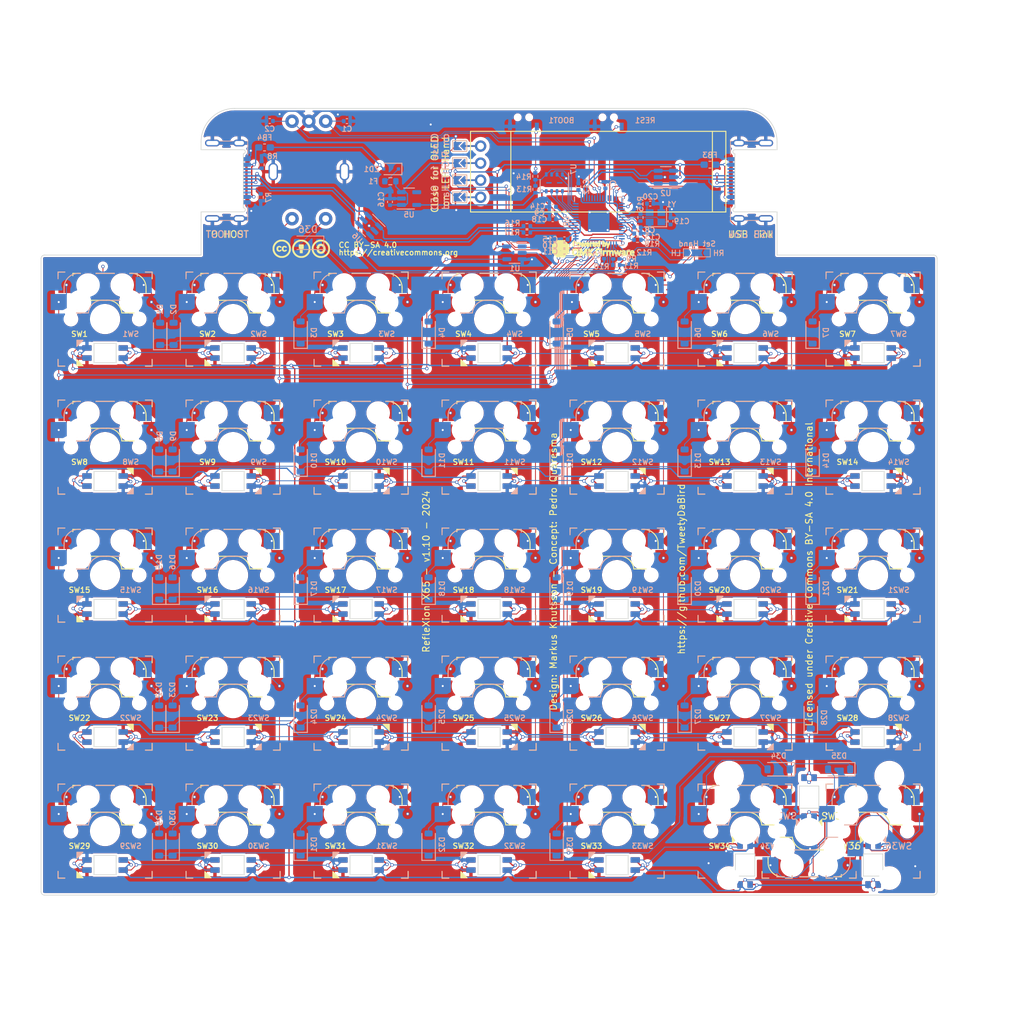
<source format=kicad_pcb>
(kicad_pcb (version 20221018) (generator pcbnew)
  (title_block (title "RefleXion X65") (date "2024-02-06") (rev "1.10") (company "Tweety's Wild Thinking") (comment 1 "Design: Markus Knutsson <markus.knutsson@tweety.se>") (comment 2 "Concept: Pedro Quaresma <pq@live.ie>") (comment 3 "https://github.com/TweetyDaBird") (comment 4 "Licensed under Creative Commons BY-SA 4.0 International"))
  (layers (0 "F.Cu" signal) (31 "B.Cu" signal) (34 "B.Paste" user) (35 "F.Paste" user) (36 "B.SilkS" user "B.Silkscreen") (37 "F.SilkS" user "F.Silkscreen") (38 "B.Mask" user) (39 "F.Mask" user) (44 "Edge.Cuts" user))
  (net 0 "")
  (net 1 "Row0")
  (net 2 "Net-(BOOT1-Pad1)")
  (net 3 "Row1")
  (net 4 "+3V3")
  (net 5 "+1V1")
  (net 6 "Row2")
  (net 7 "+5V")
  (net 8 "Net-(U8-XIN)")
  (net 9 "Row3")
  (net 10 "Net-(C20-Pad1)")
  (net 11 "Net-(D2-A)")
  (net 12 "Row4")
  (net 13 "Net-(D3-A)")
  (net 14 "Net-(D4-A)")
  (net 15 "Net-(D5-A)")
  (net 16 "Net-(D6-A)")
  (net 17 "Net-(D8-A)")
  (net 18 "Net-(D9-A)")
  (net 19 "Net-(D10-A)")
  (net 20 "Net-(D11-A)")
  (net 21 "Net-(D12-A)")
  (net 22 "Net-(D13-A)")
  (net 23 "Col0")
  (net 24 "Col1")
  (net 25 "Col2")
  (net 26 "Col3")
  (net 27 "Col4")
  (net 28 "Col5")
  (net 29 "Col6")
  (net 30 "Net-(D14-A)")
  (net 31 "Net-(D15-A)")
  (net 32 "Net-(D16-A)")
  (net 33 "Net-(D17-A)")
  (net 34 "Net-(D18-A)")
  (net 35 "Net-(D19-A)")
  (net 36 "Net-(D20-A)")
  (net 37 "Net-(D21-A)")
  (net 38 "Net-(D22-A)")
  (net 39 "Net-(D23-A)")
  (net 40 "Net-(D24-A)")
  (net 41 "Net-(D25-A)")
  (net 42 "Net-(D26-A)")
  (net 43 "Net-(D27-A)")
  (net 44 "Net-(D28-A)")
  (net 45 "Enc1")
  (net 46 "Enc2")
  (net 47 "GND")
  (net 48 "SDA")
  (net 49 "SCL")
  (net 50 "Net-(D29-A)")
  (net 51 "RGB")
  (net 52 "Net-(D30-A)")
  (net 53 "Net-(D31-A)")
  (net 54 "Net-(D32-A)")
  (net 55 "Net-(D33-A)")
  (net 56 "Net-(D34-A)")
  (net 57 "Net-(D35-A)")
  (net 58 "Net-(ZD1-K)")
  (net 59 "Net-(FB3-Pad1)")
  (net 60 "Net-(FB4-Pad1)")
  (net 61 "VBUS")
  (net 62 "D+")
  (net 63 "D-")
  (net 64 "Net-(JP13-B)")
  (net 65 "Net-(JP10-B)")
  (net 66 "Net-(JP11-B)")
  (net 67 "Net-(JP12-B)")
  (net 68 "Net-(JP17-C)")
  (net 69 "Net-(LED1-DIN)")
  (net 70 "Net-(LED1-DOUT)")
  (net 71 "Net-(LED2-DOUT)")
  (net 72 "Net-(LED3-DOUT)")
  (net 73 "Net-(LED4-DOUT)")
  (net 74 "Net-(LED5-DOUT)")
  (net 75 "Net-(LED6-DOUT)")
  (net 76 "Net-(LED14-DIN)")
  (net 77 "Net-(LED8-DIN)")
  (net 78 "Net-(LED15-DIN)")
  (net 79 "Net-(LED10-DOUT)")
  (net 80 "Net-(LED10-DIN)")
  (net 81 "Net-(LED11-DIN)")
  (net 82 "Net-(LED12-DIN)")
  (net 83 "Net-(LED13-DIN)")
  (net 84 "Net-(LED15-DOUT)")
  (net 85 "Net-(LED16-DOUT)")
  (net 86 "Net-(LED17-DOUT)")
  (net 87 "Net-(LED18-DOUT)")
  (net 88 "Net-(LED19-DOUT)")
  (net 89 "Net-(LED20-DOUT)")
  (net 90 "Net-(LED21-DOUT)")
  (net 91 "Net-(LED22-DIN)")
  (net 92 "Net-(LED22-DOUT)")
  (net 93 "Net-(LED23-DIN)")
  (net 94 "Net-(LED24-DIN)")
  (net 95 "Net-(LED25-DIN)")
  (net 96 "Net-(LED26-DIN)")
  (net 97 "Net-(LED27-DIN)")
  (net 98 "Net-(LED29-DOUT)")
  (net 99 "Net-(LED30-DOUT)")
  (net 100 "Net-(LED31-DOUT)")
  (net 101 "Net-(LED32-DOUT)")
  (net 102 "Net-(LED33-DOUT)")
  (net 103 "/VBUS_DETECT")
  (net 104 "Net-(R10-Pad2)")
  (net 105 "HAND")
  (net 106 "Net-(U7-~{CS})")
  (net 107 "Net-(U8-XOUT)")
  (net 108 "/DP")
  (net 109 "/DN")
  (net 110 "Net-(U8-RUN)")
  (net 112 "Net-(U7-DO(IO1))")
  (net 113 "Net-(U7-IO2)")
  (net 114 "Net-(U7-DI(IO0))")
  (net 115 "Net-(U7-CLK)")
  (net 116 "Net-(U7-IO3)")
  (net 117 "EncA")
  (net 118 "EncB")
  (net 130 "Row5")
  (net 131 "SER-")
  (net 132 "SER+")
  (net 133 "Net-(USB1-CC1)")
  (net 134 "Net-(USB1-CC2)")
  (net 141 "Net-(D36-A)")
  (net 142 "Net-(LED34-DOUT)")
  (net 143 "Net-(LED35-DOUT)")
  (net 144 "unconnected-(LED36-DOUT-Pad2)")
  (footprint "Keyboard RGB:MX_SK6812MINI-E_REVERSIBLE" (layer "F.Cu") (at 110.89 52.54 180)
    (fp_text reference "LED4" hide)
    (fp_text value "SK6812MINI-E" hide)
    (fp_line (start -1.65 -1.45) (end 1.65 -1.45) (stroke (width 0.1)) (layer "Edge.Cuts"))
    (fp_line (start -1.65 1.45) (end -1.65 -1.45) (stroke (width 0.1)) (layer "Edge.Cuts"))
    (fp_line (start 1.65 -1.45) (end 1.65 1.45) (stroke (width 0.1)) (layer "Edge.Cuts"))
    (fp_line (start 1.65 1.45) (end -1.65 1.45) (stroke (width 0.1)) (layer "Edge.Cuts"))
  )
  (footprint "Keyboard Common:Jumper_min_v2" (layer "F.Cu") (at 106.498 26.82)
    (fp_text reference "JP11" hide)
    (fp_text value "Jumper_2_Open" hide)
  )
  (footprint "Keyboard Common:Spacer PCB hole" (layer "F.Cu") (at 158.515 35.965)
    (fp_text reference "H3" hide)
    (fp_text value "Spacer_PCB" hide)
  )
  (footprint "Keyboard RGB:MX_SK6812MINI-E_REVERSIBLE_special" (layer "F.Cu") (at 168.04 128.74 90)
    (fp_text reference "LED36" hide)
    (fp_text value "SK6812MINI-E" hide)
    (fp_line (start -1.65 -1.45) (end 1.65 -1.45) (stroke (width 0.1)) (layer "Edge.Cuts"))
    (fp_line (start -1.65 1.45) (end -1.65 -1.45) (stroke (width 0.1)) (layer "Edge.Cuts"))
    (fp_line (start 1.65 -1.45) (end 1.65 1.45) (stroke (width 0.1)) (layer "Edge.Cuts"))
    (fp_line (start 1.65 1.45) (end -1.65 1.45) (stroke (width 0.1)) (layer "Edge.Cuts"))
  )
  (footprint "Keyboard Switches:SW_MX_HotSwap_Reversible" (layer "F.Cu") (at 129.94 123.69)
    (fp_text reference "SW33" hide)
    (fp_text value "SW_Push" hide)
  )
  (footprint "Keyboard Switches:SW_MX_HotSwap_Reversible" (layer "F.Cu") (at 110.89 66.54)
    (fp_text reference "SW11" hide)
    (fp_text value "SW_Push" hide)
  )
  (footprint "Keyboard Switches:SW_MX_HotSwap_Reversible" (layer "F.Cu") (at 72.79 123.69)
    (fp_text reference "SW30" hide)
    (fp_text value "SW_Push" hide)
  )
  (footprint "Keyboard RGB:MX_SK6812MINI-E_REVERSIBLE" (layer "F.Cu") (at 91.84 109.69)
    (fp_text reference "LED24" hide)
    (fp_text value "SK6812MINI-E" hide)
    (fp_line (start -1.65 -1.45) (end 1.65 -1.45) (stroke (width 0.1)) (layer "Edge.Cuts"))
    (fp_line (start -1.65 1.45) (end -1.65 -1.45) (stroke (width 0.1)) (layer "Edge.Cuts"))
    (fp_line (start 1.65 -1.45) (end 1.65 1.45) (stroke (width 0.1)) (layer "Edge.Cuts"))
    (fp_line (start 1.65 1.45) (end -1.65 1.45) (stroke (width 0.1)) (layer "Edge.Cuts"))
  )
  (footprint "Keyboard Switches:SW_MX_HotSwap_Reversible" (layer "F.Cu") (at 110.89 123.69)
    (fp_text reference "SW32" hide)
    (fp_text value "SW_Push" hide)
  )
  (footprint "Keyboard Common:Jumper_min_v2" (layer "F.Cu") (at 106.5 21.74)
    (fp_text reference "JP9" hide)
    (fp_text value "Jumper_2_Open" hide)
  )
  (footprint "Keyboard RGB:MX_SK6812MINI-E_REVERSIBLE" (layer "F.Cu") (at 53.74 71.59)
    (fp_text reference "LED8" hide)
    (fp_text value "SK6812MINI-E" hide)
    (fp_line (start -1.65 -1.45) (end 1.65 -1.45) (stroke (width 0.1)) (layer "Edge.Cuts"))
    (fp_line (start -1.65 1.45) (end -1.65 -1.45) (stroke (width 0.1)) (layer "Edge.Cuts"))
    (fp_line (start 1.65 -1.45) (end 1.65 1.45) (stroke (width 0.1)) (layer "Edge.Cuts"))
    (fp_line (start 1.65 1.45) (end -1.65 1.45) (stroke (width 0.1)) (layer "Edge.Cuts"))
  )
  (footprint "Keyboard RGB:MX_SK6812MINI-E_REVERSIBLE" (layer "F.Cu") (at 129.94 90.64 180)
    (fp_text reference "LED19" hide)
    (fp_text value "SK6812MINI-E" hide)
    (fp_line (start -1.65 -1.45) (end 1.65 -1.45) (stroke (width 0.1)) (layer "Edge.Cuts"))
    (fp_line (start -1.65 1.45) (end -1.65 -1.45) (stroke (width 0.1)) (layer "Edge.Cuts"))
    (fp_line (start 1.65 -1.45) (end 1.65 1.45) (stroke (width 0.1)) (layer "Edge.Cuts"))
    (fp_line (start 1.65 1.45) (end -1.65 1.45) (stroke (width 0.1)) (layer "Edge.Cuts"))
  )
  (footprint "Keyboard Switches:SW_MX_HotSwap_Reversible" (layer "F.Cu") (at 91.84 47.49)
    (fp_text reference "SW3" hide)
    (fp_text value "SW_Push" hide)
  )
  (footprint "Keyboard Common:Jumper_min_v2" (layer "F.Cu") (at 106.5 24.28)
    (fp_text reference "JP10" hide)
    (fp_text value "Jumper_2_Open" hide)
  )
  (footprint "Keyboard Common:Spacer PCB hole" (layer "F.Cu") (at 158.515 135.215)
    (fp_text reference "H4" hide)
    (fp_text value "Spacer_PCB" hide)
  )
  (footprint "Keyboard RGB:MX_SK6812MINI-E_REVERSIBLE" (layer "F.Cu") (at 72.79 52.54 180)
    (fp_text reference "LED2" hide)
    (fp_text value "SK6812MINI-E" hide)
    (fp_line (start -1.65 -1.45) (end 1.65 -1.45) (stroke (width 0.1)) (layer "Edge.Cuts"))
    (fp_line (start -1.65 1.45) (end -1.65 -1.45) (stroke (width 0.1)) (layer "Edge.Cuts"))
    (fp_line (start 1.65 -1.45) (end 1.65 1.45) (stroke (width 0.1)) (layer "Edge.Cuts"))
    (fp_line (start 1.65 1.45) (end -1.65 1.45) (stroke (width 0.1)) (layer "Edge.Cuts"))
  )
  (footprint "Keyboard RGB:MX_SK6812MINI-E_REVERSIBLE" (layer "F.Cu") (at 168.04 52.54 180)
    (fp_text reference "LED7" hide)
    (fp_text value "SK6812MINI-E" hide)
    (fp_line (start -1.65 -1.45) (end 1.65 -1.45) (stroke (width 0.1)) (layer "Edge.Cuts"))
    (fp_line (start -1.65 1.45) (end -1.65 -1.45) (stroke (width 0.1)) (layer "Edge.Cuts"))
    (fp_line (start 1.65 -1.45) (end 1.65 1.45) (stroke (width 0.1)) (layer "Edge.Cuts"))
    (fp_line (start 1.65 1.45) (end -1.65 1.45) (stroke (width 0.1)) (layer "Edge.Cuts"))
  )
  (footprint "Keyboard Switches:SW_MX_HotSwap_Reversible" (layer "F.Cu") (at 148.99 104.64)
    (fp_text reference "SW27" hide)
    (fp_text value "SW_Push" hide)
  )
  (footprint "Keyboard Switches:SW_MX_HotSwap_Reversible" (layer "F.Cu") (at 91.84 123.69)
    (fp_text reference "SW31" hide)
    (fp_text value "SW_Push" hide)
  )
  (footprint "Keyboard Switches:SW_MX_HotSwap_Reversible" (layer "F.Cu") (at 148.99 66.54)
    (fp_text reference "SW13" hide)
    (fp_text value "SW_Push" hide)
  )
  (footprint "Logotypes:Powered_by_QMK" (layer "F.Cu") (at 126.42 37.01)
    (fp_text reference "Logo4" hide)
    (fp_text value "QMK_Logo" hide)
  )
  (footprint "Keyboard RGB:MX_SK6812MINI-E_REVERSIBLE" (layer "F.Cu") (at 168.04 71.59)
    (fp_text reference "LED14" hide)
    (fp_text value "SK6812MINI-E" hide)
    (fp_line (start -1.65 -1.45) (end 1.65 -1.45) (stroke (width 0.1)) (layer "Edge.Cuts"))
    (fp_line (start -1.65 1.45) (end -1.65 -1.45) (stroke (width 0.1)) (layer "Edge.Cuts"))
    (fp_line (start 1.65 -1.45) (end 1.65 1.45) (stroke (width 0.1)) (layer "Edge.Cuts"))
    (fp_line (start 1.65 1.45) (end -1.65 1.45) (stroke (width 0.1)) (layer "Edge.Cuts"))
  )
  (footprint "Keyboard RGB:MX_SK6812MINI-E_REVERSIBLE" (layer "F.Cu") (at 53.74 128.74 180)
    (fp_text reference "LED29" hide)
    (fp_text value "SK6812MINI-E" hide)
    (fp_line (start -1.65 -1.45) (end 1.65 -1.45) (stroke (width 0.1)) (layer "Edge.Cuts"))
    (fp_line (start -1.65 1.45) (end -1.65 -1.45) (stroke (width 0.1)) (layer "Edge.Cuts"))
    (fp_line (start 1.65 -1.45) (end 1.65 1.45) (stroke (width 0.1)) (layer "Edge.Cuts"))
    (fp_line (start 1.65 1.45) (end -1.65 1.45) (stroke (width 0.1)) (layer "Edge.Cuts"))
  )
  (footprint "Keyboard RGB:MX_SK6812MINI-E_REVERSIBLE" (layer "F.Cu") (at 72.79 109.69)
    (fp_text reference "LED23" hide)
    (fp_text value "SK6812MINI-E" hide)
    (fp_line (start -1.65 -1.45) (end 1.65 -1.45) (stroke (width 0.1)) (layer "Edge.Cuts"))
    (fp_line (start -1.65 1.45) (end -1.65 -1.45) (stroke (width 0.1)) (layer "Edge.Cuts"))
    (fp_line (start 1.65 -1.45) (end 1.65 1.45) (stroke (width 0.1)) (layer "Edge.Cuts"))
    (fp_line (start 1.65 1.45) (end -1.65 1.45) (stroke (width 0.1)) (layer "Edge.Cuts"))
  )
  (footprint "Keyboard Switches:SW_MX_HotSwap_Reversible" (layer "F.Cu") (at 53.74 66.54)
    (fp_text reference "SW8" hide)
    (fp_text value "SW_Push" hide)
  )
  (footprint "Keyboard RGB:MX_SK6812MINI-E_REVERSIBLE" (layer "F.Cu") (at 129.94 128.74 180)
    (fp_text reference "LED33" hide)
    (fp_text value "SK6812MINI-E" hide)
    (fp_line (start -1.65 -1.45) (end 1.65 -1.45) (stroke (width 0.1)) (layer "Edge.Cuts"))
    (fp_line (start -1.65 1.45) (end -1.65 -1.45) (stroke (width 0.1)) (layer "Edge.Cuts"))
    (fp_line (start 1.65 -1.45) (end 1.65 1.45) (stroke (width 0.1)) (layer "Edge.Cuts"))
    (fp_line (start 1.65 1.45) (end -1.65 1.45) (stroke (width 0.1)) (layer "Edge.Cuts"))
  )
  (footprint "Keyboard Switches:SW_MX_HotSwap_Reversible" (layer "F.Cu") (at 72.79 66.54)
    (fp_text reference "SW9" hide)
    (fp_text value "SW_Push" hide)
  )
  (footprint "Keyboard RGB:MX_SK6812MINI-E_REVERSIBLE" (layer "F.Cu") (at 148.99 52.54 180)
    (fp_text reference "LED6" hide)
    (fp_text value "SK6812MINI-E" hide)
    (fp_line (start -1.65 -1.45) (end 1.65 -1.45) (stroke (width 0.1)) (layer "Edge.Cuts"))
    (fp_line (start -1.65 1.45) (end -1.65 -1.45) (stroke (width 0.1)) (layer "Edge.Cuts"))
    (fp_line (start 1.65 -1.45) (end 1.65 1.45) (stroke (width 0.1)) (layer "Edge.Cuts"))
    (fp_line (start 1.65 1.45) (end -1.65 1.45) (stroke (width 0.1)) (layer "Edge.Cuts"))
  )
  (footprint "Keyboard Switches:SW_MX_HotSwap_Reversible" (layer "F.Cu") (at 168.04 123.69)
    (fp_text reference "SW36" hide)
    (fp_text value "SW_Push" hide)
  )
  (footprint "Keyboard RGB:MX_SK6812MINI-E_REVERSIBLE_special" (layer "F.Cu") (at 158.515 118.64 -90)
    (fp_text reference "LED35" hide)
    (fp_text value "SK6812MINI-E" hide)
    (fp_line (start -1.65 -1.45) (end 1.65 -1.45) (stroke (width 0.1)) (layer "Edge.Cuts"))
    (fp_line (start -1.65 1.45) (end -1.65 -1.45) (stroke (width 0.1)) (layer "Edge.Cuts"))
    (fp_line (start 1.65 -1.45) (end 1.65 1.45) (stroke (width 0.1)) (layer "Edge.Cuts"))
    (fp_line (start 1.65 1.45) (end -1.65 1.45) (stroke (width 0.1)) (layer "Edge.Cuts"))
  )
  (footprint "Keyboard Switches:SW_MX_HotSwap_Reversible" (layer "F.Cu") (at 148.99 85.59)
    (fp_text reference "SW20" hide)
    (fp_text value "SW_Push" hide)
  )
  (footprint "Keyboard Switches:SW_MX_HotSwap_Reversible" (layer "F.Cu") (at 110.89 85.59)
    (fp_text reference "SW18" hide)
    (fp_text value "SW_Push" hide)
  )
  (footprint "Keyboard Switches:SW_MX_HotSwap_Reversible" (layer "F.Cu") (at 129.94 66.54)
    (fp_text reference "SW12" hide)
    (fp_text value "SW_Push" hide)
  )
  (footprint "Keyboard Common:Spacer PCB hole" (layer "F.Cu") (at 63.265 35.965)
    (fp_text reference "H1" hide)
    (fp_text value "Spacer_PCB" hide)
  )
  (footprint "Keyboard RGB:MX_SK6812MINI-E_REVERSIBLE" (layer "F.Cu") (at 168.04 109.69)
    (fp_text reference "LED28" hide)
    (fp_text value "SK6812MINI-E" hide)
    (fp_line (start -1.65 -1.45) (end 1.65 -1.45) (stroke (width 0.1)) (layer "Edge.Cuts"))
    (fp_line (start -1.65 1.45) (end -1.65 -1.45) (stroke (width 0.1)) (layer "Edge.Cuts"))
    (fp_line (start 1.65 -1.45) (end 1.65 1.45) (stroke (width 0.1)) (layer "Edge.Cuts"))
    (fp_line (start 1.65 1.45) (end -1.65 1.45) (stroke (width 0.1)) (layer "Edge.Cuts"))
  )
  (footprint "Keyboard Switches:SW_MX_HotSwap_Reversible" (layer "F.Cu") (at 110.89 47.49)
    (fp_text reference "SW4" hide)
    (fp_text value "SW_Push" hide)
  )
  (footprint "Keyboard Switches:SW_MX_HotSwap_Reversible" (layer "F.Cu") (at 158.515 123.69 180)
    (fp_text reference "SW35" hide)
    (fp_text value "SW_Push" hide)
  )
  (footprint "Keyboard RGB:MX_SK6812MINI-E_REVERSIBLE" (layer "F.Cu") (at 148.99 90.64 180)
    (fp_text reference "LED20" hide)
    (fp_text value "SK6812MINI-E" hide)
    (fp_line (start -1.65 -1.45) (end 1.65 -1.45) (stroke (width 0.1)) (layer "Edge.Cuts"))
    (fp_line (start -1.65 1.45) (end -1.65 -1.45) (stroke (width 0.1)) (layer "Edge.Cuts"))
    (fp_line (start 1.65 -1.45) (end 1.65 1.45) (stroke (width 0.1)) (layer "Edge.Cuts"))
    (fp_line (start 1.65 1.45) (end -1.65 1.45) (stroke (width 0.1)) (layer "Edge.Cuts"))
  )
  (footprint "Keyboard RGB:MX_SK6812MINI-E_REVERSIBLE" (layer "F.Cu") (at 72.79 90.64 180)
    (fp_text reference "LED16" hide)
    (fp_text value "SK6812MINI-E" hide)
    (fp_line (start -1.65 -1.45) (end 1.65 -1.45) (stroke (width 0.1)) (layer "Edge.Cuts"))
    (fp_line (start -1.65 1.45) (end -1.65 -1.45) (stroke (width 0.1)) (layer "Edge.Cuts"))
    (fp_line (start 1.65 -1.45) (end 1.65 1.45) (stroke (width 0.1)) (layer "Edge.Cuts"))
    (fp_line (start 1.65 1.45) (end -1.65 1.45) (stroke (width 0.1)) (layer "Edge.Cuts"))
  )
  (footprint "Keyboard RGB:MX_SK6812MINI-E_REVERSIBLE" (layer "F.Cu") (at 91.84 128.74 180)
    (fp_text reference "LED31" hide)
    (fp_text value "SK6812MINI-E" hide)
    (fp_line (start -1.65 -1.45) (end 1.65 -1.45) (stroke (width 0.1)) (layer "Edge.Cuts"))
    (fp_line (start -1.65 1.45) (end -1.65 -1.45) (stroke (width 0.1)) (layer "Edge.Cuts"))
    (fp_line (start 1.65 -1.45) (end 1.65 1.45) (stroke (width 0.1)) (layer "Edge.Cuts"))
    (fp_line (start 1.65 1.45) (end -1.65 1.45) (stroke (width 0.1)) (layer "Edge.Cuts"))
  )
  (footprint "Keyboard Switches:SW_MX_HotSwap_Reversible" (layer "F.Cu") (at 72.79 85.59)
    (fp_text reference "SW16" hide)
    (fp_text value "SW_Push" hide)
  )
  (footprint "Keyboard RGB:MX_SK6812MINI-E_REVERSIBLE" (layer "F.Cu") (at 91.84 71.59)
    (fp_text reference "LED10" hide)
    (fp_text value "SK6812MINI-E" hide)
    (fp_line (start -1.65 -1.45) (end 1.65 -1.45) (stroke (width 0.1)) (layer "Edge.Cuts"))
    (fp_line (start -1.65 1.45) (end -1.65 -1.45) (stroke (width 0.1)) (layer "Edge.Cuts"))
    (fp_line (start 1.65 -1.45) (end 1.65 1.45) (stroke (width 0.1)) (layer "Edge.Cuts"))
    (fp_line (start 1.65 1.45) (end -1.65 1.45) (stroke (width 0.1)) (layer "Edge.Cuts"))
  )
  (footprint "Keyboard Switches:SW_MX_HotSwap_Reversible" (layer "F.Cu") (at 91.84 85.59)
    (fp_text reference "SW17" hide)
    (fp_text value "SW_Push" hide)
  )
  (footprint "Keyboard RGB:MX_SK6812MINI-E_REVERSIBLE" (layer "F.Cu") (at 110.89 109.69)
    (fp_text reference "LED25" hide)
    (fp_text value "SK6812MINI-E" hide)
    (fp_line (start -1.65 -1.45) (end 1.65 -1.45) (stroke (width 0.1)) (layer "Edge.Cuts"))
    (fp_line (start -1.65 1.45) (end -1.65 -1.45) (stroke (width 0.1)) (layer "Edge.Cuts"))
    (fp_line (start 1.65 -1.45) (end 1.65 1.45) (stroke (width 0.1)) (layer "Edge.Cuts"))
    (fp_line (start 1.65 1.45) (end -1.65 1.45) (stroke (width 0.1)) (layer "Edge.Cuts"))
  )
  (footprint "Keyboard RGB:MX_SK6812MINI-E_REVERSIBLE" (layer "F.Cu") (at 53.74 109.69)
    (fp_text reference "LED22" hide)
    (fp_text value "SK6812MINI-E" hide)
    (fp_line (start -1.65 -1.45) (end 1.65 -1.45) (stroke (width 0.1)) (layer "Edge.Cuts"))
    (fp_line (start -1.65 1.45) (end -1.65 -1.45) (stroke (width 0.1)) (layer "Edge.Cuts"))
    (fp_line (start 1.65 -1.45) (end 1.65 1.45) (stroke (width 0.1)) (layer "Edge.Cuts"))
    (fp_line (start 1.65 1.45) (end -1.65 1.45) (stroke (width 0.1)) (layer "Edge.Cuts"))
  )
  (footprint "Keyboard Switches:SW_MX_HotSwap_Reversible" (layer "F.Cu") (at 53.74 85.59)
    (fp_text reference "SW15" hide)
    (fp_text value "SW_Push" hide)
  )
  (footprint "Keyboard Switches:SW_MX_HotSwap_Reversible" (layer "F.Cu") (at 148.99 123.69)
    (fp_text reference "SW34" hide)
    (fp_text value "SW_Push" hide)
  )
  (footprint "Keyboard RGB:MX_SK6812MINI-E_REVERSIBLE" (layer "F.Cu") (at 110.89 90.64 180)
    (fp_text reference "LED18" hide)
    (fp_text value "SK6812MINI-E" hide)
    (fp_line (start -1.65 -1.45) (end 1.65 -1.45) (stroke (width 0.1)) (layer "Edge.Cuts"))
    (fp_line (start -1.65 1.45) (end -1.65 -1.45) (stroke (width 0.1)) (layer "Edge.Cuts"))
    (fp_line (start 1.65 -1.45) (end 1.65 1.45) (stroke (width 0.1)) (layer "Edge.Cuts"))
    (fp_line (start 1.65 1.45) (end -1.65 1.45) (stroke (width 0.1)) (layer "Edge.Cuts"))
  )
  (footprint "Keyboard RGB:MX_SK6812MINI-E_REVERSIBLE" (layer "F.Cu") (at 53.74 90.64 180)
    (fp_text reference "LED15" hide)
    (fp_text value "SK6812MINI-E" hide)
    (fp_line (start -1.65 -1.45) (end 1.65 -1.45) (stroke (width 0.1)) (layer "Edge.Cuts"))
    (fp_line (start -1.65 1.45) (end -1.65 -1.45) (stroke (width 0.1)) (layer "Edge.Cuts"))
    (fp_line (start 1.65 -1.45) (end 1.65 1.45) (stroke (width 0.1)) (layer "Edge.Cuts"))
    (fp_line (start 1.65 1.45) (end -1.65 1.45) (stroke (width 0.1)) (layer "Edge.Cuts"))
  )
  (footprint "Keyboard RGB:MX_SK6812MINI-E_REVERSIBLE" (layer "F.Cu") (at 129.94 71.59)
    (fp_text reference "LED12" hide)
    (fp_text value "SK6812MINI-E" hide)
    (fp_line (start -1.65 -1.45) (end 1.65 -1.45) (stroke (width 0.1)) (layer "Edge.Cuts"))
    (fp_line (start -1.65 1.45) (end -1.65 -1.45) (stroke (width 0.1)) (layer "Edge.Cuts"))
    (fp_line (start 1.65 -1.45) (end 1.65 1.45) (stroke (width 0.1)) (layer "Edge.Cuts"))
    (fp_line (start 1.65 1.45) (end -1.65 1.45) (stroke (width 0.1)) (layer "Edge.Cuts"))
  )
  (footprint "Keyboard Switches:SW_MX_HotSwap_Reversible" (layer "F.Cu") (at 168.04 104.64)
    (fp_text reference "SW28" hide)
    (fp_text value "SW_Push" hide)
  )
  (footprint "Keyboard RGB:MX_SK6812MINI-E_REVERSIBLE_special" (layer "F.Cu") (at 148.99 128.74 90)
    (fp_text reference "LED34" hide)
    (fp_text value "SK6812MINI-E" hide)
    (fp_line (start -1.65 -1.45) (end 1.65 -1.45) (stroke (width 0.1)) (layer "Edge.Cuts"))
    (fp_line (start -1.65 1.45) (end -1.65 -1.45) (stroke (width 0.1)) (layer "Edge.Cuts"))
    (fp_line (start 1.65 -1.45) (end 1.65 1.45) (stroke (width 0.1)) (layer "Edge.Cuts"))
    (fp_line (start 1.65 1.45) (end -1.65 1.45) (stroke (width 0.1)) (layer "Edge.Cuts"))
  )
  (footprint "Keyboard Switches:SW_MX_HotSwap_Reversible" (layer "F.Cu") (at 72.79 104.64)
    (fp_text reference "SW23" hide)
    (fp_text value "SW_Push" hide)
  )
  (footprint "Keyboard RGB:MX_SK6812MINI-E_REVERSIBLE" (layer "F.Cu") (at 129.94 109.69)
    (fp_text reference "LED26" hide)
    (fp_text value "SK6812MINI-E" hide)
    (fp_line (start -1.65 -1.45) (end 1.65 -1.45) (stroke (width 0.1)) (layer "Edge.Cuts"))
    (fp_line (start -1.65 1.45) (end -1.65 -1.45) (stroke (width 0.1)) (layer "Edge.Cuts"))
    (fp_line (start 1.65 -1.45) (end 1.65 1.45) (stroke (width 0.1)) (layer "Edge.Cuts"))
    (fp_line (start 1.65 1.45) (end -1.65 1.45) (stroke (width 0.1)) (layer "Edge.Cuts"))
  )
  (footprint "Keyboard Switches:SW_MX_HotSwap_Reversible" (layer "F.Cu") (at 168.04 66.54)
    (fp_text reference "SW14" hide)
    (fp_text value "SW_Push" hide)
  )
  (footprint "Keyboard RGB:MX_SK6812MINI-E_REVERSIBLE" (layer "F.Cu") (at 72.79 71.59)
    (fp_text reference "LED9" hide)
    (fp_text value "SK6812MINI-E" hide)
    (fp_line (start -1.65 -1.45) (end 1.65 -1.45) (stroke (width 0.1)) (layer "Edge.Cuts"))
    (fp_line (start -1.65 1.45) (end -1.65 -1.45) (stroke (width 0.1)) (layer "Edge.Cuts"))
    (fp_line (start 1.65 -1.45) (end 1.65 1.45) (stroke (width 0.1)) (layer "Edge.Cuts"))
    (fp_line (start 1.65 1.45) (end -1.65 1.45) (stroke (width 0.1)) (layer "Edge.Cuts"))
  )
  (footprint "Keyboard Switches:SW_MX_HotSwap_Reversible" (layer "F.Cu") (at 129.94 85.59)
    (fp_text reference "SW19" hide)
    (fp_text value "SW_Push" hide)
  )
  (footprint "Keyboard Switches:SW_MX_HotSwap_Reversible" (layer "F.Cu") (at 72.79 47.49)
    (fp_text reference "SW2" hide)
    (fp_text value "SW_Push" hide)
  )
  (footprint "Keyboard RGB:MX_SK6812MINI-E_REVERSIBLE" (layer "F.Cu") (at 53.74 52.54 180)
    (fp_text reference "LED1" hide)
    (fp_text value "SK6812MINI-E" hide)
    (fp_line (start -1.65 -1.45) (end 1.65 -1.45) (stroke (width 0.1)) (layer "Edge.Cuts"))
    (fp_line (start -1.65 1.45) (end -1.65 -1.45) (stroke (width 0.1)) (layer "Edge.Cuts"))
    (fp_line (start 1.65 -1.45) (end 1.65 1.45) (stroke (width 0.1)) (layer "Edge.Cuts"))
    (fp_line (start 1.65 1.45) (end -1.65 1.45) (stroke (width 0.1)) (layer "Edge.Cuts"))
  )
  (footprint "Keyboard RGB:MX_SK6812MINI-E_REVERSIBLE" (layer "F.Cu") (at 91.84 52.54 180)
    (fp_text reference "LED3" hide)
    (fp_text value "SK6812MINI-E" hide)
    (fp_line (start -1.65 -1.45) (end 1.65 -1.45) (stroke (width 0.1)) (layer "Edge.Cuts"))
    (fp_line (start -1.65 1.45) (end -1.65 -1.45) (stroke (width 0.1)) (layer "Edge.Cuts"))
    (fp_line (start 1.65 -1.45) (end 1.65 1.45) (stroke (width 0.1)) (layer "Edge.Cuts"))
    (fp_line (start 1.65 1.45) (end -1.65 1.45) (stroke (width 0.1)) (layer "Edge.Cuts"))
  )
  (footprint "Logotypes:CC_BY_SA_40_line" (layer "F.Cu") (at 91.98 36.940812)
    (fp_text reference "Logo3")
    (fp_text value "CC-BY-SA-4.0" hide)
  )
  (footprint "Keyboard Switches:SW_MX_HotSwap_Reversible" (layer "F.Cu") (at 110.89 104.64)
    (fp_text reference "SW25" hide)
    (fp_text value "SW_Push" hide)
  )
  (footprint "Keyboard Switches:SW_MX_HotSwap_Reversible" (layer "F.Cu") (at 168.04 47.49)
    (fp_text reference "SW7" hide)
    (fp_text value "SW_Push" hide)
  )
  (footprint "Keyboard RGB:MX_SK6812MINI-E_REVERSIBLE" (layer "F.Cu") (at 148.99 109.69)
    (fp_text reference "LED27" hide)
    (fp_text value "SK6812MINI-E" hide)
    (fp_line (start -1.65 -1.45) (end 1.65 -1.45) (stroke (width 0.1)) (layer "Edge.Cuts"))
    (fp_line (start -1.65 1.45) (end -1.65 -1.45) (stroke (width 0.1)) (layer "Edge.Cuts"))
    (fp_line (start 1.65 -1.45) (end 1.65 1.45) (stroke (width 0.1)) (layer "Edge.Cuts"))
    (fp_line (start 1.65 1.45) (end -1.65 1.45) (stroke (width 0.1)) (layer "Edge.Cuts"))
  )
  (footprint "Keyboard Stabilizer:Stabilizer_Cherry_MX_2.00u" (layer "F.Cu") (at 158.515 123.69 180)
    (fp_text reference "ST1" hide)
    (fp_text value "Stabilizer_2u_MX")
  )
  (footprint "Keyboard Common:Spacer PCB hole" (layer "F.Cu") (at 63.265 135.215)
    (fp_text reference "H2" hide)
    (fp_text value "Spacer_PCB" hide)
  )
  (footprint "Keyboard Common:Jumper_min_v2" (layer "F.Cu") (at 106.5 29.36)
    (fp_text reference "JP12" hide)
    (fp_text value "Jumper_2_Open" hide)
  )
  (footprint "Keyboard RGB:MX_SK6812MINI-E_REVERSIBLE" (layer "F.Cu") (at 72.79 128.74 180)
    (fp_text reference "LED30" hide)
    (fp_text value "SK6812MINI-E" hide)
    (fp_line (start -1.65 -1.45) (end 1.65 -1.45) (stroke (width 0.1)) (layer "Edge.Cuts"))
    (fp_line (start -1.65 1.45) (end -1.65 -1.45) (stroke (width 0.1)) (layer "Edge.Cuts"))
    (fp_line (start 1.65 -1.45) (end 1.65 1.45) (stroke (width 0.1)) (layer "Edge.Cuts"))
    (fp_line (start 1.65 1.45) (end -1.65 1.45) (stroke (width 0.1)) (layer "Edge.Cuts"))
  )
  (footprint "Keyboard Switches:SW_MX_HotSwap_Reversible" (layer "F.Cu") (at 53.74 47.49)
    (fp_text reference "SW1" hide)
    (fp_text value "SW_Push" hide)
  )
  (footprint "Keyboard Switches:SW_MX_HotSwap_Reversible" (layer "F.Cu") (at 53.74 104.64)
    (fp_text reference "SW22" hide)
    (fp_text value "SW_Push" hide)
  )
  (footprint "Keyboard RGB:MX_SK6812MINI-E_REVERSIBLE" (layer "F.Cu") (at 91.84 90.64 180)
    (fp_text reference "LED17" hide)
    (fp_text value "SK6812MINI-E" hide)
    (fp_line (start -1.65 -1.45) (end 1.65 -1.45) (stroke (width 0.1)) (layer "Edge.Cuts"))
    (fp_line (start -1.65 1.45) (end -1.65 -1.45) (stroke (width 0.1)) (layer "Edge.Cuts"))
    (fp_line (start 1.65 -1.45) (end 1.65 1.45) (stroke (width 0.1)) (layer "Edge.Cuts"))
    (fp_line (start 1.65 1.45) (end -1.65 1.45) (stroke (width 0.1)) (layer "Edge.Cuts"))
  )
  (footprint "Keyboard Switches:SW_MX_HotSwap_Reversible" (layer "F.Cu") (at 91.84 104.64)
    (fp_text reference "SW24" hide)
    (fp_text value "SW_Push" hide)
  )
  (footprint "Keyboard RGB:MX_SK6812MINI-E_REVERSIBLE" (layer "F.Cu") (at 168.04 90.64 180)
    (fp_text reference "LED21" hide)
    (fp_text value "SK6812MINI-E" hide)
    (fp_line (start -1.65 -1.45) (end 1.65 -1.45) (stroke (width 0.1)) (layer "Edge.Cuts"))
    (fp_line (start -1.65 1.45) (end -1.65 -1.45) (stroke (width 0.1)) (layer "Edge.Cuts"))
    (fp_line (start 1.65 -1.45) (end 1.65 1.45) (stroke (width 0.1)) (layer "Edge.Cuts"))
    (fp_line (start 1.65 1.45) (end -1.65 1.45) (stroke (width 0.1)) (layer "Edge.Cuts"))
  )
  (footprint "Keyboard Switches:SW_MX_HotSwap_Reversible" (layer "F.Cu") (at 148.99 47.49)
    (fp_text reference "SW6" hide)
    (fp_text value "SW_Push" hide)
  )
  (footprint "Keyboard Switches:SW_MX_HotSwap_Reversible" (layer "F.Cu") (at 129.94 47.49)
    (fp_text reference "SW5" hide)
    (fp_text value "SW_Push" hide)
  )
  (footprint "Keyboard Switches:SW_MX_HotSwap_Reversible" (layer "F.Cu") (at 129.94 104.64)
    (fp_text reference "SW26" hide)
    (fp_text value "SW_Push" hide)
  )
  (footprint "Keyboard RGB:MX_SK6812MINI-E_REVERSIBLE" (layer "F.Cu") (at 148.99 71.59)
    (fp_text reference "LED13" hide)
    (fp_text value "SK6812MINI-E" hide)
    (fp_line (start -1.65 -1.45) (end 1.65 -1.45) (stroke (width 0.1)) (layer "Edge.Cuts"))
    (fp_line (start -1.65 1.45) (end -1.65 -1.45) (stroke (width 0.1)) (layer "Edge.Cuts"))
    (fp_line (start 1.65 -1.45) (end 1.65 1.45) (stroke (width 0.1)) (layer "Edge.Cuts"))
    (fp_line (start 1.65 1.45) (end -1.65 1.45) (stroke (width 0.1)) (layer "Edge.Cuts"))
  )
  (footprint "Keyboard RGB:MX_SK6812MINI-E_REVERSIBLE" (layer "F.Cu") (at 129.94 52.54 180)
    (fp_text reference "LED5" hide)
    (fp_text value "SK6812MINI-E" hide)
    (fp_line (start -1.65 -1.45) (end 1.65 -1.45) (stroke (width 0.1)) (layer "Edge.Cuts"))
    (fp_line (start -1.65 1.45) (end -1.65 -1.45) (stroke (width 0.1)) (layer "Edge.Cuts"))
    (fp_line (start 1.65 -1.45) (end 1.65 1.45) (stroke (width 0.1)) (layer "Edge.Cuts"))
    (fp_line (start 1.65 1.45) (end -1.65 1.45) (stroke (width 0.1)) (layer "Edge.Cuts"))
  )
  (footprint "Keyboard Encoders:Encoder_Alps_EC11E_Small" (layer "F.Cu") (at 84.065 25.55 -90)
    (fp_text reference "ENC1" hide)
    (fp_text value "Rotary_Encoder_Click" hide)
  )
  (footprint "Keyboard Switches:SW_MX_HotSwap_Reversible" (layer "F.Cu") (at 53.74 123.69)
    (fp_text reference "SW29" hide)
    (fp_text value "SW_Push" hide)
  )
  (footprint "Keyboard Common:SSD1306-0.91-OLED-4pin-128x32" (layer "F.Cu") (at 128.125 25.55 180)
    (fp_text reference "OLED1" hide)
    (fp_text value "OLED_4pin" hide)
  )
  (footprint "Keyboard Switches:SW_MX_HotSwap_Reversible" (layer "F.Cu") (at 168.04 85.59)
    (fp_text reference "SW21" hide)
    (fp_text value "SW_Push" hide)
  )
  (footprint "Keyboard RGB:MX_SK6812MINI-E_REVERSIBLE" (layer "F.Cu") (at 110.89 128.74 180)
    (fp_text reference "LED32" hide)
    (fp_text value "SK6812MINI-E" hide)
    (fp_line (start -1.65 -1.45) (end 1.65 -1.45) (stroke (width 0.1)) (layer "Edge.Cuts"))
    (fp_line (start -1.65 1.45) (end -1.65 -1.45) (stroke (width 0.1)) (layer "Edge.Cuts"))
    (fp_line (start 1.65 -1.45) (end 1.65 1.45) (stroke (width 0.1)) (layer "Edge.Cuts"))
    (fp_line (start 1.65 1.45) (end -1.65 1.45) (stroke (width 0.1)) (layer "Edge.Cuts"))
  )
  (footprint "Keyboard RGB:MX_SK6812MINI-E_REVERSIBLE" (layer "F.Cu") (at 110.89 71.59)
    (fp_text reference "LED11" hide)
    (fp_text value "SK6812MINI-E" hide)
    (fp_line (start -1.65 -1.45) (end 1.65 -1.45) (stroke (width 0.1)) (layer "Edge.Cuts"))
    (fp_line (start -1.65 1.45) (end -1.65 -1.45) (stroke (width 0.1)) (layer "Edge.Cuts"))
    (fp_line (start 1.65 -1.45) (end 1.65 1.45) (stroke (width 0.1)) (layer "Edge.Cuts"))
    (fp_line (start 1.65 1.45) (end -1.65 1.45) (stroke (width 0.1)) (layer "Edge.Cuts"))
  )
  (footprint "Keyboard Switches:SW_MX_HotSwap_Reversible" (layer "F.Cu") (at 91.84 66.54)
    (fp_text reference "SW10" hide)
    (fp_text value "SW_Push" hide)
  )
  (footprint "Diode_SMD:D_SOD-123" (layer "B.Cu") (at 101.89 49.49 90)
    (fp_text reference "D4")
    (fp_text value "1N4148W")
  )
  (footprint "Resistor_SMD:R_0402_1005Metric" (layer "B.Cu") (at 116.5225 33.6575 180)
    (fp_text reference "R16")
    (fp_text value "27R")
  )
  (footprint "Capacitor_SMD:C_0402_1005Metric" (layer "B.Cu") (at 132.97 33.84)
    (fp_text reference "C8")
    (fp_text value "100nF")
  )
  (footprint "Resistor_SMD:R_0402_1005Metric" (layer "B.Cu") (at 76.9 29.37 90)
    (fp_text reference "R7")
    (fp_text value "5.1K")
  )
  (footprint "Capacitor_SMD:C_0402_1005Metric" (layer "B.Cu") (at 132.97 34.76)
    (fp_text reference "C13")
    (fp_text value "1uF")
  )
  (footprint "Capacitor_SMD:C_0402_1005Metric" (layer "B.Cu") (at 89.73 18.03)
    (fp_text reference "C1")
    (fp_text value "100nF")
  )
  (footprint "Diode_SMD:D_SOD-123" (layer "B.Cu") (at 139.99 68.54 90)
    (fp_text reference "D13")
    (fp_text value "1N4148W")
  )
  (footprint "Capacitor_SMD:C_0402_1005Metric" (layer "B.Cu") (at 120.36 31.7 180)
    (fp_text reference "C9")
    (fp_text value "100nF")
  )
  (footprint "Diode_SMD:D_SOD-123" (layer "B.Cu") (at 159.04 49.49 90)
    (fp_text reference "D7")
    (fp_text value "1N4148W")
  )
  (footprint "Resistor_SMD:R_0402_1005Metric" (layer "B.Cu") (at 133.42 32.38 90)
    (fp_text reference "R15")
    (fp_text value "1K")
  )
  (footprint "Keyboard Common:Jumper_min_v2" (layer "B.Cu") (at 106.5 21.74)
    (fp_text reference "JP13" hide)
    (fp_text value "Jumper_2_Open" hide)
  )
  (footprint "Capacitor_SMD:C_0402_1005Metric" (layer "B.Cu") (at 128.01 38.01 -90)
    (fp_text reference "C17")
    (fp_text value "1uF")
  )
  (footprint "Diode_SMD:D_SOD-123" (layer "B.Cu") (at 61.79 68.54 90)
    (fp_text reference "D8")
    (fp_text value "1N4148W")
  )
  (footprint "Package_TO_SOT_SMD:SOT-23-5" (layer "B.Cu") (at 98.9825 29.55)
    (fp_text reference "U5")
    (fp_text value "SPX3819M5-L-3-3/TR")
  )
  (footprint "Diode_SMD:D_SOD-123" (layer "B.Cu") (at 139.99 106.64 90)
    (fp_text reference "D27")
    (fp_text value "1N4148W")
  )
  (footprint "Diode_SMD:D_SOD-123" (layer "B.Cu") (at 158.77 106.78 90)
    (fp_text reference "D28")
    (fp_text value "1N4148W")
  )
  (footprint "Diode_SMD:D_SOD-123" (layer "B.Cu") (at 83.93 36.14 180)
    (fp_text reference "D36")
    (fp_text value "1N4148W")
  )
  (footprint "Diode_SMD:D_SOD-123" (layer "B.Cu") (at 63.79 106.64 90)
    (fp_text reference "D23")
    (fp_text value "1N4148W")
  )
  (footprint "Capacitor_SMD:C_0402_1005Metric" (layer "B.Cu") (at 122.1 36.54 180)
    (fp_text reference "C10")
    (fp_text value "100nF")
  )
  (footprint "Resistor_SMD:R_0402_1005Metric" (layer "B.Cu") (at 131.7 37.57 180)
    (fp_text reference "R12")
    (fp_text value "10K")
  )
  (footprint "Keyboard Common:YTS-A002" (layer "B.Cu") (at 128.62 17.46 180)
    (fp_text reference "RES1")
    (fp_text value "YTS-A002" hide)
  )
  (footprint "Capacitor_SMD:C_0603_1608Metric_Pad1.08x0.95mm_HandSolder" (layer "B.Cu") (at 143.76 24.51 180)
    (fp_text reference "FB3")
    (fp_text value "BLM18SG700TZ1D")
  )
  (footprint "Package_DFN_QFN:QFN-56-1EP_7x7mm_P0.4mm_EP3.2x3.2mm" (layer "B.Cu") (at 127.2125 32.93 -90)
    (fp_text reference "U8")
    (fp_text value "RP2040")
  )
  (footprint "Keyboard Common:Jumper_min_v2" (layer "B.Cu") (at 106.5 24.28)
    (fp_text reference "JP14" hide)
    (fp_text value "Jumper_2_Open" hide)
  )
  (footprint "Diode_SMD:D_SOD-123" (layer "B.Cu") (at 139.99 87.59 90)
    (fp_text reference "D20")
    (fp_text value "1N4148W")
  )
  (footprint "Diode_SMD:D_SOD-123" (layer "B.Cu") (at 101.89 106.64 90)
    (fp_text reference "D25")
    (fp_text value "1N4148W")
  )
  (footprint "Diode_SMD:D_SOD-123" (layer "B.Cu") (at 120.94 106.64 90)
    (fp_text reference "D26")
    (fp_text value "1N4148W")
  )
  (footprint "Capacitor_SMD:C_0402_1005Metric" (layer "B.Cu") (at 134.87 30.31)
    (fp_text reference "C20")
    (fp_text value "30pF")
  )
  (footprint "Diode_SMD:D_SOD-323F" (layer "B.Cu") (at 96.3 25.15 180)
    (fp_text reference "ZD1")
    (fp_text value "1N5819WS")
  )
  (footprint "Keyboard Common:Jumper_min_v2" (layer "B.Cu") (at 106.5 29.36)
    (fp_text reference "JP16" hide)
    (fp_text value "Jumper_2_Open" hide)
  )
  (footprint "Keyboard Common:SolderJumper-3_open_mini" (layer "B.Cu") (at 141.811452 37.625 180)
    (fp_text reference "JP17" hide)
    (fp_text value "Jumper_3_Open")
  )
  (footprint "Capacitor_SMD:C_0402_1005Metric" (layer "B.Cu") (at 120.36 32.62 180)
    (fp_text reference "C18")
    (fp_text value "100nF")
  )
  (footprint "Capacitor_SMD:C_0402_1005Metric" (layer "B.Cu") (at 137.89 32.93 90)
    (fp_text reference "C19")
    (fp_text value "30pF")
  )
  (footprint "Diode_SMD:D_SOD-123" (layer "B.Cu") (at 82.84 106.64 90)
    (fp_text reference "D24")
    (fp_text value "1N4148W")
  )
  (footprint "Keyboard Common:Jumper_min_v2" (layer "B.Cu") (at 106.5 26.82)
    (fp_text reference "JP15" hide)
    (fp_text value "Jumper_2_Open" hide)
  )
  (footprint "Package_TO_SOT_SMD:SOT-23-6" (layer "B.Cu") (at 93.0325 33.559999 135)
    (fp_text reference "U6")
    (fp_text value "SRV05-4")
  )
  (footprint "Keyboard Common:YTS-A002" (layer "B.Cu") (at 116 17.46 180)
    (fp_text reference "BOOT1")
    (fp_text value "YTS-A002" hide)
  )
  (footprint "Package_TO_SOT_SMD:SOT-23-6" (layer "B.Cu") (at 137.1925 26.36)
    (fp_text reference "U2")
    (fp_text value "SRV05-4")
  )
  (footprint "Diode_SMD:D_SOD-123" (layer "B.Cu") (at 159.04 87.59 90)
    (fp_text reference "D21")
    (fp_text value "1N4148W")
  )
  (footprint "Crystal:Crystal_SMD_2520-4Pin_2.5x2.0mm" (layer "B.Cu") (at 135.66 32.34 180)
    (fp_text reference "Y1")
    (fp_text value "TXM12M0004252LBCEO00T")
  )
  (footprint "Resistor_SMD:R_0402_1005Metric" (layer "B.Cu") (at 129.36 38.03 -90)
    (fp_text reference "R10")
    (fp_text value "68K")
  )
  (footprint "Diode_SMD:D_SOD-123" (layer "B.Cu") (at 101.89 125.69 90)
    (fp_text reference "D32")
    (fp_text value "1N4148W")
  )
  (footprint "Capacitor_SMD:C_0603_1608Metric_Pad1.08x0.95mm_HandSolder" (layer "B.Cu") (at 77.47 21.94)
    (fp_text reference "FB4")
    (fp_text value "BLM18SG700TZ1D")
  )
  (footprint "Diode_SMD:D_SOD-123" (layer "B.Cu") (at 82.84 87.59 90)
    (fp_text reference "D17")
    (fp_text value "1N4148W")
  )
  (footprint "Keyboard Common:Molex-216990_GCT-USB45xx_HRO-TYPE-C-31-M-13x-PiMicro" (layer "B.Cu") (at 68.528 26.905 90)
    (fp_text reference "USB1" hide)
    (fp_text value "USB_C_Receptacle_USB2.0")
    (fp_line (start -5.77 -0.5) (end -4.62 -0.5) (stroke (width 0.1)) (layer "Edge.Cuts"))
    (fp_line (start -4.62 -0.5) (end -4.62 5.783) (stroke (width 0.1)) (layer "Edge.Cuts"))
    (fp_line (start -4.02 5.783) (end 4.02 5.783) (stroke (width 0.1)) (layer "Edge.Cuts"))
    (fp_line (start 4.62 -0.5) (end 5.77 -0.5) (stroke (width 0.1)) (layer "Edge.Cuts"))
    (fp_line (start 4.62 5.783) (end 4.62 -0.5) (stroke (width 0.1)) (layer "Edge.Cuts"))
    (fp_arc (start -4.02 5.783) (mid -4.32 6.083) (end -4.62 5.783) (stroke (width 0.1)) (layer "Edge.Cuts"))
    (fp_arc (start 4.62 5.783) (mid 4.32 6.083) (end 4.02 5.783) (stroke (width 0.1)) (layer "Edge.Cuts"))
  )
  (footprint "Diode_SMD:D_SOD-123" (layer "B.Cu") (at 63.79 87.59 90)
    (fp_text reference "D16")
    (fp_text value "1N4148W")
  )
  (footprint "Capacitor_SMD:C_0402_1005Metric" (layer "B.Cu") (at 96.14 30.05 90)
    (fp_text reference "C16")
    (fp_text value "1uF")
  )
  (footprint "Capacitor_SMD:C_0402_1005Metric" (layer "B.Cu") (at 120.36 30.78 180)
    (fp_text reference "C14")
    (fp_text value "100nF")
  )
  (footprint "Resistor_SMD:R_0402_1005Metric" (layer "B.Cu") (at 129.82 39.43)
    (fp_text reference "R11")
    (fp_text value "68K")
  )
  (footprint "Diode_SMD:D_SOD-123" (layer "B.Cu") (at 120.94 125.69 90)
    (fp_text reference "D33")
    (fp_text value "1N4148W")
  )
  (footprint "Diode_SMD:D_SOD-123" (layer "B.Cu") (at 162.98 114.49 180)
    (fp_text reference "D35")
    (fp_text value "1N4148W")
  )
  (footprint "Resistor_SMD:R_0402_1005Metric" (layer "B.Cu") (at 117.77 26.24 90)
    (fp_text reference "R14")
    (fp_text value "1K")
  )
  (footprint "Diode_SMD:D_SOD-123" (layer "B.Cu") (at 120.94 49.49 90)
    (fp_text reference "D5")
    (fp_text value "1N4148W")
  )
  (footprint "Diode_SMD:D_SOD-123" (layer "B.Cu") (at 61.94 49.69 90)
    (fp_text reference "D1")
    (fp_text value "1N4148W")
  )
  (footprint "Diode_SMD:D_SOD-123" (layer "B.Cu") (at 120.94 87.59 90)
    (fp_text reference "D19")
    (fp_text value "1N4148W")
  )
  (footprint "Diode_SMD:D_SOD-123" (layer "B.Cu") (at 61.79 87.59 90)
    (fp_text reference "D15")
    (fp_text value "1N4148W")
  )
  (footprint "Diode_SMD:D_SOD-123" (layer "B.Cu") (at 82.84 68.54 90)
    (fp_text reference "D10")
    (fp_text value "1N4148W")
  )
  (footprint "Diode_SMD:D_SOD-123" (layer "B.Cu") (at 159.04 68.54 90)
    (fp_text reference "D14")
    (fp_text value "1N4148W")
  )
  (footprint "Diode_SMD:D_SOD-123" (layer "B.Cu") (at 82.84 125.69 90)
    (fp_text reference "D31")
    (fp_text value "1N4148W")
  )
  (footprint "Resistor_SMD:R_0402_1005Metric" (layer "B.Cu") (at 77.03 24.53 90)
    (fp_text reference "R8")
    (fp_text value "5.1K")
  )
  (footprint "Package_TO_SOT_SMD:SOT-23-5" (layer "B.Cu") (at 114.68 37.63 180)
    (fp_text reference "U1")
    (fp_text value "SN74LV1T34DBV")
  )
  (footprint "Capacitor_SMD:C_0402_1005Metric" (layer "B.Cu") (at 122.1 37.46 180)
    (fp_text reference "C11")
    (fp_text value "100nF")
  )
  (footprint "Diode_SMD:D_SOD-123" (layer "B.Cu") (at 120.94 68.54 90)
    (fp_text reference "D12")
    (fp_text value "1N4148W")
  )
  (footprint "Capacitor_SMD:C_0402_1005Metric" (layer "B.Cu") (at 78.24 18.01)
    (fp_text reference "C2")
    (fp_text value "100nF")
  )
  (footprint "Diode_SMD:D_SOD-123" (layer "B.Cu") (at 82.84 49.49 90)
    (fp_text reference "D3")
    (fp_text value "1N4148W")
  )
  (footprint "Capacitor_SMD:C_0402_1005Metric" (layer "B.Cu") (at 128.2 27.55 90)
    (fp_text reference "C7")
    (fp_text value "1uF")
  )
  (footprint "Diode_SMD:D_SOD-123" (layer "B.Cu") (at 101.89 87.59 90)
    (fp_text reference "D18")
    (fp_text value "1N4148W")
  )
  (footprint "Resistor_SMD:R_0402_1005Metric" (layer "B.Cu") (at 117.78 28.18 90)
    (fp_text reference "R13")
    (fp_text value "10K")
  )
  (footprint "Diode_SMD:D_SOD-123" (layer "B.Cu") (at 61.79 125.69 90)
    (fp_text reference "D29")
    (fp_text value "1N4148W")
  )
  (footprint "Diode_SMD:D_SOD-123" (layer "B.Cu") (at 63.79 68.54 90)
    (fp_text reference "D9")
    (fp_text value "1N4148W")
  )
  (footprint "Resistor_SMD:R_0402_1005Metric" (layer "B.Cu") (at 132.98 35.69 180)
    (fp_text reference "R18")
    (fp_text value "10K")
  )
  (footprint "Capacitor_SMD:C_0402_1005Metric" (layer "B.Cu") (at 124.18 27.78 90)
    (fp_text reference "C12")
    (fp_text value "100nF")
  )
  (footprint "Keyboard Common:USON-8_4x3mm_P0.8mm" (layer "B.Cu") (at 120.6 27.21 -90)
    (fp_text reference "U7")
    (fp_text value "W25Q32JVUUIQ")
  )
  (footprint "Diode_SMD:D_SOD-123" (layer "B.Cu") (at 139.99 49.49 90)
    (fp_text reference "D6")
    (fp_text value "1N4148W")
  )
  (footprint "Resistor_SMD:R_0402_1005Metric" (layer "B.Cu") (at 130.3 38.03 90)
    (fp_text reference "R9")
    (fp_text value "68K")
  )
  (footprint "Resistor_SMD:R_0603_1608Metric" (layer "B.Cu") (at 96.1925 26.97)
    (fp_text reference "F1")
    (fp_text value "CF06V5TR50")
  )
  (footprint "Diode_SMD:D_SOD-123" (layer "B.Cu") (at 153.98 114.49 180)
    (fp_text reference "D34")
    (fp_text value "1N4148W")
  )
  (footprint "Keyboard Common:Molex-216990_GCT-USB45xx_HRO-TYPE-C-31-M-13x-PiMicro" (layer "B.Cu") (at 153.252 26.905 -90)
    (fp_text reference "USB2" hide)
    (fp_text value "USB_C_Receptacle_USB2.0")
    (fp_line (start -5.77 -0.5) (end -4.62 -0.5) (stroke (width 0.1)) (layer "Edge.Cuts"))
    (fp_line (start -4.62 -0.5) (end -4.62 5.783) (stroke (width 0.1)) (layer "Edge.Cuts"))
    (fp_line (start -4.02 5.783) (end 4.02 5.783) (stroke (width 0.1)) (layer "Edge.Cuts"))
    (fp_line (start 4.62 -0.5) (end 5.77 -0.5) (stroke (width 0.1)) (layer "Edge.Cuts"))
    (fp_line (start 4.62 5.783) (end 4.62 -0.5) (stroke (width 0.1)) (layer "Edge.Cuts"))
    (fp_arc (start -4.02 5.783) (mid -4.32 6.083) (end -4.62 5.783) (stroke (width 0.1)) (layer "Edge.Cuts"))
    (fp_arc (start 4.62 5.783) (mid 4.32 6.083) (end 4.02 5.783) (stroke (width 0.1)) (layer "Edge.Cuts"))
  )
  (footprint "Capacitor_SMD:C_0402_1005Metric" (layer "B.Cu") (at 122.1 35.62 180)
    (fp_text reference "C15")
    (fp_text value "100nF")
  )
  (footprint "Diode_SMD:D_SOD-123" (layer "B.Cu") (at 101.89 68.54 90)
    (fp_text reference "D11")
    (fp_text value "1N4148W")
  )
  (footprint "Diode_SMD:D_SOD-123" (layer "B.Cu") (at 61.79 106.64 90)
    (fp_text reference "D22")
    (fp_text value "1N4148W")
  )
  (footprint "Diode_SMD:D_SOD-123" (layer "B.Cu") (at 63.94 49.69 90)
    (fp_text reference "D2")
    (fp_text value "1N4148W")
  )
  (footprint "Diode_SMD:D_SOD-123" (layer "B.Cu") (at 63.79 125.69 90)
    (fp_text reference "D30")
    (fp_text value "1N4148W")
  )
  (footprint "Resistor_SMD:R_0402_1005Metric" (layer "B.Cu") (at 116.52 34.6 180)
    (fp_text reference "R17")
    (fp_text value "27R")
  )
  (gr_line (start 68.0275 37.965) (end 68.028 32.675) (stroke (width 0.1)) (layer "Edge.Cuts"))
  (gr_arc (start 44.715374 133.214975) (mid 44.361539 133.068411) (end 44.214975 132.714576) (stroke (width 0.1)) (layer "Edge.Cuts"))
  (gr_line (start 73.028 16.135) (end 148.751511 16.134511) (stroke (width 0.1)) (layer "Edge.Cuts"))
  (gr_arc (start 44.214975 38.465399) (mid 44.361557 38.111583) (end 44.715374 37.965) (stroke (width 0.1)) (layer "Edge.Cuts"))
  (gr_arc (start 177.565 132.714576) (mid 177.41844 133.068414) (end 177.064601 133.214975) (stroke (width 0.1)) (layer "Edge.Cuts"))
  (gr_line (start 68.0275 37.965) (end 44.715374 37.965) (stroke (width 0.1)) (layer "Edge.Cuts"))
  (gr_line (start 44.214975 38.465399) (end 44.214975 132.714576) (stroke (width 0.1)) (layer "Edge.Cuts"))
  (gr_line (start 177.565 132.714576) (end 177.564551 38.465) (stroke (width 0.1)) (layer "Edge.Cuts"))
  (gr_line (start 153.752 37.965) (end 177.064551 37.965) (stroke (width 0.1)) (layer "Edge.Cuts"))
  (gr_arc (start 68.027511 21.135489) (mid 69.492122 17.599611) (end 73.028 16.135) (stroke (width 0.1)) (layer "Edge.Cuts"))
  (gr_arc (start 148.751511 16.134511) (mid 152.287389 17.599122) (end 153.752 21.135) (stroke (width 0.1)) (layer "Edge.Cuts"))
  (gr_arc (start 177.064551 37.965) (mid 177.418097 38.111454) (end 177.564551 38.465) (stroke (width 0.1)) (layer "Edge.Cuts"))
  (gr_line (start 44.715374 133.214975) (end 177.064601 133.214975) (stroke (width 0.1)) (layer "Edge.Cuts"))
  (gr_line (start 153.752 37.965) (end 153.752 32.675) (stroke (width 0.1)) (layer "Edge.Cuts"))
  (gr_text "Close for OLED\non RIGHT Hand" (at 105.01097 25.55 90) (layer "B.SilkS") (effects (font (size 1 1) (thickness 0.153)) (justify bottom mirror)))
  (gr_text "LH" (at 139.55 38.142485) (layer "B.SilkS") (effects (font (size 0.8 0.8) (thickness 0.153) bold) (justify left bottom mirror)))
  (gr_text "RH" (at 145.98 38.142485) (layer "B.SilkS") (effects (font (size 0.8 0.8) (thickness 0.153) bold) (justify left bottom mirror)))
  (gr_text "Set Hand" (at 144.707858 36.75) (layer "B.SilkS") (effects (font (size 0.8 0.8) (thickness 0.153) bold) (justify left bottom mirror)))
  (gr_text "TO HOST" (at 71.93 35.47) (layer "B.SilkS") (effects (font (size 1 1) (thickness 0.153)) (justify bottom mirror)))
  (gr_text "USB Link" (at 149.84 35.47) (layer "B.SilkS") (effects (font (size 1 1) (thickness 0.153)) (justify bottom mirror)))
  (gr_text "RefleXion X65 - v1.10 - 2024" (at 101.53 85.069999 90) (layer "F.SilkS") (effects (font (size 1 1))))
  (gr_text "USB Link" (at 149.84 35.47) (layer "F.SilkS") (effects (font (size 1 1) (thickness 0.153)) (justify bottom)))
  (gr_text "TO HOST" (at 71.93 35.47) (layer "F.SilkS") (effects (font (size 1 1) (thickness 0.153)) (justify bottom)))
  (gr_text " https://github.com/TweetyDaBird" (at 139.52 85.07 90) (layer "F.SilkS") (effects (font (size 1 1))))
  (gr_text "Close for OLED \non LEFT Hand" (at 105.01097 25.55 90) (layer "F.SilkS") (effects (font (size 1 1) (thickness 0.153)) (justify bottom)))
  (gr_text "Licensed under Creative Commons BY-SA 4.0 International " (at 158.52 85.07 90) (layer "F.SilkS") (effects (font (size 1 1))))
  (gr_text "Design: Markus Knutsson - Concept: Pedro Quaresma" (at 120.46 85.069999 90) (layer "F.SilkS") (effects (font (size 1 1))))
  (segment (start 131.56 30.74) (end 133.818 28.482) (width 0.127) (layer "F.Cu") (net 1))
  (segment (start 141.2 32.61) (end 141.2 37.78) (width 0.127) (layer "F.Cu") (net 1))
  (segment (start 133.818 28.482) (end 137.072 28.482) (width 0.127) (layer "F.Cu") (net 1))
  (segment (start 141.2 37.78) (end 137.82 41.16) (width 0.127) (layer "F.Cu") (net 1))
  (segment (start 137.072 28.482) (end 141.2 32.61) (width 0.127) (layer "F.Cu") (net 1))
  (via (at 131.56 30.74) (size 0.5) (drill 0.3) (layers "F.Cu" "B.Cu") (net 1))
  (via (at 137.82 41.16) (size 0.5) (drill 0.3) (layers "F.Cu" "B.Cu") (net 1))
  (segment (start 136.79 40.13) (end 137.82 41.16) (width 0.127) (layer "B.Cu") (net 1))
  (segment (start 129.0425 40.5925) (end 129.28 40.83) (width 0.127) (layer "B.Cu") (net 1))
  (segment (start 85.58 36.14) (end 90.0325 40.5925) (width 0.127) (layer "B.Cu") (net 1))
  (segment (start 131.56 30.74) (end 130.66 30.74) (width 0.127) (layer "B.Cu") (net 1))
  (segment (start 90.0325 40.5925) (end 129.0425 40.5925) (width 0.127) (layer "B.Cu") (net 1))
  (segment (start 130.66 30.74) (end 130.65 30.73) (width 0.127) (layer "B.Cu") (net 1))
  (segment (start 129.28 40.83) (end 130.69 40.83) (width 0.127) (layer "B.Cu") (net 1))
  (segment (start 130.69 40.83) (end 131.39 40.13) (width 0.127) (layer "B.Cu") (net 1))
  (segment (start 131.39 40.13) (end 136.79 40.13) (width 0.127) (layer "B.Cu") (net 1))
  (segment (start 117.82 25.11) (end 117.82 19.75) (width 0.127) (layer "F.Cu") (net 2))
  (segment (start 117.82 19.75) (end 117.89 19.68) (width 0.127) (layer "F.Cu") (net 2))
  (via (at 117.89 19.68) (size 0.5) (drill 0.3) (layers "F.Cu" "B.Cu") (net 2))
  (via (at 117.82 25.11) (size 0.5) (drill 0.3) (layers "F.Cu" "B.Cu") (net 2))
  (segment (start 117.89 19.68) (end 117.89 18.92) (width 0.127) (layer "B.Cu") (net 2))
  (segment (start 117.89 18.92) (end 118 18.81) (width 0.127) (layer "B.Cu") (net 2))
  (segment (start 117.77 25.73) (end 117.77 25.16) (width 0.127) (layer "B.Cu") (net 2))
  (segment (start 117.77 25.16) (end 117.82 25.11) (width 0.127) (layer "B.Cu") (net 2))
  (segment (start 119.59 51.22) (end 119.59 41.092601) (width 0.127) (layer "F.Cu") (net 3))
  (segment (start 119.59 41.092601) (end 121.781693 38.900908) (width 0.127) (layer "F.Cu") (net 3))
  (via (at 119.59 51.22) (size 0.5) (drill 0.3) (layers "F.Cu" "B.Cu") (net 3))
  (via (at 121.781693 38.900908) (size 0.5) (drill 0.3) (layers "F.Cu" "B.Cu") (net 3))
  (segment (start 102.3035 50.7265) (end 101.89 51.14) (width 0.127) (layer "B.Cu") (net 3))
  (segment (start 124.593788 37.392719) (end 123.651735 38.334772) (width 0.127) (layer "B.Cu") (net 3))
  (segment (start 125.4125 36.3675) (end 125.4125 36.805) (width 0.127) (layer "B.Cu") (net 3))
  (segment (start 82.84 51.14) (end 82.4265 50.7265) (width 0.127) (layer "B.Cu") (net 3))
  (segment (start 119.59 51.22) (end 119.0965 50.7265) (width 0.127) (layer "B.Cu") (net 3))
  (segment (start 139.5765 50.7265) (end 139.99 51.14) (width 0.127) (layer "B.Cu") (net 3))
  (segment (start 140.4035 50.7265) (end 158.6265 50.7265) (width 0.127) (layer "B.Cu") (net 3))
  (segment (start 121.3535 50.7265) (end 139.5765 50.7265) (width 0.127) (layer "B.Cu") (net 3))
  (segment (start 158.6265 50.7265) (end 159.04 51.14) (width 0.127) (layer "B.Cu") (net 3))
  (segment (start 122.347829 38.334772) (end 121.781693 38.900908) (width 0.127) (layer "B.Cu") (net 3))
  (segment (start 119.67 51.14) (end 120.94 51.14) (width 0.127) (layer "B.Cu") (net 3))
  (segment (start 120.94 51.14) (end 121.3535 50.7265) (width 0.127) (layer "B.Cu") (net 3))
  (segment (start 101.89 51.14) (end 101.4765 50.7265) (width 0.127) (layer "B.Cu") (net 3))
  (segment (start 83.2535 50.7265) (end 82.84 51.14) (width 0.127) (layer "B.Cu") (net 3))
  (segment (start 64.5535 50.7265) (end 63.94 51.34) (width 0.127) (layer "B.Cu") (net 3))
  (segment (start 119.59 51.22) (end 119.67 51.14) (width 0.127) (layer "B.Cu") (net 3))
  (segment (start 82.4265 50.7265) (end 64.5535 50.7265) (width 0.127) (layer "B.Cu") (net 3))
  (segment (start 125.4125 36.805) (end 124.824781 37.392719) (width 0.127) (layer "B.Cu") (net 3))
  (segment (start 123.651735 38.334772) (end 122.347829 38.334772) (width 0.127) (layer "B.Cu") (net 3))
  (segment (start 139.99 51.14) (end 140.4035 50.7265) (width 0.127) (layer "B.Cu") (net 3))
  (segment (start 119.0965 50.7265) (end 102.3035 50.7265) (width 0.127) (layer "B.Cu") (net 3))
  (segment (start 63.94 51.34) (end 61.94 51.34) (width 0.127) (layer "B.Cu") (net 3))
  (segment (start 101.4765 50.7265) (end 83.2535 50.7265) (width 0.127) (layer "B.Cu") (net 3))
  (segment (start 124.824781 37.392719) (end 124.593788 37.392719) (width 0.127) (layer "B.Cu") (net 3))
  (segment (start 121.995 32.855) (end 123.7525 34.6125) (width 0.2) (layer "F.Cu") (net 4))
  (segment (start 134.15 35.69) (end 134.15 35.43917) (width 0.2) (layer "F.Cu") (net 4))
  (segment (start 123.7525 34.6125) (end 123.7525 36.3675) (width 0.2) (layer "F.Cu") (net 4))
  (segment (start 118.75 28.46) (end 118.75 29.43) (width 0.2) (layer "F.Cu") (net 4))
  (segment (start 124.2165 28.46) (end 124.449 28.6925) (width 0.2) (layer "F.Cu") (net 4))
  (segment (start 132.134949 33.424119) (end 132.134949 33.125051) (width 0.2) (layer "F.Cu") (net 4))
  (segment (start 118.75 29.43) (end 121.995 32.675) (width 0.2) (layer "F.Cu") (net 4))
  (segment (start 121.995 32.675) (end 121.995 32.855) (width 0.2) (layer "F.Cu") (net 4))
  (segment (start 134.15 35.43917) (end 132.134949 33.424119) (width 0.2) (layer "F.Cu") (net 4))
  (segment (start 118.75 28.46) (end 124.2165 28.46) (width 0.2) (layer "F.Cu") (net 4))
  (via (at 123.7525 36.3675) (size 0.5) (drill 0.3) (layers "F.Cu" "B.Cu") (net 4))
  (via (at 121.995 32.855) (size 0.5) (drill 0.3) (layers "F.Cu" "B.Cu") (net 4))
  (via (at 134.15 35.69) (size 0.5) (drill 0.3) (layers "F.Cu" "B.Cu") (net 4))
  (via (at 132.134949 33.125051) (size 0.5) (drill 0.3) (layers "F.Cu" "B.Cu") (net 4))
  (via (at 124.449 28.6925) (size 0.5) (drill 0.3) (layers "F.Cu" "B.Cu") (net 4))
  (via (at 118.75 28.46) (size 0.5) (drill 0.3) (layers "F.Cu" "B.Cu") (net 4))
  (segment (start 123.7525 36.3675) (end 122.66 37.46) (width 0.2) (layer "B.Cu") (net 4))
  (segment (start 130.2125 33.13) (end 130.65 33.13) (width 0.2) (layer "B.Cu") (net 4))
  (segment (start 117.78 28.69) (end 118.52 28.69) (width 0.2) (layer "B.Cu") (net 4))
  (segment (start 124.6125 29.93) (end 124.8395 30.157) (width 0.2) (layer "B.Cu") (net 4))
  (segment (start 120.84 32.62) (end 120.84 31.7) (width 0.2) (layer "B.Cu") (net 4))
  (segment (start 129.9855 32.903) (end 130.2125 33.13) (width 0.2) (layer "B.Cu") (net 4))
  (segment (start 132.13 33.13) (end 132.134949 33.125051) (width 0.2) (layer "B.Cu") (net 4))
  (segment (start 119.4 28.46) (end 118.75 28.46) (width 0.2) (layer "B.Cu") (net 4))
  (segment (start 134.15 35.69) (end 135.94 35.69) (width 0.2) (layer "B.Cu") (net 4))
  (segment (start 121.995 32.855) (end 120.84 31.7) (width 0.2) (layer "B.Cu") (net 4))
  (segment (start 122.27 33.13) (end 121.995 32.855) (width 0.2) (layer "B.Cu") (net 4))
  (segment (start 129.9855 30.4655) (end 129.9855 32.903) (width 0.2) (layer "B.Cu") (net 4))
  (segment (start 124.8395 35.703) (end 124.6125 35.93) (width 0.2) (layer "B.Cu") (net 4))
  (segment (start 124.6125 29.4925) (end 124.6125 28.856) (width 0.2) (layer "B.Cu") (net 4))
  (segment (start 133.49 35.69) (end 134.15 35.69) (width 0.2) (layer "B.Cu") (net 4))
  (segment (start 128.2125 28.0425) (end 128.2 28.03) (width 0.2) (layer "B.Cu") (net 4))
  (segment (start 129.77 30.25) (end 129.9855 30.4655) (width 0.2) (layer "B.Cu") (net 4))
  (segment (start 128.2125 36.3675) (end 128.2125 35.93) (width 0.2) (layer "B.Cu") (net 4))
  (segment (start 128.2125 35.93) (end 127.9855 35.703) (width 0.2) (layer "B.Cu") (net 4))
  (segment (start 123.775 35.345) (end 122.58 36.54) (width 0.2) (layer "B.Cu") (net 4))
  (segment (start 124.6125 36.3675) (end 123.7525 36.3675) (width 0.2) (layer "B.Cu") (net 4))
  (segment (start 128.2125 37.3275) (end 128.01 37.53) (width 0.2) (layer "B.Cu") (net 4))
  (segment (start 128.5325 30.25) (end 129.77 30.25) (width 0.2) (layer "B.Cu") (net 4))
  (segment (start 127.9855 30.157) (end 128.2125 29.93) (width 0.2) (layer "B.Cu") (net 4))
  (segment (start 122.58 36.54) (end 122.58 37.46) (width 0.2) (layer "B.Cu") (net 4))
  (segment (start 128.2125 29.4925) (end 128.2125 28.0425) (width 0.2) (layer "B.Cu") (net 4))
  (segment (start 123.775 33.53) (end 122.67 33.53) (width 0.2) (layer "B.Cu") (net 4))
  (segment (start 130.65 33.13) (end 132.13 33.13) (width 0.2) (layer "B.Cu") (net 4))
  (segment (start 132.49 33.84) (end 132.49 33.480102) (width 0.2) (layer "B.Cu") (net 4))
  (segment (start 124.6125 28.856) (end 124.449 28.6925) (width 0.2) (layer "B.Cu") (net 4))
  (segment (start 124.8395 30.157) (end 127.9855 30.157) (width 0.2) (layer "B.Cu") (net 4))
  (segment (start 122.66 37.46) (end 122.58 37.46) (width 0.2) (layer "B.Cu") (net 4))
  (segment (start 123.7525 36.3675) (end 123.775 36.345) (width 0.2) (layer "B.Cu") (net 4))
  (segment (start 137.865 37.615) (end 140.421452 37.615) (width 0.2) (layer "B.Cu") (net 4))
  (segment (start 122.67 33.53) (end 121.995 32.855) (width 0.2) (layer "B.Cu") (net 4))
  (segment (start 124.6125 35.93) (end 124.6125 36.3675) (width 0.2) (layer "B.Cu") (net 4))
  (segment (start 124.449 28.529) (end 124.449 28.6925) (width 0.2) (layer "B.Cu") (net 4))
  (segment (start 100.12 30.5) (end 115.97 30.5) (width 0.2) (layer "B.Cu") (net 4))
  (segment (start 128.2125 29.93) (end 128.5325 30.25) (width 0.2) (layer "B.Cu") (net 4))
  (segment (start 135.94 35.69) (end 137.865 37.615) (width 0.2) (layer "B.Cu") (net 4))
  (segment (start 124.6125 29.4925) (end 124.6125 29.93) (width 0.2) (layer "B.Cu") (net 4))
  (segment (start 118.52 28.69) (end 118.75 28.46) (width 0.2) (layer "B.Cu") (net 4))
  (segment (start 121.76 32.62) (end 121.995 32.855) (width 0.2) (layer "B.Cu") (net 4))
  (segment (start 120.84 32.62) (end 121.76 32.62) (width 0.2) (layer "B.Cu") (net 4))
  (segment (start 128.2125 29.93) (end 128.2125 29.4925) (width 0.2) (layer "B.Cu") (net 4))
  (segment (start 123.775 36.345) (end 123.775 35.53) (width 0.2) (layer "B.Cu") (net 4))
  (segment (start 124.18 28.26) (end 124.449 28.529) (width 0.2) (layer "B.Cu") (net 4))
  (segment (start 132.49 33.480102) (end 132.134949 33.125051) (width 0.2) (layer "B.Cu") (net 4))
  (segment (start 115.97 30.5) (end 117.78 28.69) (width 0.2) (layer "B.Cu") (net 4))
  (segment (start 128.2125 36.3675) (end 128.2125 37.3275) (width 0.2) (layer "B.Cu") (net 4))
  (segment (start 127.9855 35.703) (end 124.8395 35.703) (width 0.2) (layer "B.Cu") (net 4))
  (segment (start 123.775 33.13) (end 122.27 33.13) (width 0.2) (layer "B.Cu") (net 4))
  (segment (start 123.775 35.13) (end 123.775 35.345) (width 0.2) (layer "B.Cu") (net 4))
  (segment (start 126.17 35) (end 126.31 34.86) (width 0.2) (layer "F.Cu") (net 5))
  (segment (start 125.06 35) (end 126.17 35) (width 0.2) (layer "F.Cu") (net 5))
  (segment (start 130.72 34.86) (end 131.56875 34.01125) (width 0.2) (layer "F.Cu") (net 5))
  (segment (start 122.135 32.075) (end 125.06 35) (width 0.2) (layer "F.Cu") (net 5))
  (segment (start 126.31 34.86) (end 130.72 34.86) (width 0.2) (layer "F.Cu") (net 5))
  (via (at 131.56875 34.01125) (size 0.5) (drill 0.3) (layers "F.Cu" "B.Cu") (net 5))
  (via (at 122.135 32.075) (size 0.5) (drill 0.3) (layers "F.Cu" "B.Cu") (net 5))
  (segment (start 123.775 32.73) (end 124.2125 32.73) (width 0.2) (layer "B.Cu") (net 5))
  (segment (start 124.4395 34.496124) (end 124.205624 34.73) (width 0.2) (layer "B.Cu") (net 5))
  (segment (start 123.775 32.73) (end 122.79 32.73) (width 0.2) (layer "B.Cu") (net 5))
  (segment (start 124.4395 32.957) (end 124.4395 34.496124) (width 0.2) (layer "B.Cu") (net 5))
  (segment (start 130.65 33.53) (end 131.0875 33.53) (width 0.2) (layer "B.Cu") (net 5))
  (segment (start 122.79 32.73) (end 122.135 32.075) (width 0.2) (layer "B.Cu") (net 5))
  (segment (start 132.3175 34.76) (end 132.49 34.76) (width 0.2) (layer "B.Cu") (net 5))
  (segment (start 122.58 35.4875) (end 122.58 35.62) (width 0.2) (layer "B.Cu") (net 5))
  (segment (start 131.0875 33.53) (end 132.3175 34.76) (width 0.2) (layer "B.Cu") (net 5))
  (segment (start 122.135 32.075) (end 120.84 30.78) (width 0.2) (layer "B.Cu") (net 5))
  (segment (start 123.3375 34.73) (end 122.58 35.4875) (width 0.2) (layer "B.Cu") (net 5))
  (segment (start 124.205624 34.73) (end 123.775 34.73) (width 0.2) (layer "B.Cu") (net 5))
  (segment (start 123.775 34.73) (end 123.3375 34.73) (width 0.2) (layer "B.Cu") (net 5))
  (segment (start 124.2125 32.73) (end 124.4395 32.957) (width 0.2) (layer "B.Cu") (net 5))
  (segment (start 121.496 68.596) (end 121.496 41.356962) (width 0.127) (layer "F.Cu") (net 6))
  (segment (start 121.496 41.356962) (end 123.462962 39.39) (width 0.127) (layer "F.Cu") (net 6))
  (segment (start 123.462962 39.39) (end 124.13 39.39) (width 0.127) (layer "F.Cu") (net 6))
  (segment (start 120.6425 69.4495) (end 121.496 68.596) (width 0.127) (layer "F.Cu") (net 6))
  (via (at 124.13 39.39) (size 0.5) (drill 0.3) (layers "F.Cu" "B.Cu") (net 6))
  (via (at 120.6425 69.4495) (size 0.5) (drill 0.3) (layers "F.Cu" "B.Cu") (net 6))
  (segment (start 140.7305 69.4495) (end 139.99 70.19) (width 0.127) (layer "B.Cu") (net 6))
  (segment (start 158.2995 69.4495) (end 140.7305 69.4495) (width 0.127) (layer "B.Cu") (net 6))
  (segment (start 139.99 70.19) (end 139.2495 69.4495) (width 0.127) (layer "B.Cu") (net 6))
  (segment (start 82.84 70.19) (end 82.0495 69.3995) (width 0.127) (layer "B.Cu") (net 6))
  (segment (start 125.034698 39.39) (end 124.13 39.39) (width 0.127) (layer "B.Cu") (net 6))
  (segment (start 127.0125 36.805) (end 126.217268 37.600232) (width 0.127) (layer "B.Cu") (net 6))
  (segment (start 101.89 70.19) (end 101.1495 69.4495) (width 0.127) (layer "B.Cu") (net 6))
  (segment (start 82.0495 69.3995) (end 64.5805 69.3995) (width 0.127) (layer "B.Cu") (net 6))
  (segment (start 102.6305 69.4495) (end 101.89 70.19) (width 0.127) (layer "B.Cu") (net 6))
  (segment (start 127.0125 36.3675) (end 127.0125 36.805) (width 0.127) (layer "B.Cu") (net 6))
  (segment (start 63.79 70.19) (end 61.79 70.19) (width 0.127) (layer "B.Cu") (net 6))
  (segment (start 83.5805 69.4495) (end 82.84 70.19) (width 0.127) (layer "B.Cu") (net 6))
  (segment (start 159.04 70.19) (end 158.2995 69.4495) (width 0.127) (layer "B.Cu") (net 6))
  (segment (start 120.94 70.19) (end 120.1995 69.4495) (width 0.127) (layer "B.Cu") (net 6))
  (segment (start 120.94 70.19) (end 120.94 69.747) (width 0.127) (layer "B.Cu") (net 6))
  (segment (start 139.2495 69.4495) (end 120.6425 69.4495) (width 0.127) (layer "B.Cu") (net 6))
  (segment (start 64.5805 69.3995) (end 63.79 70.19) (width 0.127) (layer "B.Cu") (net 6))
  (segment (start 120.94 69.747) (end 120.6425 69.4495) (width 0.127) (layer "B.Cu") (net 6))
  (segment (start 126.217268 37.600232) (end 126.217268 38.20743) (width 0.127) (layer "B.Cu") (net 6))
  (segment (start 101.1495 69.4495) (end 83.5805 69.4495) (width 0.127) (layer "B.Cu") (net 6))
  (segment (start 120.1995 69.4495) (end 102.6305 69.4495) (width 0.127) (layer "B.Cu") (net 6))
  (segment (start 126.217268 38.20743) (end 125.034698 39.39) (width 0.127) (layer "B.Cu") (net 6))
  (segment (start 133.4 128.75) (end 132.64 127.99) (width 0.2) (layer "F.Cu") (net 7))
  (segment (start 112.11 25.6) (end 112.1 25.59) (width 0.2) (layer "F.Cu") (net 7))
  (segment (start 133.43 90.68) (end 132.64 89.89) (width 0.2) (layer "F.Cu") (net 7))
  (segment (start 164.5 71.5) (end 165.34 72.34) (width 0.2) (layer "F.Cu") (net 7))
  (segment (start 152.53 52.63) (end 151.69 51.79) (width 0.2) (layer "F.Cu") (net 7))
  (segment (start 171.54 90.69) (end 170.74 89.89) (width 0.2) (layer "F.Cu") (net 7))
  (segment (start 89.14 110.44) (end 88.76 110.44) (width 0.2) (layer "F.Cu") (net 7))
  (segment (start 75.75 127.99) (end 76.58 128.82) (width 0.2) (layer "F.Cu") (net 7))
  (segment (start 50.22 109.62) (end 51.04 110.44) (width 0.2) (layer "F.Cu") (net 7))
  (segment (start 108.19 110.44) (end 107.68 110.44) (width 0.2) (layer "F.Cu") (net 7))
  (segment (start 133.76 128.75) (end 133.4 128.75) (width 0.2) (layer "F.Cu") (net 7))
  (segment (start 114.38 52.58) (end 113.59 51.79) (width 0.2) (layer "F.Cu") (net 7))
  (segment (start 164.4035 109.5035) (end 164.24 109.5035) (width 0.2) (layer "F.Cu") (net 7))
  (segment (start 107.68 110.44) (end 106.99 109.75) (width 0.2) (layer "F.Cu") (net 7))
  (segment (start 150.62 131.64) (end 150.72 131.74) (width 0.2) (layer "F.Cu") (net 7))
  (segment (start 95.32 52.57) (end 95.6 52.57) (width 0.2) (layer "F.Cu") (net 7))
  (segment (start 56.44 51.79) (end 56.7 51.79) (width 0.2) (layer "F.Cu") (net 7))
  (segment (start 51.04 72.34) (end 50.74 72.34) (width 0.2) (layer "F.Cu") (net 7))
  (segment (start 126.29 71.59) (end 126.49 71.59) (width 0.2) (layer "F.Cu") (net 7))
  (segment (start 108.19 72.34) (end 107.89 72.34) (width 0.2) (layer "F.Cu") (net 7))
  (segment (start 81.117 130.577) (end 81.13 130.59) (width 0.2) (layer "F.Cu") (net 7))
  (segment (start 89.14 72.34) (end 88.94 72.34) (width 0.2) (layer "F.Cu") (net 7))
  (segment (start 111.576 44.447952) (end 111.576 37.214) (width 0.2) (layer "F.Cu") (net 7))
  (segment (start 75.49 127.99) (end 75.75 127.99) (width 0.2) (layer "F.Cu") (net 7))
  (segment (start 149.74 131.64) (end 150.62 131.64) (width 0.2) (layer "F.Cu") (net 7))
  (segment (start 111.576 37.214) (end 112.11 36.68) (width 0.2) (layer "F.Cu") (net 7))
  (segment (start 171.69 90.69) (end 171.54 90.69) (width 0.2) (layer "F.Cu") (net 7))
  (segment (start 112.11 36.68) (end 112.11 25.6) (width 0.2) (layer "F.Cu") (net 7))
  (segment (start 114.81 52.58) (end 114.38 52.58) (width 0.2) (layer "F.Cu") (net 7))
  (segment (start 158.54 115.06) (end 158.445 115.06) (width 0.2) (layer "F.Cu") (net 7))
  (segment (start 152.82 52.63) (end 152.53 52.63) (width 0.2) (layer "F.Cu") (net 7))
  (segment (start 76.47 90.69) (end 76.29 90.69) (width 0.2) (layer "F.Cu") (net 7))
  (segment (start 165.34 110.44) (end 164.4035 109.5035) (width 0.2) (layer "F.Cu") (net 7))
  (segment (start 56.7 51.79) (end 57.41 52.5) (width 0.2) (layer "F.Cu") (net 7))
  (segment (start 133.68 90.68) (end 133.43 90.68) (width 0.2) (layer "F.Cu") (net 7))
  (segment (start 152.82 90.69) (end 152.49 90.69) (width 0.2) (layer "F.Cu") (net 7))
  (segment (start 158.54 109.4895) (end 158.42 109.3695) (width 0.2) (layer "F.Cu") (net 7))
  (segment (start 81.04 107.84) (end 81.117 107.917) (width 0.2) (layer "F.Cu") (net 7))
  (segment (start 114.38 90.68) (end 113.59 89.89) (width 0.2) (layer "F.Cu") (net 7))
  (segment (start 94.54 51.79) (end 95.32 52.57) (width 0.2) (layer "F.Cu") (net 7))
  (segment (start 88.94 72.34) (end 88.17 71.57) (width 0.2) (layer "F.Cu") (net 7))
  (segment (start 164.19 71.5) (end 164.5 71.5) (width 0.2) (layer "F.Cu") (net 7))
  (segment (start 81.967 92.427) (end 82.03 92.49) (width 0.2) (layer "F.Cu") (net 7))
  (segment (start 81.967 70.867) (end 81.967 54.917) (width 0.2) (layer "F.Cu") (net 7))
  (segment (start 69.83 72.34) (end 69.06 71.57) (width 0.2) (layer "F.Cu") (net 7))
  (segment (start 105.88 26.82) (end 105.88 25.52) (width 0.2) (layer "F.Cu") (net 7))
  (segment (start 76.71 52.52) (end 76.22 52.52) (width 0.2) (layer "F.Cu") (net 7))
  (segment (start 168.1 132.43) (end 168.1 132.33) (width 0.2) (layer "F.Cu") (net 7))
  (segment (start 82.03 106.85) (end 81.04 107.84) (width 0.2) (layer "F.Cu") (net 7))
  (segment (start 69.03 109.74) (end 69.39 109.74) (width 0.2) (layer "F.Cu") (net 7))
  (segment (start 114.58 90.68) (end 114.38 90.68) (width 0.2) (layer "F.Cu") (net 7))
  (segment (start 145.3 71.68) (end 145.63 71.68) (width 0.2) (layer "F.Cu") (net 7))
  (segment (start 56.71 89.89) (end 57.43 90.61) (width 0.2) (layer "F.Cu") (net 7))
  (segment (start 126.49 71.59) (end 127.24 72.34) (width 0.2) (layer "F.Cu") (net 7))
  (segment (start 56.89 127.99) (end 57.61 128.71) (width 0.2) (layer "F.Cu") (net 7))
  (segment (start 145.63 71.68) (end 146.29 72.34) (width 0.2) (layer "F.Cu") (net 7))
  (segment (start 152.49 90.69) (end 151.69 89.89) (width 0.2) (layer "F.Cu") (net 7))
  (segment (start 139.3 26.35) (end 139.3 24.52) (width 0.2) (layer "F.Cu") (net 7))
  (segment (start 139.3 24.52) (end 139.31 24.51) (width 0.2) (layer "F.Cu") (net 7))
  (segment (start 171.55 52.6) (end 170.74 51.79) (width 0.2) (layer "F.Cu") (net 7))
  (segment (start 126.79 110.44) (end 126.04 109.69) (width 0.2) (layer "F.Cu") (net 7))
  (segment (start 50.74 72.34) (end 50.04 71.64) (width 0.2) (layer "F.Cu") (net 7))
  (segment (start 56.44 127.99) (end 56.89 127.99) (width 0.2) (layer "F.Cu") (net 7))
  (segment (start 81.117 107.917) (end 81.117 130.577) (width 0.2) (layer "F.Cu") (net 7))
  (segment (start 70.09 72.34) (end 69.83 72.34) (width 0.2) (layer "F.Cu") (net 7))
  (segment (start 81.967 54.917) (end 81.44 54.39) (width 0.2) (layer "F.Cu") (net 7))
  (segment (start 88.76 110.44) (end 88.02 109.7) (width 0.2) (layer "F.Cu") (net 7))
  (segment (start 81.967 70.867) (end 81.967 92.427) (width 0.2) (layer "F.Cu") (net 7))
  (segment (start 95.62 90.66) (end 95.31 90.66) (width 0.2) (layer "F.Cu") (net 7))
  (segment (start 114.8 128.78) (end 114.38 128.78) (width 0.2) (layer "F.Cu") (net 7))
  (segment (start 56.44 89.89) (end 56.71 89.89) (width 0.2) (layer "F.Cu") (net 7))
  (segment (start 133.44 52.59) (end 132.64 51.79) (width 0.2) (layer "F.Cu") (net 7))
  (segment (start 113.59 46.461952) (end 111.576 44.447952) (width 0.2) (layer "F.Cu") (net 7))
  (segment (start 158.445 115.06) (end 157.765 115.74) (width 0.2) (layer "F.Cu") (net 7))
  (segment (start 76.29 90.69) (end 75.49 89.89) (width 0.2) (layer "F.Cu") (net 7))
  (segment (start 127.24 110.44) (end 126.79 110.44) (width 0.2) (layer "F.Cu") (net 7))
  (segment (start 133.88 52.59) (end 133.44 52.59) (width 0.2) (layer "F.Cu") (net 7))
  (segment (start 107.89 72.34) (end 107.14 71.59) (width 0.2) (layer "F.Cu") (net 7))
  (segment (start 145.19 109.65) (end 145.5 109.65) (width 0.2) (layer "F.Cu") (net 7))
  (segment (start 82.03 92.49) (end 82.03 106.85) (width 0.2) (layer "F.Cu") (net 7))
  (segment (start 76.22 52.52) (end 75.49 51.79) (width 0.2) (layer "F.Cu") (net 7))
  (segment (start 95.04 127.99) (end 95.7 128.65) (width 0.2) (layer "F.Cu") (net 7))
  (segment (start 171.84 52.6) (end 171.55 52.6) (width 0.2) (layer "F.Cu") (net 7))
  (segment (start 94.54 127.99) (end 95.04 127.99) (width 0.2) (layer "F.Cu") (net 7))
  (segment (start 145.5 109.65) (end 146.29 110.44) (width 0.2) (layer "F.Cu") (net 7))
  (segment (start 69.39 109.74) (end 70.09 110.44) (width 0.2) (layer "F.Cu") (net 7))
  (segment (start 168.1 132.33) (end 168.79 131.64) (width 0.2) (layer "F.Cu") (net 7))
  (segment (start 114.38 128.78) (end 113.59 127.99) (width 0.2) (layer "F.Cu") (net 7))
  (segment (start 95.31 90.66) (end 94.54 89.89) (width 0.2) (layer "F.Cu") (net 7))
  (segment (start 50.02 109.62) (end 50.22 109.62) (width 0.2) (layer "F.Cu") (net 7))
  (segment (start 158.54 115.05) (end 158.54 109.4895) (width 0.2) (layer "F.Cu") (net 7))
  (segment (start 113.59 51.79) (end 113.59 46.461952) (width 0.2) (layer "F.Cu") (net 7))
  (segment (start 105.88 25.52) (end 105.89 25.51) (width 0.2) (layer "F.Cu") (net 7))
  (via (at 50.02 109.62) (size 0.5) (drill 0.3) (layers "F.Cu" "B.Cu") (net 7))
  (via (at 105.89 25.51) (size 0.5) (drill 0.3) (layers "F.Cu" "B.Cu") (net 7))
  (via (at 158.54 115.05) (size 0.5) (drill 0.3) (layers "F.Cu" "B.Cu") (net 7))
  (via (at 158.42 109.3695) (size 0.5) (drill 0.3) (layers "F.Cu" "B.Cu") (net 7))
  (via (at 95.6 52.57) (size 0.5) (drill 0.3) (layers "F.Cu" "B.Cu") (net 7))
  (via (at 112.1 25.59) (size 0.5) (drill 0.3) (layers "F.Cu" "B.Cu") (net 7))
  (via (at 81.44 54.39) (size 0.5) (drill 0.3) (layers "F.Cu" "B.Cu") (net 7))
  (via (at 152.82 52.63) (size 0.5) (drill 0.3) (layers "F.Cu" "B.Cu") (net 7))
  (via (at 76.71 52.52) (size 0.5) (drill 0.3) (layers "F.Cu" "B.Cu") (net 7))
  (via (at 88.17 71.57) (size 0.5) (drill 0.3) (layers "F.Cu" "B.Cu") (net 7))
  (via (at 88.02 109.7) (size 0.5) (drill 0.3) (layers "F.Cu" "B.Cu") (net 7))
  (via (at 150.72 131.74) (size 0.5) (drill 0.3) (layers "F.Cu" "B.Cu") (net 7))
  (via (at 57.41 52.5) (size 0.5) (drill 0.3) (layers "F.Cu" "B.Cu") (net 7))
  (via (at 69.06 71.57) (size 0.5) (drill 0.3) (layers "F.Cu" "B.Cu") (net 7))
  (via (at 82.03 92.49) (size 0.5) (drill 0.3) (layers "F.Cu" "B.Cu") (net 7))
  (via (at 133.68 90.68) (size 0.5) (drill 0.3) (layers "F.Cu" "B.Cu") (net 7))
  (via (at 76.47 90.69) (size 0.5) (drill 0.3) (layers "F.Cu" "B.Cu") (net 7))
  (via (at 164.24 109.5035) (size 0.5) (drill 0.3) (layers "F.Cu" "B.Cu") (net 7))
  (via (at 81.04 107.84) (size 0.5) (drill 0.3) (layers "F.Cu" "B.Cu") (net 7))
  (via (at 112.11 36.68) (size 0.5) (drill 0.3) (layers "F.Cu" "B.Cu") (net 7))
  (via (at 171.84 52.6) (size 0.5) (drill 0.3) (layers "F.Cu" "B.Cu") (net 7))
  (via (at 152.82 90.69) (size 0.5) (drill 0.3) (layers "F.Cu" "B.Cu") (net 7))
  (via (at 133.88 52.59) (size 0.5) (drill 0.3) (layers "F.Cu" "B.Cu") (net 7))
  (via (at 164.19 71.5) (size 0.5) (drill 0.3) (layers "F.Cu" "B.Cu") (net 7))
  (via (at 145.19 109.65) (size 0.5) (drill 0.3) (layers "F.Cu" "B.Cu") (net 7))
  (via (at 57.61 128.71) (size 0.5) (drill 0.3) (layers "F.Cu" "B.Cu") (net 7))
  (via (at 168.1 132.43) (size 0.5) (drill 0.3) (layers "F.Cu" "B.Cu") (net 7))
  (via (at 145.3 71.68) (size 0.5) (drill 0.3) (layers "F.Cu" "B.Cu") (net 7))
  (via (at 57.43 90.61) (size 0.5) (drill 0.3) (layers "F.Cu" "B.Cu") (net 7))
  (via (at 95.62 90.66) (size 0.5) (drill 0.3) (layers "F.Cu" "B.Cu") (net 7))
  (via (at 139.3 26.35) (size 0.5) (drill 0.3) (layers "F.Cu" "B.Cu") (net 7))
  (via (at 126.04 109.69) (size 0.5) (drill 0.3) (layers "F.Cu" "B.Cu") (net 7))
  (via (at 69.03 109.74) (size 0.5) (drill 0.3) (layers "F.Cu" "B.Cu") (net 7))
  (via (at 76.58 128.82) (size 0.5) (drill 0.3) (layers "F.Cu" "B.Cu") (net 7))
  (via (at 114.81 52.58) (size 0.5) (drill 0.3) (layers "F.Cu" "B.Cu") (net 7))
  (via (at 133.76 128.75) (size 0.5) (drill 0.3) (layers "F.Cu" "B.Cu") (net 7))
  (via (at 81.967 70.867) (size 0.5) (drill 0.3) (layers "F.Cu" "B.Cu") (net 7))
  (via (at 114.58 90.68) (size 0.5) (drill 0.3) (layers "F.Cu" "B.Cu") (net 7))
  (via (at 139.31 24.51) (size 0.5) (drill 0.3) (layers "F.Cu" "B.Cu") (net 7))
  (via (at 107.14 71.59) (size 0.5) (drill 0.3) (layers "F.Cu" "B.Cu") (net 7))
  (via (at 126.29 71.59) (size 0.5) (drill 0.3) (layers "F.Cu" "B.Cu") (net 7))
  (via (at 114.8 128.78) (size 0.5) (drill 0.3) (layers "F.Cu" "B.Cu") (net 7))
  (via (at 171.69 90.69) (size 0.5) (drill 0.3) (layers "F.Cu" "B.Cu") (net 7))
  (via (at 81.13 130.59) (size 0.5) (drill 0.3) (layers "F.Cu" "B.Cu") (net 7))
  (via (at 95.7 128.65) (size 0.5) (drill 0.3) (layers "F.Cu" "B.Cu") (net 7))
  (via (at 106.99 109.75) (size 0.5) (drill 0.3) (layers "F.Cu" "B.Cu") (net 7))
  (via (at 50.04 71.64) (size 0.5) (drill 0.3) (layers "F.Cu" "B.Cu") (net 7))
  (segment (start 112.11 36.68) (end 113.5425 36.68) (width 0.2) (layer "B.Cu") (net 7))
  (segment (start 151.000001 54.39) (end 133.739999 54.39) (width 0.2) (layer "B.Cu") (net 7))
  (segment (start 93.850001 130.59) (end 94.54 129.900001) (width 0.2) (layer "B.Cu") (net 7))
  (segment (start 108.19 70.429999) (end 108.879999 69.74) (width 0.2) (layer "B.Cu") (net 7))
  (segment (start 113.59 91.390001) (end 114.689999 92.49) (width 0.2) (layer "B.Cu") (net 7))
  (segment (start 166.889999 131.74) (end 150.72 131.74) (width 0.2) (layer "B.Cu") (net 7))
  (segment (start 151.69 53.290001) (end 151.69 53.700001) (width 0.2) (layer "B.Cu") (net 7))
  (segment (start 131.950001 54.39) (end 132.64 53.700001) (width 0.2) (layer "B.Cu") (net 7))
  (segment (start 66.66 71.09) (end 67.53 70.22) (width 0.2) (layer "B.Cu") (net 7))
  (segment (start 125.021472 108.939999) (end 124.611472 109.349999) (width 0.2) (layer "B.Cu") (net 7))
  (segment (start 165.34 70.839999) (end 164.850001 70.839999) (width 0.2) (layer "B.Cu") (net 7))
  (segment (start 57.220001 90.61) (end 56.44 91.390001) (width 0.2) (layer "B.Cu") (net 7))
  (segment (start 124.611472 109.349999) (end 116.448528 109.349999) (width 0.2) (layer "B.Cu") (net 7))
  (segment (start 146.29 108.939999) (end 145.900001 108.939999) (width 0.2) (layer "B.Cu") (net 7))
  (segment (start 89.112999 70.867) (end 89.14 70.839999) (width 0.2) (layer "B.Cu") (net 7))
  (segment (start 164.776499 109.5035) (end 164.24 109.5035) (width 0.2) (layer "B.Cu") (net 7))
  (segment (start 88.379999 109.7) (end 89.14 108.939999) (width 0.2) (layer "B.Cu") (net 7))
  (segment (start 127.24 108.939999) (end 125.021472 108.939999) (width 0.2) (layer "B.Cu") (net 7))
  (segment (start 127.24 70.839999) (end 127.24 70.3) (width 0.2) (layer "B.Cu") (net 7))
  (segment (start 51.04 108.46) (end 51.04 108.939999) (width 0.2) (layer "B.Cu") (net 7))
  (segment (start 113.59 129.705685) (end 113.59 129.490001) (width 0.2) (layer "B.Cu") (net 7))
  (segment (start 132.64 91.390001) (end 133.739999 92.49) (width 0.2) (layer "B.Cu") (net 7))
  (segment (start 96.17 30.5) (end 97.845 30.5) (width 0.2) (layer "B.Cu") (net 7))
  (segment (start 146.29 108.529999) (end 146.979999 107.84) (width 0.2) (layer "B.Cu") (net 7))
  (segment (start 133.76 128.75) (end 134.57 129.56) (width 0.2) (layer "B.Cu") (net 7))
  (segment (start 97.845 28.6) (end 98.507499 28.6) (width 0.2) (layer "B.Cu") (net 7))
  (segment (start 139.29 26.36) (end 139.3 26.35) (width 0.2) (layer "B.Cu") (net 7))
  (segment (start 116.448528 109.349999) (end 114.938529 107.84) (width 0.2) (layer "B.Cu") (net 7))
  (segment (start 97.59 54.39) (end 97.72 54.26) (width 0.2) (layer "B.Cu") (net 7))
  (segment (start 86.901472 108.939999) (end 86.501971 109.3395) (width 0.2) (layer "B.Cu") (net 7))
  (segment (start 112.900001 54.39) (end 113.59 53.700001) (width 0.2) (layer "B.Cu") (net 7))
  (segment (start 161.8105 109.3695) (end 163.12 108.06) (width 0.2) (layer "B.Cu") (net 7))
  (segment (start 94.54 129.900001) (end 94.54 129.490001) (width 0.2) (layer "B.Cu") (net 7))
  (segment (start 158.42 109.3695) (end 161.8105 109.3695) (width 0.2) (layer "B.Cu") (net 7))
  (segment (start 132 92.49) (end 132.64 91.85) (width 0.2) (layer "B.Cu") (net 7))
  (segment (start 107.14 71.59) (end 107.439999 71.59) (width 0.2) (layer "B.Cu") (net 7))
  (segment (start 56.44 53.8) (end 56.44 53.290001) (width 0.2) (layer "B.Cu") (net 7))
  (segment (start 93.96 54.39) (end 81.44 54.39) (width 0.2) (layer "B.Cu") (net 7))
  (segment (start 114.729999 130.63) (end 131.98 130.63) (width 0.2) (layer "B.Cu") (net 7))
  (segment (start 60.369999 109.349999) (end 58.86 107.84) (width 0.2) (layer "B.Cu") (net 7))
  (segment (start 138.33 26.36) (end 139.29 26.36) (width 0.2) (layer "B.Cu") (net 7))
  (segment (start 51.5 69.74) (end 59.53 69.74) (width 0.2) (layer "B.Cu") (net 7))
  (segment (start 106.99 109.75) (end 107.379999 109.75) (width 0.2) (layer "B.Cu") (net 7))
  (segment (start 108.879999 69.74) (end 118.16 69.74) (width 0.2) (layer "B.Cu") (net 7))
  (segment (start 167.289999 131.64) (end 167.31 131.64) (width 0.2) (layer "B.Cu") (net 7))
  (segment (start 132.64 129.490001) (end 133.019999 129.490001) (width 0.2) (layer "B.Cu") (net 7))
  (segment (start 170.74 53.290001) (end 171.149999 53.290001) (width 0.2) (layer "B.Cu") (net 7))
  (segment (start 146.29 108.939999) (end 146.039999 109.19) (width 0.2) (layer "B.Cu") (net 7))
  (segment (start 105.882 24.28) (end 102.165 24.28) (width 0.2) (layer "B.Cu") (net 7))
  (segment (start 167.289999 131.64) (end 167.289999 132.14) (width 0.2) (layer "B.Cu") (net 7))
  (segment (start 95.639999 130.59) (end 112.705685 130.59) (width 0.2) (layer "B.Cu") (net 7))
  (segment (start 139.27 71.1) (end 146.029999 71.1) (width 0.2) (layer "B.Cu") (net 7))
  (segment (start 94.54 91.390001) (end 95.639999 92.49) (width 0.2) (layer "B.Cu") (net 7))
  (segment (start 146.29 70.429999) (end 146.979999 69.74) (width 0.2) (layer "B.Cu") (net 7))
  (segment (start 94.54 91.800001) (end 94.54 91.390001) (width 0.2) (layer "B.Cu") (net 7))
  (segment (start 51.66 107.84) (end 51.04 108.46) (width 0.2) (layer "B.Cu") (net 7))
  (segment (start 76.160001 128.82) (end 75.49 129.490001) (width 0.2) (layer "B.Cu") (net 7))
  (segment (start 70.09 108.939999) (end 69.830001 108.939999) (width 0.2) (layer "B.Cu") (net 7))
  (segment (start 126.489999 109.69) (end 127.24 108.939999) (width 0.2) (layer "B.Cu") (net 7))
  (segment (start 81.13 130.59) (end 93.850001 130.59) (width 0.2) (layer "B.Cu") (net 7))
  (segment (start 75.49 91.94) (end 75.49 91.390001) (width 0.2) (layer "B.Cu") (net 7))
  (segment (start 94.54 53.81) (end 93.96 54.39) (width 0.2) (layer "B.Cu") (net 7))
  (segment (start 80.79 69.69) (end 81.967 70.867) (width 0.2) (layer "B.Cu") (net 7))
  (segment (start 98.507499 28.6) (end 98.74 28.832501) (width 0.2) (layer "B.Cu") (net 7))
  (segment (start 74.94 92.49) (end 75.49 91.94) (width 0.2) (layer "B.Cu") (net 7))
  (segment (start 152.789999 92.49) (end 170.050001 92.49) (width 0.2) (layer "B.Cu") (net 7))
  (segment (start 86.501971 109.3395) (end 82.5395 109.3395) (width 0.2) (layer "B.Cu") (net 7))
  (segment (start 170.989999 91.390001) (end 171.69 90.69) (width 0.2) (layer "B.Cu") (net 7))
  (segment (start 127.24 70.3) (end 127.8 69.74) (width 0.2) (layer "B.Cu") (net 7))
  (segment (start 94.889999 91.390001) (end 95.62 90.66) (width 0.2) (layer "B.Cu") (net 7))
  (segment (start 68.050001 108.939999) (end 67.640001 109.349999) (width 0.2) (layer "B.Cu") (net 7))
  (segment (start 69.06 71.57) (end 69.359999 71.57) (width 0.2) (layer "B.Cu") (net 7))
  (segment (start 151.69 91.390001) (end 152.789999 92.49) (width 0.2) (layer "B.Cu") (net 7))
  (segment (start 132.64 91.390001) (end 132.969999 91.390001) (width 0.2) (layer "B.Cu") (net 7))
  (segment (start 75.49 91.390001) (end 76.589999 92.49) (width 0.2) (layer "B.Cu") (net 7))
  (segment (start 60.88 71.09) (end 66.66 71.09) (width 0.2) (layer "B.Cu") (net 7))
  (segment (start 127.8 69.74) (end 137.91 69.74) (width 0.2) (layer "B.Cu") (net 7))
  (segment (start 142.8975 24.51) (end 139.31 24.51) (width 0.2) (layer "B.Cu") (net 7))
  (segment (start 51.04 108.939999) (end 50.700001 108.939999) (width 0.2) (layer "B.Cu") (net 7))
  (segment (start 81.04 107.84) (end 70.85 107.84) (width 0.2) (layer "B.Cu") (net 7))
  (segment (start 74.800001 130.59) (end 57.539999 130.59) (width 0.2) (layer "B.Cu") (net 7))
  (segment (start 81.44 54.39) (end 76.29 54.39) (width 0.2) (layer "B.Cu") (net 7))
  (segment (start 96.327099 109.139359) (end 95.02774 107.84) (width 0.2) (layer "B.Cu") (net 7))
  (segment (start 127.929999 107.84) (end 127.24 108.529999) (width 0.2) (layer "B.Cu") (net 7))
  (segment (start 97.72 54.26) (end 101.868529 54.26) (width 0.2) (layer "B.Cu") (net 7))
  (segment (start 151.000001 92.49) (end 151.69 91.800001) (width 0.2) (layer "B.Cu") (net 7))
  (segment (start 118.16 69.74) (end 119.31 70.89) (width 0.2) (layer "B.Cu") (net 7))
  (segment (start 94.54 53.290001) (end 94.54 53.81) (width 0.2) (layer "B.Cu") (net 7))
  (segment (start 151.69 53.290001) (end 152.159999 53.290001) (width 0.2) (layer "B.Cu") (net 7))
  (segment (start 134.490829 109.19) (end 133.140829 107.84) (width 0.2) (layer "B.Cu") (net 7))
  (segment (start 95.260001 52.57) (end 95.6 52.57) (width 0.2) (layer "B.Cu") (net 7))
  (segment (start 170.74 53.700001) (end 170.050001 54.39) (width 0.2) (layer "B.Cu") (net 7))
  (segment (start 94.54 53.290001) (end 95.260001 52.57) (width 0.2) (layer "B.Cu") (net 7))
  (segment (start 153.950171 107.84) (end 155.479671 109.3695) (width 0.2) (layer "B.Cu") (net 7))
  (segment (start 81.967 70.867) (end 89.112999 70.867) (width 0.2) (layer "B.Cu") (net 7))
  (segment (start 105.89 25.51) (end 105.89 24.288) (width 0.2) (layer "B.Cu") (net 7))
  (segment (start 157.85 71.15) (end 165.029999 71.15) (width 0.2) (layer "B.Cu") (net 7))
  (segment (start 51.04 70.839999) (end 51.04 70.2) (width 0.2) (layer "B.Cu") (net 7))
  (segment (start 139.31 24.51) (end 113.18 24.51) (width 0.2) (layer "B.Cu") (net 7))
  (segment (start 164.850001 70.839999) (end 164.19 71.5) (width 0.2) (layer "B.Cu") (net 7))
  (segment (start 76.29 54.39) (end 75.49 53.59) (width 0.2) (layer "B.Cu") (net 7))
  (segment (start 150.198264 132.367) (end 150.8 131.765264) (width 0.2) (layer "B.Cu") (net 7))
  (segment (start 98.74 30.267499) (end 98.507499 30.5) (width 0.2) (layer "B.Cu") (net 7))
  (segment (start 159.22 115.74) (end 158.54 115.06) (width 0.2) (layer "B.Cu") (net 7))
  (segment (start 152.159999 53.290001) (end 152.82 52.63) (width 0.2) (layer "B.Cu") (net 7))
  (segment (start 89.14 70.429999) (end 89.829999 69.74) (width 0.2) (layer "B.Cu") (net 7))
  (segment (start 75.49 129.490001) (end 76.589999 130.59) (width 0.2) (layer "B.Cu") (net 7))
  (segment (start 146.039999 109.19) (end 134.490829 109.19) (width 0.2) (layer "B.Cu") (net 7))
  (segment (start 51.04 70.2) (end 51.5 69.74) (width 0.2) (layer "B.Cu") (net 7))
  (segment (start 108.19 108.529999) (end 108.19 108.939999) (width 0.2) (layer "B.Cu") (net 7))
  (segment (start 57.220001 128.71) (end 56.44 129.490001) (width 0.2) (layer "B.Cu") (net 7))
  (segment (start 94.54 91.390001) (end 94.889999 91.390001) (width 0.2) (layer "B.Cu") (net 7))
  (segment (start 75.49 54.05) (end 75.15 54.39) (width 0.2) (layer "B.Cu") (net 7))
  (segment (start 150.8 131.765264) (end 150.745264 131.765264) (width 0.2) (layer "B.Cu") (net 7))
  (segment (start 151.69 91.800001) (end 151.69 91.390001) (width 0.2) (layer "B.Cu") (net 7))
  (segment (start 75.49 53.290001) (end 75.49 54.05) (width 0.2) (layer "B.Cu") (net 7))
  (segment (start 107.979999 71.05) (end 108.19 70.839999) (width 0.2) (layer "B.Cu") (net 7))
  (segment (start 67.53 70.22) (end 68.38 70.22) (width 0.2) (layer "B.Cu") (net 7))
  (segment (start 146.29 108.939999) (end 146.29 108.529999) (width 0.2) (layer "B.Cu") (net 7))
  (segment (start 133.019999 129.490001) (end 133.76 128.75) (width 0.2) (layer "B.Cu") (net 7))
  (segment (start 146.140001 70.839999) (end 145.3 71.68) (width 0.2) (layer "B.Cu") (net 7))
  (segment (start 70.09 108.939999) (end 68.050001 108.939999) (width 0.2) (layer "B.Cu") (net 7))
  (segment (start 126.04 109.69) (end 126.489999 109.69) (width 0.2) (layer "B.Cu") (net 7))
  (segment (start 75.49 91.390001) (end 75.769999 91.390001) (width 0.2) (layer "B.Cu") (net 7))
  (segment (start 127.24 70.839999) (end 127.040001 70.839999) (width 0.2) (layer "B.Cu") (net 7))
  (segment (start 159.265001 115.74) (end 159.22 115.74) (width 0.2) (layer "B.Cu") (net 7))
  (segment (start 167.31 131.64) (end 168.1 132.43) (width 0.2) (layer "B.Cu") (net 7))
  (segment (start 132.64 53.700001) (end 132.64 53.290001) (width 0.2) (layer "B.Cu") (net 7))
  (segment (start 57.61 128.71) (end 57.220001 128.71) (width 0.2) (layer "B.Cu") (net 7))
  (segment (start 89.829999 107.84) (end 89.14 108.529999) (width 0.2) (layer "B.Cu") (net 7))
  (segment (start 97.0175 27.7725) (end 97.845 28.6) (width 0.2) (layer "B.Cu") (net 7))
  (segment (start 133.140829 107.84) (end 127.929999 107.84) (width 0.2) (layer "B.Cu") (net 7))
  (segment (start 88.17 71.57) (end 88.409999 71.57) (width 0.2) (layer "B.Cu") (net 7))
  (segment (start 167.289999 132.14) (end 166.889999 131.74) (width 0.2) (layer "B.Cu") (net 7))
  (segment (start 68.38 70.22) (end 68.999999 70.839999) (width 0.2) (layer "B.Cu") (net 7))
  (segment (start 165.029999 71.15) (end 165.34 70.839999) (width 0.2) (layer "B.Cu") (net 7))
  (segment (start 88.409999 71.57) (end 89.14 70.839999) (width 0.2) (layer "B.Cu") (net 7))
  (segment (start 57.230001 52.5) (end 56.44 53.290001) (width 0.2) (layer "B.Cu") (net 7))
  (segment (start 133.739999 92.49) (end 151.000001 92.49) (width 0.2) (layer "B.Cu") (net 7))
  (segment (start 95.63 54.39) (end 97.59 54.39) (width 0.2) (layer "B.Cu") (net 7))
  (segment (start 114.689999 54.39) (end 131.950001 54.39) (width 0.2) (layer "B.Cu") (net 7))
  (segment (start 108.19 70.839999) (end 108.19 70.429999) (width 0.2) (layer "B.Cu") (net 7))
  (segment (start 132.64 53.290001) (end 133.179999 53.290001) (width 0.2) (layer "B.Cu") (net 7))
  (segment (start 95.63 54.39) (end 94.54 53.3) (width 0.2) (layer "B.Cu") (net 7))
  (segment (start 89.14 70.839999) (end 89.14 70.429999) (width 0.2) (layer "B.Cu") (net 7))
  (segment (start 113.59 91.390001) (end 113.869999 91.390001) (width 0.2) (layer "B.Cu") (net 7))
  (segment (start 165.34 108.939999) (end 164.776499 109.5035) (width 0.2) (layer "B.Cu") (net 7))
  (segment (start 70.09 108.6) (end 70.09 108.939999) (width 0.2) (layer "B.Cu") (net 7))
  (segment (start 114.689999 92.49) (end 132 92.49) (width 0.2) (layer "B.Cu") (net 7))
  (segment (start 132.64 129.97) (end 132.64 129.490001) (width 0.2) (layer "B.Cu") (net 7))
  (segment (start 133.739999 54.39) (end 132.64 53.290001) (width 0.2) (layer "B.Cu") (net 7))
  (segment (start 170.74 53.290001) (end 170.74 53.700001) (width 0.2) (layer "B.Cu") (net 7))
  (segment (start 156.44 69.74) (end 157.85 71.15) (width 0.2) (layer "B.Cu") (net 7))
  (segment (start 105.97 25.59) (end 105.89 25.51) (width 0.2) (layer "B.Cu") (net 7))
  (segment (start 152.789999 54.39) (end 151.69 53.290001) (width 0.2) (layer "B.Cu") (net 7))
  (segment (start 88.02 109.7) (end 88.379999 109.7) (width 0.2) (layer "B.Cu") (net 7))
  (segment (start 95.7 128.65) (end 95.380001 128.65) (width 0.2) (layer "B.Cu") (net 7))
  (segment (start 163.12 108.06) (end 164.460001 108.06) (width 0.2) (layer "B.Cu") (net 7))
  (segment (start 96.14 30.53) (end 96.17 30.5) (width 0.2) (layer "B.Cu") (net 7))
  (segment (start 98.507499 30.5) (end 97.845 30.5) (width 0.2) (layer "B.Cu") (net 7))
  (segment (start 132.969999 91.390001) (end 133.68 90.68) (width 0.2) (layer "B.Cu") (net 7))
  (segment (start 89.14 108.529999) (end 89.14 108.939999) (width 0.2) (layer "B.Cu") (net 7))
  (segment (start 101.998529 54.39) (end 112.900001 54.39) (width 0.2) (layer "B.Cu") (net 7))
  (segment (start 112.900001 92.49) (end 113.59 91.800001) (width 0.2) (layer "B.Cu") (net 7))
  (segment (start 107.99064 109.139359) (end 96.327099 109.139359) (width 0.2) (layer "B.Cu") (net 7))
  (segment (start 68.999999 70.839999) (end 70.09 70.839999) (width 0.2) (layer "B.Cu") (net 7))
  (segment (start 148.239999 131.64) (end 148.966999 132.367) (width 0.2) (layer "B.Cu") (net 7))
  (segment (start 76.589999 92.49) (end 82.03 92.49) (width 0.2) (layer "B.Cu") (net 7))
  (segment (start 75.49 129.900001) (end 74.800001 130.59) (width 0.2) (layer "B.Cu") (net 7))
  (segment (start 155.479671 109.3695) (end 158.42 109.3695) (width 0.2) (layer "B.Cu") (net 7))
  (segment (start 164.460001 108.06) (end 165.34 108.939999) (width 0.2) (layer "B.Cu") (net 7))
  (segment (start 70.09 70.437157) (end 70.837157 69.69) (width 0.2) (layer "B.Cu") (net 7))
  (segment (start 57.41 52.5) (end 57.230001 52.5) (width 0.2) (layer "B.Cu") (net 7))
  (segment (start 67.640001 109.349999) (end 60.369999 109.349999) (width 0.2) (layer "B.Cu") (net 7))
  (segment (start 75.769999 91.390001) (end 76.47 90.69) (width 0.2) (layer "B.Cu") (net 7))
  (segment (start 107.439999 71.59) (end 108.19 70.839999) (width 0.2) (layer "B.Cu") (net 7))
  (segment (start 75.49 53.59) (end 75.49 53.290001) (width 0.2) (layer "B.Cu") (net 7))
  (segment (start 152.119999 91.390001) (end 152.82 90.69) (width 0.2) (layer "B.Cu") (net 7))
  (segment (start 93.850001 92.49) (end 94.54 91.800001) (width 0.2) (layer "B.Cu") (net 7))
  (segment (start 113.59 53.700001) (end 113.59 53.290001) (width 0.2) (layer "B.Cu") (net 7))
  (segment (start 101.868529 54.26) (end 101.998529 54.39) (width 0.2) (layer "B.Cu") (net 7))
  (segment (start 70.85 107.84) (end 70.09 108.6) (width 0.2) (layer "B.Cu") (net 7))
  (segment (start 114.938529 107.84) (end 108.879999 107.84) (width 0.2) (layer "B.Cu") (net 7))
  (segment (start 113.59 53.290001) (end 114.099999 53.290001) (width 0.2) (layer "B.Cu") (net 7))
  (segment (start 57.03 54.39) (end 56.44 53.8) (width 0.2) (layer "B.Cu") (net 7))
  (segment (start 75.49 53.290001) (end 75.939999 53.290001) (width 0.2) (layer "B.Cu") (net 7))
  (segment (start 50.239999 71.64) (end 51.04 70.839999) (width 0.2) (layer "B.Cu") (net 7))
  (segment (start 133.179999 53.290001) (end 133.88 52.59) (width 0.2) (layer "B.Cu") (net 7))
  (segment (start 94.54 53.3) (end 94.54 53.290001) (width 0.2) (layer "B.Cu") (net 7))
  (segment (start 70.09 70.839999) (end 70.09 70.437157) (width 0.2) (layer "B.Cu") (net 7))
  (segment (start 137.91 69.74) (end 139.27 71.1) (width 0.2) (layer "B.Cu") (net 7))
  (segment (start 75.15 54.39) (end 57.03 54.39) (width 0.2) (layer "B.Cu") (net 7))
  (segment (start 95.639999 92.49) (end 112.900001 92.49) (width 0.2) (layer "B.Cu") (net 7))
  (segment (start 108.19 108.939999) (end 107.99064 109.139359) (width 0.2) (layer "B.Cu") (net 7))
  (segment (start 89.829999 69.74) (end 99.93 69.74) (width 0.2) (layer "B.Cu") (net 7))
  (segment (start 170.74 91.390001) (end 170.989999 91.390001) (width 0.2) (layer "B.Cu") (net 7))
  (segment (start 69.830001 108.939999) (end 69.03 109.74) (width 0.2) (layer "B.Cu") (net 7))
  (segment (start 151.69 53.700001) (end 151.000001 54.39) (width 0.2) (layer "B.Cu") (net 7))
  (segment (start 148.966999 132.367) (end 150.198264 132.367) (width 0.2) (layer "B.Cu") (net 7))
  (segment (start 57.539999 92.49) (end 74.94 92.49) (width 0.2) (layer "B.Cu") (net 7))
  (segment (start 145.900001 108.939999) (end 145.19 109.65) (width 0.2) (layer "B.Cu") (net 7))
  (segment (start 75.939999 53.290001) (end 76.71 52.52) (width 0.2) (layer "B.Cu") (net 7))
  (segment (start 132.64 91.85) (end 132.64 91.390001) (width 0.2) (layer "B.Cu") (net 7))
  (segment (start 56.44 91.390001) (end 57.539999 92.49) (width 0.2) (layer "B.Cu") (net 7))
  (segment (start 146.979999 107.84) (end 153.950171 107.84) (width 0.2) (layer "B.Cu") (net 7))
  (segment (start 148.06 132.549) (end 148.239999 132.369001) (width 0.2) (layer "B.Cu") (net 7))
  (segment (start 151.69 91.390001) (end 152.119999 91.390001) (width 0.2) (layer "B.Cu") (net 7))
  (segment (start 171.149999 53.290001) (end 171.84 52.6) (width 0.2) (layer "B.Cu") (net 7))
  (segment (start 57.43 90.61) (end 57.220001 90.61) (width 0.2) (layer "B.Cu") (net 7))
  (segment (start 95.380001 128.65) (end 94.54 129.490001) (width 0.2) (layer "B.Cu") (net 7))
  (segment (start 101.24 71.05) (end 107.979999 71.05) (width 0.2) (layer "B.Cu") (net 7))
  (segment (start 127.24 108.529999) (end 127.24 108.939999) (width 0.2) (layer "B.Cu") (net 7))
  (segment (start 59.53 69.74) (end 60.88 71.09) (width 0.2) (layer "B.Cu") (net 7))
  (segment (start 127.040001 70.839999) (end 126.29 71.59) (width 0.2) (layer "B.Cu") (net 7))
  (segment (start 69.359999 71.57) (end 70.09 70.839999) (width 0.2) (layer "B.Cu") (net 7))
  (segment (start 119.31 70.89) (end 127.189999 70.89) (width 0.2) (layer "B.Cu") (net 7))
  (segment (start 107.379999 109.75) (end 108.19 108.939999) (width 0.2) (layer "B.Cu") (net 7))
  (segment (start 127.189999 70.89) (end 127.24 70.839999) (width 0.2) (layer "B.Cu") (net 7))
  (segment (start 99.93 69.74) (end 101.24 71.05) (width 0.2) (layer "B.Cu") (net 7))
  (segment (start 146.29 70.839999) (end 146.140001 70.839999) (width 0.2) (layer "B.Cu") (net 7))
  (segment (start 102.165 24.28) (end 97.845 28.6) (width 0.2) (layer "B.Cu") (net 7))
  (segment (start 105.89 24.288) (end 105.882 24.28) (width 0.2) (layer "B.Cu") (net 7))
  (segment (start 76.589999 130.59) (end 81.13 130.59) (width 0.2) (layer "B.Cu") (net 7))
  (segment (start 146.29 70.839999) (end 146.29 70.429999) (width 0.2) (layer "B.Cu") (net 7))
  (segment (start 57.539999 130.59) (end 56.44 129.490001) (width 0.2) (layer "B.Cu") (net 7))
  (segment (start 170.050001 92.49) (end 170.74 91.800001) (width 0.2) (layer "B.Cu") (net 7))
  (segment (start 134.57 129.56) (end 141.851 129.56) (width 0.2) (layer "B.Cu") (net 7))
  (segment (start 113.59 129.490001) (end 114.729999 130.63) (width 0.2) (layer "B.Cu") (net 7))
  (segment (start 58.86 107.84) (end 51.66 107.84) (width 0.2) (layer "B.Cu") (net 7))
  (segment (start 112.705685 130.59) (end 113.59 129.705685) (width 0.2) (layer "B.Cu") (net 7))
  (segment (start 170.74 91.800001) (end 170.74 91.390001) (width 0.2) (layer "B.Cu") (net 7))
  (segment (start 98.74 28.832501) (end 98.74 30.267499) (width 0.2) (layer "B.Cu") (net 7))
  (segment (start 113.59 53.290001) (end 114.689999 54.39) (width 0.2) (layer "B.Cu") (net 7))
  (segment (start 112.1 25.59) (end 105.97 25.59) (width 0.2) (layer "B.Cu") (net 7))
  (segment (start 148.239999 132.369001) (end 148.239999 131.64) (width 0.2) (layer "B.Cu") (net 7))
  (segment (start 94.54 129.490001) (end 95.639999 130.59) (width 0.2) (layer "B.Cu") (net 7))
  (segment (start 114.089999 129.490001) (end 114.8 128.78) (width 0.2) (layer "B.Cu") (net 7))
  (segment (start 76.58 128.82) (end 76.160001 128.82) (width 0.2) (layer "B.Cu") (net 7))
  (segment (start 97.0175 26.97) (end 97.0175 27.7725) (width 0.2) (layer "B.Cu") (net 7))
  (segment (start 113.18 24.51) (end 112.1 25.59) (width 0.2) (layer "B.Cu") (net 7))
  (segment (start 150.745264 131.765264) (end 150.72 131.74) (width 0.2) (layer "B.Cu") (net 7))
  (segment (start 113.59 91.800001) (end 113.59 91.390001) (width 0.2) (layer "B.Cu") (net 7))
  (segment (start 89.14 108.939999) (end 86.901472 108.939999) (width 0.2) (layer "B.Cu") (net 7))
  (segment (start 113.59 129.490001) (end 114.089999 129.490001) (width 0.2) (layer "B.Cu") (net 7))
  (segment (start 144.84 132.549) (end 148.06 132.549) (width 0.2) (layer "B.Cu") (net 7))
  (segment (start 131.98 130.63) (end 132.64 129.97) (width 0.2) (layer "B.Cu") (net 7))
  (segment (start 146.979999 69.74) (end 156.44 69.74) (width 0.2) (layer "B.Cu") (net 7))
  (segment (start 146.029999 71.1) (end 146.29 70.839999) (width 0.2) (layer "B.Cu") (net 7))
  (segment (start 50.700001 108.939999) (end 50.02 109.62) (width 0.2) (layer "B.Cu") (net 7))
  (segment (start 75.49 129.490001) (end 75.49 129.900001) (width 0.2) (layer "B.Cu") (net 7))
  (segment (start 95.02774 107.84) (end 89.829999 107.84) (width 0.2) (layer "B.Cu") (net 7))
  (segment (start 82.03 92.49) (end 93.850001 92.49) (width 0.2) (layer "B.Cu") (net 7))
  (segment (start 114.099999 53.290001) (end 114.81 52.58) (width 0.2) (layer "B.Cu") (net 7))
  (segment (start 50.04 71.64) (end 50.239999 71.64) (width 0.2) (layer "B.Cu") (net 7))
  (segment (start 108.879999 107.84) (end 108.19 108.529999) (width 0.2) (layer "B.Cu") (net 7))
  (segment (start 70.837157 69.69) (end 80.79 69.69) (width 0.2) (layer "B.Cu") (net 7))
  (segment (start 141.851 129.56) (end 144.84 132.549) (width 0.2) (layer "B.Cu") (net 7))
  (segment (start 82.5395 109.3395) (end 81.04 107.84) (width 0.2) (layer "B.Cu") (net 7))
  (segment (start 170.050001 54.39) (end 152.789999 54.39) (width 0.2) (layer "B.Cu") (net 7))
  (segment (start 113.869999 91.390001) (end 114.58 90.68) (width 0.2) (layer "B.Cu") (net 7))
  (segment (start 135.8 32.33) (end 136.54 33.07) (width 0.127) (layer "B.Cu") (net 8))
  (segment (start 132.496018 32.33) (end 135.8 32.33) (width 0.127) (layer "B.Cu") (net 8))
  (segment (start 137.52 33.04) (end 137.89 33.41) (width 0.127) (layer "B.Cu") (net 8))
  (segment (start 130.65 32.33) (end 130.672449 32.307551) (width 0.127) (layer "B.Cu") (net 8))
  (segment (start 136.535 33.04) (end 137.52 33.04) (width 0.127) (layer "B.Cu") (net 8))
  (segment (start 132.473569 32.307551) (end 132.496018 32.33) (width 0.127) (layer "B.Cu") (net 8))
  (segment (start 130.672449 32.307551) (end 132.473569 32.307551) (width 0.127) (layer "B.Cu") (net 8))
  (segment (start 126.1565 38.12659) (end 126.1565 37.95659) (width 0.127) (layer "F.Cu") (net 9))
  (segment (start 126.605375 37.507715) (end 127.025116 37.507715) (width 0.127) (layer "F.Cu") (net 9))
  (segment (start 126.1565 37.95659) (end 126.605375 37.507715) (width 0.127) (layer "F.Cu") (net 9))
  (segment (start 123.90959 40.3735) (end 126.1565 38.12659) (width 0.127) (layer "F.Cu") (net 9))
  (segment (start 121.75 41.462172) (end 122.838672 40.3735) (width 0.127) (layer "F.Cu") (net 9))
  (segment (start 122.838672 40.3735) (end 123.90959 40.3735) (width 0.127) (layer "F.Cu") (net 9))
  (segment (start 121.75 87.973) (end 121.75 41.462172) (width 0.127) (layer "F.Cu") (net 9))
  (segment (start 120.8965 88.8265) (end 121.75 87.973) (width 0.127) (layer "F.Cu") (net 9))
  (via (at 120.8965 88.8265) (size 0.5) (drill 0.3) (layers "F.Cu" "B.Cu") (net 9))
  (via (at 127.025116 37.507715) (size 0.5) (drill 0.3) (layers "F.Cu" "B.Cu") (net 9))
  (segment (start 63.79 89.24) (end 64.2035 88.8265) (width 0.127) (layer "B.Cu") (net 9))
  (segment (start 102.3035 88.8265) (end 120.5265 88.8265) (width 0.127) (layer "B.Cu") (net 9))
  (segment (start 127.4125 36.98701) (end 127.025116 37.374394) (width 0.127) (layer "B.Cu") (net 9))
  (segment (start 139.5765 88.8265) (end 120.8965 88.8265) (width 0.127) (layer "B.Cu") (net 9))
  (segment (start 61.79 89.24) (end 63.79 89.24) (width 0.127) (layer "B.Cu") (net 9))
  (segment (start 82.4265 88.8265) (end 82.84 89.24) (width 0.127) (layer "B.Cu") (net 9))
  (segment (start 127.025116 37.374394) (end 127.025116 37.507715) (width 0.127) (layer "B.Cu") (net 9))
  (segment (start 120.5265 88.8265) (end 120.94 89.24) (width 0.127) (layer "B.Cu") (net 9))
  (segment (start 127.4125 36.3675) (end 127.4125 36.98701) (width 0.127) (layer "B.Cu") (net 9))
  (segment (start 139.99 89.24) (end 140.4035 88.8265) (width 0.127) (layer "B.Cu") (net 9))
  (segment (start 101.89 89.24) (end 102.3035 88.8265) (width 0.127) (layer "B.Cu") (net 9))
  (segment (start 83.2535 88.8265) (end 101.4765 88.8265) (width 0.127) (layer "B.Cu") (net 9))
  (segment (start 101.4765 88.8265) (end 101.89 89.24) (width 0.127) (layer "B.Cu") (net 9))
  (segment (start 64.2035 88.8265) (end 82.4265 88.8265) (width 0.127) (layer "B.Cu") (net 9))
  (segment (start 120.94 89.24) (end 120.94 88.87) (width 0.127) (layer "B.Cu") (net 9))
  (segment (start 82.84 89.24) (end 83.2535 88.8265) (width 0.127) (layer "B.Cu") (net 9))
  (segment (start 120.94 88.87) (end 120.8965 88.8265) (width 0.127) (layer "B.Cu") (net 9))
  (segment (start 139.99 89.24) (end 139.5765 88.8265) (width 0.127) (layer "B.Cu") (net 9))
  (segment (start 158.6265 88.8265) (end 159.04 89.24) (width 0.127) (layer "B.Cu") (net 9))
  (segment (start 140.4035 88.8265) (end 158.6265 88.8265) (width 0.127) (layer "B.Cu") (net 9))
  (segment (start 134.555 31.87) (end 134.785 31.64) (width 0.127) (layer "B.Cu") (net 10))
  (segment (start 133.42 31.87) (end 134.555 31.87) (width 0.127) (layer "B.Cu") (net 10))
  (segment (start 134.39 31.245) (end 134.785 31.64) (width 0.127) (layer "B.Cu") (net 10))
  (segment (start 134.39 30.31) (end 134.39 31.245) (width 0.127) (layer "B.Cu") (net 10))
  (segment (start 65.89 43.56) (end 67.04 42.41) (width 0.127) (layer "F.Cu") (net 11))
  (segment (start 65.89 44.95) (end 65.89 43.56) (width 0.127) (layer "F.Cu") (net 11))
  (via (at 67.04 42.41) (size 0.5) (drill 0.3) (layers "F.Cu" "B.Cu") (net 11))
  (via (at 65.89 44.95) (size 0.5) (drill 0.3) (layers "F.Cu" "B.Cu") (net 11))
  (segment (start 63.94 46.9) (end 65.89 44.95) (width 0.127) (layer "B.Cu") (net 11))
  (segment (start 63.94 48.04) (end 63.94 46.9) (width 0.127) (layer "B.Cu") (net 11))
  (segment (start 122.943882 40.6275) (end 124.23559 40.6275) (width 0.127) (layer "F.Cu") (net 12))
  (segment (start 126.61309 38.25) (end 126.76 38.25) (width 0.127) (layer "F.Cu") (net 12))
  (segment (start 124.23559 40.6275) (end 126.61309 38.25) (width 0.127) (layer "F.Cu") (net 12))
  (segment (start 122.004 41.567382) (end 122.943882 40.6275) (width 0.127) (layer "F.Cu") (net 12))
  (segment (start 122.004 107.620707) (end 122.004 41.567382) (width 0.127) (layer "F.Cu") (net 12))
  (segment (start 121.8565 107.768207) (end 122.004 107.620707) (width 0.127) (layer "F.Cu") (net 12))
  (via (at 126.76 38.25) (size 0.5) (drill 0.3) (layers "F.Cu" "B.Cu") (net 12))
  (via (at 121.8565 107.768207) (size 0.5) (drill 0.3) (layers "F.Cu" "B.Cu") (net 12))
  (segment (start 101.1495 107.5495) (end 101.89 108.29) (width 0.127) (layer "B.Cu") (net 12))
  (segment (start 102.6305 107.5495) (end 120.1995 107.5495) (width 0.127) (layer "B.Cu") (net 12))
  (segment (start 157.8895 107.5495) (end 158.77 108.43) (width 0.127) (layer "B.Cu") (net 12))
  (segment (start 121.6805 107.5495) (end 139.2495 107.5495) (width 0.127) (layer "B.Cu") (net 12))
  (segment (start 139.99 108.29) (end 140.7305 107.5495) (width 0.127) (layer "B.Cu") (net 12))
  (segment (start 61.79 108.29) (end 63.79 108.29) (width 0.127) (layer "B.Cu") (net 12))
  (segment (start 127.07974 38.25) (end 126.76 38.25) (width 0.127) (layer "B.Cu") (net 12))
  (segment (start 120.1995 107.5495) (end 120.94 108.29) (width 0.127) (layer "B.Cu") (net 12))
  (segment (start 127.8125 36.94622) (end 127.504142 37.254578) (width 0.127) (layer "B.Cu") (net 12))
  (segment (start 140.7305 107.5495) (end 157.8895 107.5495) (width 0.127) (layer "B.Cu") (net 12))
  (segment (start 64.8035 107.2765) (end 81.8265 107.2765) (width 0.127) (layer "B.Cu") (net 12))
  (segment (start 139.2495 107.5495) (end 139.99 108.29) (width 0.127) (layer "B.Cu") (net 12))
  (segment (start 81.8265 107.2765) (end 82.84 108.29) (width 0.127) (layer "B.Cu") (net 12))
  (segment (start 83.5805 107.5495) (end 101.1495 107.5495) (width 0.127) (layer "B.Cu") (net 12))
  (segment (start 82.84 108.29) (end 83.5805 107.5495) (width 0.127) (layer "B.Cu") (net 12))
  (segment (start 127.504142 37.825598) (end 127.07974 38.25) (width 0.127) (layer "B.Cu") (net 12))
  (segment (start 63.79 108.29) (end 64.8035 107.2765) (width 0.127) (layer "B.Cu") (net 12))
  (segment (start 127.8125 36.3675) (end 127.8125 36.94622) (width 0.127) (layer "B.Cu") (net 12))
  (segment (start 120.94 108.29) (end 121.6805 107.5495) (width 0.127) (layer "B.Cu") (net 12))
  (segment (start 101.89 108.29) (end 102.6305 107.5495) (width 0.127) (layer "B.Cu") (net 12))
  (segment (start 127.504142 37.254578) (end 127.504142 37.825598) (width 0.127) (layer "B.Cu") (net 12))
  (segment (start 84.94 44.95) (end 84.94 43.56) (width 0.127) (layer "F.Cu") (net 13))
  (segment (start 84.94 43.56) (end 86.09 42.41) (width 0.127) (layer "F.Cu") (net 13))
  (via (at 86.09 42.41) (size 0.5) (drill 0.3) (layers "F.Cu" "B.Cu") (net 13))
  (via (at 84.94 44.95) (size 0.5) (drill 0.3) (layers "F.Cu" "B.Cu") (net 13))
  (segment (start 82.84 47.84) (end 82.84 47.05) (width 0.127) (layer "B.Cu") (net 13))
  (segment (start 82.84 47.05) (end 84.94 44.95) (width 0.127) (layer "B.Cu") (net 13))
  (segment (start 103.99 44.95) (end 103.99 43.56) (width 0.127) (layer "F.Cu") (net 14))
  (segment (start 103.99 43.56) (end 105.14 42.41) (width 0.127) (layer "F.Cu") (net 14))
  (via (at 105.14 42.41) (size 0.5) (drill 0.3) (layers "F.Cu" "B.Cu") (net 14))
  (via (at 103.99 44.95) (size 0.5) (drill 0.3) (layers "F.Cu" "B.Cu") (net 14))
  (segment (start 101.89 47.84) (end 101.89 47.05) (width 0.127) (layer "B.Cu") (net 14))
  (segment (start 101.89 47.05) (end 103.99 44.95) (width 0.127) (layer "B.Cu") (net 14))
  (segment (start 124.19 42.41) (end 124.19 43.9835) (width 0.127) (layer "F.Cu") (net 15))
  (segment (start 124.19 43.9835) (end 123.2235 44.95) (width 0.127) (layer "F.Cu") (net 15))
  (via (at 124.19 42.41) (size 0.5) (drill 0.3) (layers "F.Cu" "B.Cu") (net 15))
  (via (at 123.2235 44.95) (size 0.5) (drill 0.3) (layers "F.Cu" "B.Cu") (net 15))
  (segment (start 120.94 47.2335) (end 123.2235 44.95) (width 0.127) (layer "B.Cu") (net 15))
  (segment (start 120.94 47.84) (end 120.94 47.2335) (width 0.127) (layer "B.Cu") (net 15))
  (segment (start 142.09 44.95) (end 142.09 43.56) (width 0.127) (layer "F.Cu") (net 16))
  (segment (start 142.09 43.56) (end 143.24 42.41) (width 0.127) (layer "F.Cu") (net 16))
  (via (at 143.24 42.41) (size 0.5) (drill 0.3) (layers "F.Cu" "B.Cu") (net 16))
  (via (at 142.09 44.95) (size 0.5) (drill 0.3) (layers "F.Cu" "B.Cu") (net 16))
  (segment (start 139.99 47.05) (end 142.09 44.95) (width 0.127) (layer "B.Cu") (net 16))
  (segment (start 139.99 47.84) (end 139.99 47.05) (width 0.127) (layer "B.Cu") (net 16))
  (segment (start 60.64 64) (end 60.64 62.61) (width 0.127) (layer "F.Cu") (net 17))
  (segment (start 60.64 62.61) (end 59.49 61.46) (width 0.127) (layer "F.Cu") (net 17))
  (via (at 60.64 64) (size 0.5) (drill 0.3) (layers "F.Cu" "B.Cu") (net 17))
  (via (at 59.49 61.46) (size 0.5) (drill 0.3) (layers "F.Cu" "B.Cu") (net 17))
  (segment (start 61.79 66.89) (end 61.79 65.15) (width 0.127) (layer "B.Cu") (net 17))
  (segment (start 61.79 65.15) (end 60.64 64) (width 0.127) (layer "B.Cu") (net 17))
  (segment (start 65.89 64) (end 65.89 62.61) (width 0.127) (layer "F.Cu") (net 18))
  (segment (start 65.89 62.61) (end 67.04 61.46) (width 0.127) (layer "F.Cu") (net 18))
  (via (at 65.89 64) (size 0.5) (drill 0.3) (layers "F.Cu" "B.Cu") (net 18))
  (via (at 67.04 61.46) (size 0.5) (drill 0.3) (layers "F.Cu" "B.Cu") (net 18))
  (segment (start 63.79 66.1) (end 65.89 64) (width 0.127) (layer "B.Cu") (net 18))
  (segment (start 63.79 66.89) (end 63.79 66.1) (width 0.127) (layer "B.Cu") (net 18))
  (segment (start 84.94 64) (end 84.94 62.61) (width 0.127) (layer "F.Cu") (net 19))
  (segment (start 84.94 62.61) (end 86.09 61.46) (width 0.127) (layer "F.Cu") (net 19))
  (via (at 86.09 61.46) (size 0.5) (drill 0.3) (layers "F.Cu" "B.Cu") (net 19))
  (via (at 84.94 64) (size 0.5) (drill 0.3) (layers "F.Cu" "B.Cu") (net 19))
  (segment (start 82.84 66.89) (end 82.84 66.1) (width 0.127) (layer "B.Cu") (net 19))
  (segment (start 82.84 66.1) (end 84.94 64) (width 0.127) (layer "B.Cu") (net 19))
  (segment (start 103.99 62.61) (end 105.14 61.46) (width 0.127) (layer "F.Cu") (net 20))
  (segment (start 103.99 64) (end 103.99 62.61) (width 0.127) (layer "F.Cu") (net 20))
  (via (at 103.99 64) (size 0.5) (drill 0.3) (layers "F.Cu" "B.Cu") (net 20))
  (via (at 105.14 61.46) (size 0.5) (drill 0.3) (layers "F.Cu" "B.Cu") (net 20))
  (segment (start 101.89 66.89) (end 101.89 66.1) (width 0.127) (layer "B.Cu") (net 20))
  (segment (start 101.89 66.1) (end 103.99 64) (width 0.127) (layer "B.Cu") (net 20))
  (segment (start 123.04 62.61) (end 124.19 61.46) (width 0.127) (layer "F.Cu") (net 21))
  (segment (start 123.04 64) (end 123.04 62.61) (width 0.127) (layer "F.Cu") (net 21))
  (via (at 124.19 61.46) (size 0.5) (drill 0.3) (layers "F.Cu" "B.Cu") (net 21))
  (via (at 123.04 64) (size 0.5) (drill 0.3) (layers "F.Cu" "B.Cu") (net 21))
  (segment (start 120.94 66.1) (end 123.04 64) (width 0.127) (layer "B.Cu") (net 21))
  (segment (start 120.94 66.89) (end 120.94 66.1) (width 0.127) (layer "B.Cu") (net 21))
  (segment (start 142.09 62.61) (end 143.24 61.46) (width 0.127) (layer "F.Cu") (net 22))
  (segment (start 142.09 64) (end 142.09 62.61) (width 0.127) (layer "F.Cu") (net 22))
  (via (at 143.24 61.46) (size 0.5) (drill 0.3) (layers "F.Cu" "B.Cu") (net 22))
  (via (at 142.09 64) (size 0.5) (drill 0.3) (layers "F.Cu" "B.Cu") (net 22))
  (segment (start 139.99 66.1) (end 142.09 64) (width 0.127) (layer "B.Cu") (net 22))
  (segment (start 139.99 66.89) (end 139.99 66.1) (width 0.127) (layer "B.Cu") (net 22))
  (segment (start 47.99 100.95) (end 46.84 102.1) (width 0.127) (layer "F.Cu") (net 23))
  (segment (start 46.84 102.1) (end 46.84 117.46) (width 0.127) (layer "F.Cu") (net 23))
  (segment (start 47.99 99.56) (end 47.99 100.95) (width 0.127) (layer "F.Cu") (net 23))
  (segment (start 46.84 55.82) (end 46.84 60.31) (width 0.127) (layer "F.Cu") (net 23))
  (segment (start 46.84 79.36) (end 47.99 80.51) (width 0.127) (layer "F.Cu") (net 23))
  (segment (start 120.734 40.703688) (end 122.539416 38.898272) (width 0.127) (layer "F.Cu") (net 23))
  (segment (start 47.99 120) (end 46.84 121.15) (width 0.127) (layer "F.Cu") (net 23))
  (segment (start 47.99 118.61) (end 47.99 120) (width 0.127) (layer "F.Cu") (net 23))
  (segment (start 47.99 61.46) (end 47.99 62.85) (width 0.127) (layer "F.Cu") (net 23))
  (segment (start 46.84 83.05) (end 46.84 98.41) (width 0.127) (layer "F.Cu") (net 23))
  (segment (start 120.734 54.512355) (end 120.734 40.703688) (width 0.127) (layer "F.Cu") (net 23))
  (segment (start 47.99 62.85) (end 46.84 64) (width 0.127) (layer "F.Cu") (net 23))
  (segment (start 46.84 44.95) (end 46.84 55.82) (width 0.127) (layer "F.Cu") (net 23))
  (segment (start 47.99 80.51) (end 47.99 81.9) (width 0.127) (layer "F.Cu") (net 23))
  (segment (start 119.8405 55.405855) (end 120.734 54.512355) (width 0.127) (layer "F.Cu") (net 23))
  (segment (start 46.84 117.46) (end 47.99 118.61) (width 0.127) (layer "F.Cu") (net 23))
  (segment (start 46.84 98.41) (end 47.99 99.56) (width 0.127) (layer "F.Cu") (net 23))
  (segment (start 46.84 64) (end 46.84 79.36) (width 0.127) (layer "F.Cu") (net 23))
  (segment (start 46.84 60.31) (end 47.99 61.46) (width 0.127) (layer "F.Cu") (net 23))
  (segment (start 47.99 81.9) (end 46.84 83.05) (width 0.127) (layer "F.Cu") (net 23))
  (via (at 46.84 44.95) (size 0.5) (drill 0.3) (layers "F.Cu" "B.Cu") (net 23))
  (via (at 46.84 121.15) (size 0.5) (drill 0.3) (layers "F.Cu" "B.Cu") (net 23))
  (via (at 47.99 99.56) (size 0.5) (drill 0.3) (layers "F.Cu" "B.Cu") (net 23))
  (via (at 46.84 55.82) (size 0.5) (drill 0.3) (layers "F.Cu" "B.Cu") (net 23))
  (via (at 122.539416 38.898272) (size 0.5) (drill 0.3) (layers "F.Cu" "B.Cu") (net 23))
  (via (at 47.99 61.46) (size 0.5) (drill 0.3) (layers "F.Cu" "B.Cu") (net 23))
  (via (at 46.84 102.1) (size 0.5) (drill 0.3) (layers "F.Cu" "B.Cu") (net 23))
  (via (at 46.84 64) (size 0.5) (drill 0.3) (layers "F.Cu" "B.Cu") (net 23))
  (via (at 119.8405 55.405855) (size 0.5) (drill 0.3) (layers "F.Cu" "B.Cu") (net 23))
  (via (at 47.99 80.51) (size 0.5) (drill 0.3) (layers "F.Cu" "B.Cu") (net 23))
  (via (at 46.84 83.05) (size 0.5) (drill 0.3) (layers "F.Cu" "B.Cu") (net 23))
  (via (at 47.99 42.41) (size 0.5) (drill 0.3) (layers "F.Cu" "B.Cu") (net 23))
  (via (at 47.99 118.61) (size 0.5) (drill 0.3) (layers "F.Cu" "B.Cu") (net 23))
  (segment (start 124.698998 37.646719) (end 123.447445 38.898272) (width 0.127) (layer "B.Cu") (net 23))
  (segment (start 47.99 43.8) (end 46.84 44.95) (width 0.127) (layer "B.Cu") (net 23))
  (segment (start 46.84 55.82) (end 46.85 55.81) (width 0.127) (layer "B.Cu") (net 23))
  (segment (start 119.436355 55.81) (end 119.8405 55.405855) (width 0.127) (layer "B.Cu") (net 23))
  (segment (start 125.8125 36.3675) (end 125.8125 36.8075) (width 0.127) (layer "B.Cu") (net 23))
  (segment (start 46.85 55.81) (end 119.436355 55.81) (width 0.127) (layer "B.Cu") (net 23))
  (segment (start 47.99 42.41) (end 47.99 43.8) (width 0.127) (layer "B.Cu") (net 23))
  (segment (start 123.447445 38.898272) (end 122.539416 38.898272) (width 0.127) (layer "B.Cu") (net 23))
  (segment (start 125.8125 36.8075) (end 124.973281 37.646719) (width 0.127) (layer "B.Cu") (net 23))
  (segment (start 124.973281 37.646719) (end 124.698998 37.646719) (width 0.127) (layer "B.Cu") (net 23))
  (segment (start 78.54 61.46) (end 78.54 62.85) (width 0.127) (layer "F.Cu") (net 24))
  (segment (start 78.54 118.61) (end 78.54 120) (width 0.127) (layer "F.Cu") (net 24))
  (segment (start 78.54 80.51) (end 78.54 81.9) (width 0.127) (layer "F.Cu") (net 24))
  (segment (start 79.69 56.32) (end 79.69 60.31) (width 0.127) (layer "F.Cu") (net 24))
  (segment (start 79.69 102.1) (end 79.69 117.46) (width 0.127) (layer "F.Cu") (net 24))
  (segment (start 78.54 62.85) (end 79.69 64) (width 0.127) (layer "F.Cu") (net 24))
  (segment (start 79.69 98.41) (end 78.54 99.56) (width 0.127) (layer "F.Cu") (net 24))
  (segment (start 79.69 79.36) (end 78.54 80.51) (width 0.127) (layer "F.Cu") (net 24))
  (segment (start 79.69 60.31) (end 78.54 61.46) (width 0.127) (layer "F.Cu") (net 24))
  (segment (start 79.69 43.56) (end 78.54 42.41) (width 0.127) (layer "F.Cu") (net 24))
  (segment (start 78.54 81.9) (end 79.69 83.05) (width 0.127) (layer "F.Cu") (net 24))
  (segment (start 120.988 55.157912) (end 120.988 41.146542) (width 0.127) (layer "F.Cu") (net 24))
  (segment (start 78.54 120) (end 79.69 121.15) (width 0.127) (layer "F.Cu") (net 24))
  (segment (start 78.54 42.41) (end 78.54 35.575) (width 0.127) (layer "F.Cu") (net 24))
  (segment (start 120.988 41.146542) (end 123.924323 38.210219) (width 0.127) (layer "F.Cu") (net 24))
  (segment (start 79.69 44.95) (end 79.75 44.94) (width 0.127) (layer "F.Cu") (net 24))
  (segment (start 79.75 44.94) (end 79.69 43.56) (width 0.127) (layer "F.Cu") (net 24))
  (segment (start 79.69 64) (end 79.69 79.36) (width 0.127) (layer "F.Cu") (net 24))
  (segment (start 79.69 44.95) (end 79.69 56.32) (width 0.127) (layer "F.Cu") (net 24))
  (segment (start 123.924323 38.210219) (end 124.932408 38.210219) (width 0.127) (layer "F.Cu") (net 24))
  (segment (start 79.69 117.46) (end 78.54 118.61) (width 0.127) (layer "F.Cu") (net 24))
  (segment (start 79.69 83.05) (end 79.69 98.41) (width 0.127) (layer "F.Cu") (net 24))
  (segment (start 78.54 35.575) (end 81.565 32.55) (width 0.127) (layer "F.Cu") (net 24))
  (segment (start 120.0945 56.051412) (end 120.988 55.157912) (width 0.127) (layer "F.Cu") (net 24))
  (via (at 78.54 80.51) (size 0.5) (drill 0.3) (layers "F.Cu" "B.Cu") (net 24))
  (via (at 79.69 121.15) (size 0.5) (drill 0.3) (layers "F.Cu" "B.Cu") (net 24))
  (via (at 79.69 83.05) (size 0.5) (drill 0.3) (layers "F.Cu" "B.Cu") (net 24))
  (via (at 79.69 56.32) (size 0.5) (drill 0.3) (layers "F.Cu" "B.Cu") (net 24))
  (via (at 124.932408 38.210219) (size 0.5) (drill 0.3) (layers "F.Cu" "B.Cu") (net 24))
  (via (at 120.0945 56.051412) (size 0.5) (drill 0.3) (layers "F.Cu" "B.Cu") (net 24))
  (via (at 79.69 64) (size 0.5) (drill 0.3) (layers "F.Cu" "B.Cu") (net 24))
  (via (at 78.54 61.46) (size 0.5) (drill 0.3) (layers "F.Cu" "B.Cu") (net 24))
  (via (at 79.69 102.1) (size 0.5) (drill 0.3) (layers "F.Cu" "B.Cu") (net 24))
  (via (at 79.75 44.94) (size 0.5) (drill 0.3) (layers "F.Cu" "B.Cu") (net 24))
  (via (at 78.54 99.56) (size 0.5) (drill 0.3) (layers "F.Cu" "B.Cu") (net 24))
  (via (at 78.54 118.61) (size 0.5) (drill 0.3) (layers "F.Cu" "B.Cu") (net 24))
  (via (at 78.54 42.41) (size 0.5) (drill 0.3) (layers "F.Cu" "B.Cu") (net 24))
  (segment (start 124.932408 38.085092) (end 124.932408 38.210219) (width 0.127) (layer "B.Cu") (net 24))
  (segment (start 79.69 56.32) (end 79.71 56.34) (width 0.127) (layer "B.Cu") (net 24))
  (segment (start 78.54 100.95) (end 79.69 102.1) (width 0.127) (layer "B.Cu") (net 24))
  (segment (start 79.71 56.34) (end 119.805912 56.34) (width 0.127) (layer "B.Cu") (net 24))
  (segment (start 126.2125 36.3675) (end 126.2125 36.805) (width 0.127) (layer "B.Cu") (net 24))
  (segment (start 78.54 99.56) (end 78.54 100.95) (width 0.127) (layer "B.Cu") (net 24))
  (segment (start 119.805912 56.34) (end 120.0945 56.051412) (width 0.127) (layer "B.Cu") (net 24))
  (segment (start 126.2125 36.805) (end 124.932408 38.085092) (width 0.127) (layer "B.Cu") (net 24))
  (segment (start 97.59 99.56) (end 98.74 98.41) (width 0.127) (layer "F.Cu") (net 25))
  (segment (start 97.59 80.51) (end 98.74 79.36) (width 0.127) (layer "F.Cu") (net 25))
  (segment (start 98.74 81.66) (end 97.59 80.51) (width 0.127) (layer "F.Cu") (net 25))
  (segment (start 98.74 98.41) (end 98.74 83.05) (width 0.127) (layer "F.Cu") (net 25))
  (segment (start 98.74 43.56) (end 97.59 42.41) (width 0.127) (layer "F.Cu") (net 25))
  (segment (start 120.2985 56.68) (end 121.242 55.7365) (width 0.127) (layer "F.Cu") (net 25))
  (segment (start 98.74 79.36) (end 98.74 64) (width 0.127) (layer "F.Cu") (net 25))
  (segment (start 98.74 64) (end 98.74 62.61) (width 0.127) (layer "F.Cu") (net 25))
  (segment (start 98.74 100.71) (end 97.59 99.56) (width 0.127) (layer "F.Cu") (net 25))
  (segment (start 98.77 119.79) (end 97.59 118.61) (width 0.127) (layer "F.Cu") (net 25))
  (segment (start 98.74 117.46) (end 98.74 102.1) (width 0.127) (layer "F.Cu") (net 25))
  (segment (start 98.74 102.1) (end 98.74 100.71) (width 0.127) (layer "F.Cu") (net 25))
  (segment (start 98.74 44.95) (end 98.74 43.56) (width 0.127) (layer "F.Cu") (net 25))
  (segment (start 121.242 41.251752) (end 123.720033 38.773719) (width 0.127) (layer "F.Cu") (net 25))
  (segment (start 121.242 55.7365) (end 121.242 41.251752) (width 0.127) (layer "F.Cu") (net 25))
  (segment (start 97.59 61.46) (end 98.74 60.31) (width 0.127) (layer "F.Cu") (net 25))
  (segment (start 97.59 118.61) (end 98.74 117.46) (width 0.127) (layer "F.Cu") (net 25))
  (segment (start 98.74 57.21) (end 98.74 44.95) (width 0.127) (layer "F.Cu") (net 25))
  (segment (start 98.77 121.13) (end 98.77 119.79) (width 0.127) (layer "F.Cu") (net 25))
  (segment (start 98.74 60.31) (end 98.74 57.21) (width 0.127) (layer "F.Cu") (net 25))
  (segment (start 98.74 62.61) (end 97.59 61.46) (width 0.127) (layer "F.Cu") (net 25))
  (segment (start 98.74 83.05) (end 98.74 81.66) (width 0.127) (layer "F.Cu") (net 25))
  (segment (start 123.720033 38.773719) (end 124.587474 38.773719) (width 0.127) (layer "F.Cu") (net 25))
  (via (at 97.59 61.46) (size 0.5) (drill 0.3) (layers "F.Cu" "B.Cu") (net 25))
  (via (at 97.59 118.61) (size 0.5) (drill 0.3) (layers "F.Cu" "B.Cu") (net 25))
  (via (at 120.2985 56.68) (size 0.5) (drill 0.3) (layers "F.Cu" "B.Cu") (net 25))
  (via (at 97.59 80.51) (size 0.5) (drill 0.3) (layers "F.Cu" "B.Cu") (net 25))
  (via (at 98.74 57.21) (size 0.5) (drill 0.3) (layers "F.Cu" "B.Cu") (net 25))
  (via (at 98.74 64) (size 0.5) (drill 0.3) (layers "F.Cu" "B.Cu") (net 25))
  (via (at 97.59 99.56) (size 0.5) (drill 0.3) (layers "F.Cu" "B.Cu") (net 25))
  (via (at 124.587474 38.773719) (size 0.5) (drill 0.3) (layers "F.Cu" "B.Cu") (net 25))
  (via (at 98.74 83.05) (size 0.5) (drill 0.3) (layers "F.Cu" "B.Cu") (net 25))
  (via (at 98.74 44.95) (size 0.5) (drill 0.3) (layers "F.Cu" "B.Cu") (net 25))
  (via (at 98.74 102.1) (size 0.5) (drill 0.3) (layers "F.Cu" "B.Cu") (net 25))
  (via (at 98.77 121.13) (size 0.5) (drill 0.3) (layers "F.Cu" "B.Cu") (net 25))
  (via (at 97.59 42.41) (size 0.5) (drill 0.3) (layers "F.Cu" "B.Cu") (net 25))
  (segment (start 125.6225 38.442988) (end 125.291769 38.773719) (width 0.127) (layer "B.Cu") (net 25))
  (segment (start 119.7685 57.21) (end 120.2985 56.68) (width 0.127) (layer "B.Cu") (net 25))
  (segment (start 98.74 57.21) (end 119.7685 57.21) (width 0.127) (layer "B.Cu") (net 25))
  (segment (start 125.6225 37.75421) (end 125.6225 38.442988) (width 0.127) (layer "B.Cu") (net 25))
  (segment (start 125.291769 38.773719) (end 124.587474 38.773719) (width 0.127) (layer "B.Cu") (net 25))
  (segment (start 126.6125 36.76421) (end 125.6225 37.75421) (width 0.127) (layer "B.Cu") (net 25))
  (segment (start 126.6125 36.3675) (end 126.6125 36.76421) (width 0.127) (layer "B.Cu") (net 25))
  (segment (start 117.79 102.1) (end 117.79 100.71) (width 0.127) (layer "F.Cu") (net 26))
  (segment (start 117.79 62.61) (end 116.64 61.46) (width 0.127) (layer "F.Cu") (net 26))
  (segment (start 116.64 80.51) (end 117.79 79.36) (width 0.127) (layer "F.Cu") (net 26))
  (segment (start 117.79 98.41) (end 117.79 83.05) (width 0.127) (layer "F.Cu") (net 26))
  (segment (start 116.64 118.61) (end 117.79 117.46) (width 0.127) (layer "F.Cu") (net 26))
  (segment (start 117.79 117.46) (end 117.79 102.1) (width 0.127) (layer "F.Cu") (net 26))
  (segment (start 121.221714 39.028286) (end 121.221714 38.401982) (width 0.127) (layer "F.Cu") (net 26))
  (segment (start 116.64 99.56) (end 117.79 98.41) (width 0.127) (layer "F.Cu") (net 26))
  (segment (start 117.79 79.36) (end 117.79 64) (width 0.127) (layer "F.Cu") (net 26))
  (segment (start 117.79 119.76) (end 116.64 118.61) (width 0.127) (layer "F.Cu") (net 26))
  (segment (start 116.64 42.41) (end 117.84 42.41) (width 0.127) (layer "F.Cu") (net 26))
  (segment (start 117.84 42.41) (end 121.221714 39.028286) (width 0.127) (layer "F.Cu") (net 26))
  (segment (start 116.64 61.46) (end 117.79 60.31) (width 0.127) (layer "F.Cu") (net 26))
  (segment (start 117.79 44.95) (end 117.79 43.56) (width 0.127) (layer "F.Cu") (net 26))
  (segment (start 117.79 100.71) (end 116.64 99.56) (width 0.127) (layer "F.Cu") (net 26))
  (segment (start 117.79 43.56) (end 116.64 42.41) (width 0.127) (layer "F.Cu") (net 26))
  (segment (start 117.79 83.05) (end 117.79 81.66) (width 0.127) (layer "F.Cu") (net 26))
  (segment (start 117.79 81.66) (end 116.64 80.51) (width 0.127) (layer "F.Cu") (net 26))
  (segment (start 117.79 121.15) (end 117.79 119.76) (width 0.127) (layer "F.Cu") (net 26))
  (segment (start 117.79 60.31) (end 117.79 44.95) (width 0.127) (layer "F.Cu") (net 26))
  (segment (start 117.79 64) (end 117.79 62.61) (width 0.127) (layer "F.Cu") (net 26))
  (via (at 117.79 44.95) (size 0.5) (drill 0.3) (layers "F.Cu" "B.Cu") (net 26))
  (via (at 121.221714 38.401982) (size 0.5) (drill 0.3) (layers "F.Cu" "B.Cu") (net 26))
  (via (at 116.64 118.61) (size 0.5) (drill 0.3) (layers "F.Cu" "B.Cu") (net 26))
  (via (at 116.64 42.41) (size 0.5) (drill 0.3) (layers "F.Cu" "B.Cu") (net 26))
  (via (at 116.64 80.51) (size 0.5) (drill 0.3) (layers "F.Cu" "B.Cu") (net 26))
  (via (at 117.79 64) (size 0.5) (drill 0.3) (layers "F.Cu" "B.Cu") (net 26))
  (via (at 116.64 99.56) (size 0.5) (drill 0.3) (layers "F.Cu" "B.Cu") (net 26))
  (via (at 117.79 102.1) (size 0.5) (drill 0.3) (layers "F.Cu" "B.Cu") (net 26))
  (via (at 116.64 61.46) (size 0.5) (drill 0.3) (layers "F.Cu" "B.Cu") (net 26))
  (via (at 117.79 83.05) (size 0.5) (drill 0.3) (layers "F.Cu" "B.Cu") (net 26))
  (via (at 117.790001 121.150002) (size 0.5) (drill 0.3) (layers "F.Cu" "B.Cu") (net 26))
  (segment (start 123.546525 38.080772) (end 121.542924 38.080772) (width 0.127) (layer "B.Cu") (net 26))
  (segment (start 121.542924 38.080772) (end 121.221714 38.401982) (width 0.127) (layer "B.Cu") (net 26))
  (segment (start 125.0125 36.3675) (end 125.0125 36.805) (width 0.127) (layer "B.Cu") (net 26))
  (segment (start 124.678781 37.138719) (end 124.488578 37.138719) (width 0.127) (layer "B.Cu") (net 26))
  (segment (start 125.0125 36.805) (end 124.678781 37.138719) (width 0.127) (layer "B.Cu") (net 26))
  (segment (start 124.488578 37.138719) (end 123.546525 38.080772) (width 0.127) (layer "B.Cu") (net 26))
  (segment (start 136.84 60.31) (end 136.84 44.95) (width 0.127) (layer "F.Cu") (net 27))
  (segment (start 136.84 81.66) (end 135.69 80.51) (width 0.127) (layer "F.Cu") (net 27))
  (segment (start 136.84 64) (end 136.84 62.61) (width 0.127) (layer "F.Cu") (net 27))
  (segment (start 136.84 79.36) (end 136.84 64) (width 0.127) (layer "F.Cu") (net 27))
  (segment (start 136.84 43.56) (end 135.69 42.41) (width 0.127) (layer "F.Cu") (net 27))
  (segment (start 136.84 100.71) (end 135.69 99.56) (width 0.127) (layer "F.Cu") (net 27))
  (segment (start 136.84 62.61) (end 135.69 61.46) (width 0.127) (layer "F.Cu") (net 27))
  (segment (start 136.84 121.15) (end 136.84 119.76) (width 0.127) (layer "F.Cu") (net 27))
  (segment (start 132.032 28.228) (end 130.87 29.39) (width 0.127) (layer "F.Cu") (net 27))
  (segment (start 136.84 83.05) (end 136.84 81.66) (width 0.127) (layer "F.Cu") (net 27))
  (segment (start 136.84 117.46) (end 136.84 102.1) (width 0.127) (layer "F.Cu") (net 27))
  (segment (start 135.69 99.56) (end 136.84 98.41) (width 0.127) (layer "F.Cu") (net 27))
  (segment (start 136.84 119.76) (end 135.69 118.61) (width 0.127) (layer "F.Cu") (net 27))
  (segment (start 137.17721 28.228) (end 132.032 28.228) (width 0.127) (layer "F.Cu") (net 27))
  (segment (start 135.69 61.46) (end 136.84 60.31) (width 0.127) (layer "F.Cu") (net 27))
  (segment (start 136.84 98.41) (end 136.84 83.05) (width 0.127) (layer "F.Cu") (net 27))
  (segment (start 141.454 32.50479) (end 137.17721 28.228) (width 0.127) (layer "F.Cu") (net 27))
  (segment (start 141.454 38.91291) (end 141.454 32.50479) (width 0.127) (layer "F.Cu") (net 27))
  (segment (start 137.95691 42.41) (end 141.454 38.91291) (width 0.127) (layer "F.Cu") (net 27))
  (segment (start 136.84 102.1) (end 136.84 100.71) (width 0.127) (layer "F.Cu") (net 27))
  (segment (start 135.69 80.51) (end 136.84 79.36) (width 0.127) (layer "F.Cu") (net 27))
  (segment (start 135.69 118.61) (end 136.84 117.46) (width 0.127) (layer "F.Cu") (net 27))
  (segment (start 135.69 42.41) (end 137.95691 42.41) (width 0.127) (layer "F.Cu") (net 27))
  (segment (start 136.84 44.95) (end 136.84 43.56) (width 0.127) (layer "F.Cu") (net 27))
  (via (at 136.84 64) (size 0.5) (drill 0.3) (layers "F.Cu" "B.Cu") (net 27))
  (via (at 135.69 99.56) (size 0.5) (drill 0.3) (layers "F.Cu" "B.Cu") (net 27))
  (via (at 136.84 102.1) (size 0.5) (drill 0.3) (layers "F.Cu" "B.Cu") (net 27))
  (via (at 135.69 61.46) (size 0.5) (drill 0.3) (layers "F.Cu" "B.Cu") (net 27))
  (via (at 135.69 118.61) (size 0.5) (drill 0.3) (layers "F.Cu" "B.Cu") (net 27))
  (via (at 135.69 42.41) (size 0.5) (drill 0.3) (layers "F.Cu" "B.Cu") (net 27))
  (via (at 130.87 29.39) (size 0.5) (drill 0.3) (layers "F.Cu" "B.Cu") (net 27))
  (via (at 136.84 83.05) (size 0.5) (drill 0.3) (layers "F.Cu" "B.Cu") (net 27))
  (via (at 136.84 44.95) (size 0.5) (drill 0.3) (layers "F.Cu" "B.Cu") (net 27))
  (via (at 135.69 80.51) (size 0.5) (drill 0.3) (layers "F.Cu" "B.Cu") (net 27))
  (segment (start 130.65 30.33) (end 130.65 29.61) (width 0.127) (layer "B.Cu") (net 27))
  (segment (start 130.65 29.61) (end 130.87 29.39) (width 0.127) (layer "B.Cu") (net 27))
  (segment (start 154.74 41.21) (end 141.504 27.974) (width 0.127) (layer "F.Cu") (net 28))
  (segment (start 155.89 60.31) (end 155.89 44.95) (width 0.127) (layer "F.Cu") (net 28))
  (segment (start 154.74 42.41) (end 154.74 41.21) (width 0.127) (layer "F.Cu") (net 28))
  (segment (start 141.504 27.974) (end 130.386 27.974) (width 0.127) (layer "F.Cu") (net 28))
  (segment (start 155.89 102.1) (end 155.89 100.71) (width 0.127) (layer "F.Cu") (net 28))
  (segment (start 155.89 79.36) (end 155.89 64) (width 0.127) (layer "F.Cu") (net 28))
  (segment (start 155.89 64) (end 155.89 62.61) (width 0.127) (layer "F.Cu") (net 28))
  (segment (start 155.89 81.66) (end 154.74 80.51) (width 0.127) (layer "F.Cu") (net 28))
  (segment (start 154.74 120) (end 155.89 121.15) (width 0.127) (layer "F.Cu") (net 28))
  (segment (start 130.386 27.974) (end 129.86 28.5) (width 0.127) (layer "F.Cu") (net 28))
  (segment (start 155.89 44.95) (end 155.89 43.56) (width 0.127) (layer "F.Cu") (net 28))
  (segment (start 155.89 62.61) (end 154.74 61.46) (width 0.127) (layer "F.Cu") (net 28))
  (segment (start 155.89 102.1) (end 155.89 117.46) (width 0.127) (layer "F.Cu") (net 28))
  (segment (start 155.89 117.46) (end 154.74 118.61) (width 0.127) (layer "F.Cu") (net 28))
  (segment (start 155.89 43.56) (end 154.74 42.41) (width 0.127) (layer "F.Cu") (net 28))
  (segment (start 155.89 98.41) (end 155.89 83.05) (width 0.127) (layer "F.Cu") (net 28))
  (segment (start 154.74 61.46) (end 155.89 60.31) (width 0.127) (layer "F.Cu") (net 28))
  (segment (start 155.89 100.71) (end 154.74 99.56) (width 0.127) (layer "F.Cu") (net 28))
  (segment (start 155.89 83.05) (end 155.89 81.66) (width 0.127) (layer "F.Cu") (net 28))
  (segment (start 154.74 80.51) (end 155.89 79.36) (width 0.127) (layer "F.Cu") (net 28))
  (segment (start 154.74 118.61) (end 154.74 120) (width 0.127) (layer "F.Cu") (net 28))
  (segment (start 154.74 99.56) (end 155.89 98.41) (width 0.127) (layer "F.Cu") (net 28))
  (via (at 154.74 80.51) (size 0.5) (drill 0.3) (layers "F.Cu" "B.Cu") (net 28))
  (via (at 155.89 83.05) (size 0.5) (drill 0.3) (layers "F.Cu" "B.Cu") (net 28))
  (via (at 129.86 28.5) (size 0.5) (drill 0.3) (layers "F.Cu" "B.Cu") (net 28))
  (via (at 155.89 121.15) (size 0.5) (drill 0.3) (layers "F.Cu" "B.Cu") (net 28))
  (via (at 154.74 61.46) (size 0.5) (drill 0.3) (layers "F.Cu" "B.Cu") (net 28))
  (via (at 154.74 118.61) (size 0.5) (drill 0.3) (layers "F.Cu" "B.Cu") (net 28))
  (via (at 155.89 64) (size 0.5) (drill 0.3) (layers "F.Cu" "B.Cu") (net 28))
  (via (at 154.74 42.41) (size 0.5) (drill 0.3) (layers "F.Cu" "B.Cu") (net 28))
  (via (at 154.74 99.56) (size 0.5) (drill 0.3) (layers "F.Cu" "B.Cu") (net 28))
  (via (at 155.89 102.1) (size 0.5) (drill 0.3) (layers "F.Cu" "B.Cu") (net 28))
  (via (at 155.89 44.95) (size 0.5) (drill 0.3) (layers "F.Cu" "B.Cu") (net 28))
  (segment (start 129.86 28.5) (end 129.8125 28.5475) (width 0.127) (layer "B.Cu") (net 28))
  (segment (start 129.8125 28.5475) (end 129.8125 29.4925) (width 0.127) (layer "B.Cu") (net 28))
  (segment (start 172.96 40.38) (end 154.35 40.38) (width 0.127) (layer "F.Cu") (net 29))
  (segment (start 173.79 120) (end 174.94 121.15) (width 0.127) (layer "F.Cu") (net 29))
  (segment (start 141.69 27.72) (end 129.66 27.72) (width 0.127) (layer "F.Cu") (net 29))
  (segment (start 174.94 64) (end 174.94 62.61) (width 0.127) (layer "F.Cu") (net 29))
  (segment (start 173.79 99.56) (end 174.94 98.41) (width 0.127) (layer "F.Cu") (net 29))
  (segment (start 174.94 102.1) (end 174.94 100.71) (width 0.127) (layer "F.Cu") (net 29))
  (segment (start 165.415 127.62) (end 164.265 128.77) (width 0.127) (layer "F.Cu") (net 29))
  (segment (start 174.94 43.56) (end 173.79 42.41) (width 0.127) (layer "F.Cu") (net 29))
  (segment (start 174.94 79.36) (end 174.94 64) (width 0.127) (layer "F.Cu") (net 29))
  (segment (start 174.94 44.95) (end 174.94 43.56) (width 0.127) (layer "F.Cu") (net 29))
  (segment (start 174.94 83.05) (end 174.94 81.66) (width 0.127) (layer "F.Cu") (net 29))
  (segment (start 174.94 81.66) (end 173.79 80.51) (width 0.127) (layer "F.Cu") (net 29))
  (segment (start 173.79 61.46) (end 174.94 60.31) (width 0.127) (layer "F.Cu") (net 29))
  (segment (start 174.94 102.1) (end 174.94 117.46) (width 0.127) (layer "F.Cu") (net 29))
  (segment (start 174.94 98.41) (end 174.94 83.05) (width 0.127) (layer "F.Cu") (net 29))
  (segment (start 165.415 126.23) (end 165.415 127.62) (width 0.127) (layer "F.Cu") (net 29))
  (segment (start 173.79 42.41) (end 173.79 41.21) (width 0.127) (layer "F.Cu") (net 29))
  (segment (start 129.66 27.72) (end 129.41 27.97) (width 0.127) (layer "F.Cu") (net 29))
  (segment (start 173.79 80.51) (end 174.94 79.36) (width 0.127) (layer "F.Cu") (net 29))
  (segment (start 173.79 118.61) (end 173.79 120) (width 0.127) (layer "F.Cu") (net 29))
  (segment (start 174.94 60.31) (end 174.94 44.95) (width 0.127) (layer "F.Cu") (net 29))
  (segment (start 174.94 100.71) (end 173.79 99.56) (width 0.127) (layer "F.Cu") (net 29))
  (segment (start 174.94 117.46) (end 173.79 118.61) (width 0.127) (layer "F.Cu") (net 29))
  (segment (start 174.94 62.61) (end 173.79 61.46) (width 0.127) (layer "F.Cu") (net 29))
  (segment (start 154.35 40.38) (end 141.69 27.72) (width 0.127) (layer "F.Cu") (net 29))
  (segment (start 173.79 41.21) (end 172.96 40.38) (width 0.127) (layer "F.Cu") (net 29))
  (via (at 165.415 126.23) (size 0.5) (drill 0.3) (layers "F.Cu" "B.Cu") (net 29))
  (via (at 174.94 64) (size 0.5) (drill 0.3) (layers "F.Cu" "B.Cu") (net 29))
  (via (at 129.41 27.97) (size 0.5) (drill 0.3) (layers "F.Cu" "B.Cu") (net 29))
  (via (at 174.94 121.15) (size 0.5) (drill 0.3) (layers "F.Cu" "B.Cu") (net 29))
  (via (at 174.94 44.95) (size 0.5) (drill 0.3) (layers "F.Cu" "B.Cu") (net 29))
  (via (at 174.94 83.05) (size 0.5) (drill 0.3) (layers "F.Cu" "B.Cu") (net 29))
  (via (at 173.79 99.56) (size 0.5) (drill 0.3) (layers "F.Cu" "B.Cu") (net 29))
  (via (at 173.79 80.51) (size 0.5) (drill 0.3) (layers "F.Cu" "B.Cu") (net 29))
  (via (at 174.939999 102.099999) (size 0.5) (drill 0.3) (layers "F.Cu" "B.Cu") (net 29))
  (via (at 173.79 42.41) (size 0.5) (drill 0.3) (layers "F.Cu" "B.Cu") (net 29))
  (via (at 164.265 128.77) (size 0.5) (drill 0.3) (layers "F.Cu" "B.Cu") (net 29))
  (via (at 173.79 118.61) (size 0.5) (drill 0.3) (layers "F.Cu" "B.Cu") (net 29))
  (via (at 173.79 61.46) (size 0.5) (drill 0.3) (layers "F.Cu" "B.Cu") (net 29))
  (segment (start 129.4125 29.4925) (end 129.3965 29.4765) (width 0.127) (layer "B.Cu") (net 29))
  (segment (start 129.3965 27.9835) (end 129.41 27.97) (width 0.127) (layer "B.Cu") (net 29))
  (segment (start 172.677633 124.9) (end 173.562367 124.9) (width 0.127) (layer "B.Cu") (net 29))
  (segment (start 167.082587 121.3786) (end 169.156233 121.3786) (width 0.127) (layer "B.Cu") (net 29))
  (segment (start 129.3965 29.4765) (end 129.3965 27.9835) (width 0.127) (layer "B.Cu") (net 29))
  (segment (start 174.94 123.522367) (end 174.94 121.15) (width 0.127) (layer "B.Cu") (net 29))
  (segment (start 173.562367 124.9) (end 174.94 123.522367) (width 0.127) (layer "B.Cu") (net 29))
  (segment (start 165.415 123.046187) (end 167.082587 121.3786) (width 0.127) (layer "B.Cu") (net 29))
  (segment (start 169.156233 121.3786) (end 172.677633 124.9) (width 0.127) (layer "B.Cu") (net 29))
  (segment (start 165.415 126.23) (end 165.415 123.046187) (width 0.127) (layer "B.Cu") (net 29))
  (segment (start 161.14 64) (end 161.14 62.61) (width 0.127) (layer "F.Cu") (net 30))
  (segment (start 161.14 62.61) (end 162.29 61.46) (width 0.127) (layer "F.Cu") (net 30))
  (via (at 162.29 61.46) (size 0.5) (drill 0.3) (layers "F.Cu" "B.Cu") (net 30))
  (via (at 161.14 64) (size 0.5) (drill 0.3) (layers "F.Cu" "B.Cu") (net 30))
  (segment (start 159.04 66.89) (end 159.04 66.1) (width 0.127) (layer "B.Cu") (net 30))
  (segment (start 159.04 66.1) (end 161.14 64) (width 0.127) (layer "B.Cu") (net 30))
  (segment (start 60.64 81.66) (end 59.49 80.51) (width 0.127) (layer "F.Cu") (net 31))
  (segment (start 60.64 83.05) (end 60.64 81.66) (width 0.127) (layer "F.Cu") (net 31))
  (via (at 60.64 83.05) (size 0.5) (drill 0.3) (layers "F.Cu" "B.Cu") (net 31))
  (via (at 59.49 80.51) (size 0.5) (drill 0.3) (layers "F.Cu" "B.Cu") (net 31))
  (segment (start 61.79 85.94) (end 61.79 84.2) (width 0.127) (layer "B.Cu") (net 31))
  (segment (start 61.79 84.2) (end 60.64 83.05) (width 0.127) (layer "B.Cu") (net 31))
  (segment (start 65.89 81.66) (end 67.04 80.51) (width 0.127) (layer "F.Cu") (net 32))
  (segment (start 65.89 83.05) (end 65.89 81.66) (width 0.127) (layer "F.Cu") (net 32))
  (via (at 67.04 80.51) (size 0.5) (drill 0.3) (layers "F.Cu" "B.Cu") (net 32))
  (via (at 65.89 83.05) (size 0.5) (drill 0.3) (layers "F.Cu" "B.Cu") (net 32))
  (segment (start 63.79 85.94) (end 63.79 85.15) (width 0.127) (layer "B.Cu") (net 32))
  (segment (start 63.79 85.15) (end 65.89 83.05) (width 0.127) (layer "B.Cu") (net 32))
  (segment (start 84.94 81.66) (end 86.09 80.51) (width 0.127) (layer "F.Cu") (net 33))
  (segment (start 84.94 83.05) (end 84.94 81.66) (width 0.127) (layer "F.Cu") (net 33))
  (via (at 86.09 80.51) (size 0.5) (drill 0.3) (layers "F.Cu" "B.Cu") (net 33))
  (via (at 84.94 83.05) (size 0.5) (drill 0.3) (layers "F.Cu" "B.Cu") (net 33))
  (segment (start 82.84 85.15) (end 84.94 83.05) (width 0.127) (layer "B.Cu") (net 33))
  (segment (start 82.84 85.94) (end 82.84 85.15) (width 0.127) (layer "B.Cu") (net 33))
  (segment (start 103.99 83.05) (end 103.99 81.66) (width 0.127) (layer "F.Cu") (net 34))
  (segment (start 103.99 81.66) (end 105.14 80.51) (width 0.127) (layer "F.Cu") (net 34))
  (via (at 103.99 83.05) (size 0.5) (drill 0.3) (layers "F.Cu" "B.Cu") (net 34))
  (via (at 105.14 80.51) (size 0.5) (drill 0.3) (layers "F.Cu" "B.Cu") (net 34))
  (segment (start 101.89 85.94) (end 101.89 85.15) (width 0.127) (layer "B.Cu") (net 34))
  (segment (start 101.89 85.15) (end 103.99 83.05) (width 0.127) (layer "B.Cu") (net 34))
  (segment (start 123.04 81.66) (end 124.19 80.51) (width 0.127) (layer "F.Cu") (net 35))
  (segment (start 123.04 83.05) (end 123.04 81.66) (width 0.127) (layer "F.Cu") (net 35))
  (via (at 124.19 80.51) (size 0.5) (drill 0.3) (layers "F.Cu" "B.Cu") (net 35))
  (via (at 123.04 83.05) (size 0.5) (drill 0.3) (layers "F.Cu" "B.Cu") (net 35))
  (segment (start 120.94 85.15) (end 123.04 83.05) (width 0.127) (layer "B.Cu") (net 35))
  (segment (start 120.94 85.94) (end 120.94 85.15) (width 0.127) (layer "B.Cu") (net 35))
  (segment (start 142.09 81.66) (end 143.24 80.51) (width 0.127) (layer "F.Cu") (net 36))
  (segment (start 142.09 83.05) (end 142.09 81.66) (width 0.127) (layer "F.Cu") (net 36))
  (via (at 142.09 83.05) (size 0.5) (drill 0.3) (layers "F.Cu" "B.Cu") (net 36))
  (via (at 143.24 80.51) (size 0.5) (drill 0.3) (layers "F.Cu" "B.Cu") (net 36))
  (segment (start 139.99 85.94) (end 139.99 85.15) (width 0.127) (layer "B.Cu") (net 36))
  (segment (start 139.99 85.15) (end 142.09 83.05) (width 0.127) (layer "B.Cu") (net 36))
  (segment (start 161.14 83.05) (end 161.14 81.66) (width 0.127) (layer "F.Cu") (net 37))
  (segment (start 161.14 81.66) (end 162.29 80.51) (width 0.127) (layer "F.Cu") (net 37))
  (via (at 162.29 80.51) (size 0.5) (drill 0.3) (layers "F.Cu" "B.Cu") (net 37))
  (via (at 161.14 83.05) (size 0.5) (drill 0.3) (layers "F.Cu" "B.Cu") (net 37))
  (segment (start 159.04 85.94) (end 159.04 85.15) (width 0.127) (layer "B.Cu") (net 37))
  (segment (start 159.04 85.15) (end 161.14 83.05) (width 0.127) (layer "B.Cu") (net 37))
  (segment (start 60.64 102.1) (end 60.64 100.71) (width 0.127) (layer "F.Cu") (net 38))
  (segment (start 60.64 100.71) (end 59.49 99.56) (width 0.127) (layer "F.Cu") (net 38))
  (via (at 59.49 99.56) (size 0.5) (drill 0.3) (layers "F.Cu" "B.Cu") (net 38))
  (via (at 60.64 102.1) (size 0.5) (drill 0.3) (layers "F.Cu" "B.Cu") (net 38))
  (segment (start 61.79 104.99) (end 61.79 103.25) (width 0.127) (layer "B.Cu") (net 38))
  (segment (start 61.79 103.25) (end 60.64 102.1) (width 0.127) (layer "B.Cu") (net 38))
  (via (at 65.89 102.1) (size 0.5) (drill 0.3) (layers "F.Cu" "B.Cu") (net 39))
  (via (at 67.04 99.56) (size 0.5) (drill 0.3) (layers "F.Cu" "B.Cu") (net 39))
  (segment (start 65.89 100.71) (end 67.04 99.56) (width 0.127) (layer "B.Cu") (net 39))
  (segment (start 63.79 104.2) (end 65.89 102.1) (width 0.127) (layer "B.Cu") (net 39))
  (segment (start 63.79 104.99) (end 63.79 104.2) (width 0.127) (layer "B.Cu") (net 39))
  (segment (start 65.89 102.1) (end 65.89 100.71) (width 0.127) (layer "B.Cu") (net 39))
  (segment (start 84.94 100.71) (end 86.09 99.56) (width 0.127) (layer "F.Cu") (net 40))
  (segment (start 84.94 102.1) (end 84.94 100.71) (width 0.127) (layer "F.Cu") (net 40))
  (via (at 86.09 99.56) (size 0.5) (drill 0.3) (layers "F.Cu" "B.Cu") (net 40))
  (via (at 84.94 102.1) (size 0.5) (drill 0.3) (layers "F.Cu" "B.Cu") (net 40))
  (segment (start 82.84 104.99) (end 82.84 104.2) (width 0.127) (layer "B.Cu") (net 40))
  (segment (start 82.84 104.2) (end 84.94 102.1) (width 0.127) (layer "B.Cu") (net 40))
  (segment (start 103.99 100.71) (end 105.14 99.56) (width 0.127) (layer "F.Cu") (net 41))
  (segment (start 103.99 102.1) (end 103.99 100.71) (width 0.127) (layer "F.Cu") (net 41))
  (via (at 105.14 99.56) (size 0.5) (drill 0.3) (layers "F.Cu" "B.Cu") (net 41))
  (via (at 103.99 102.1) (size 0.5) (drill 0.3) (layers "F.Cu" "B.Cu") (net 41))
  (segment (start 101.89 104.99) (end 101.89 104.2) (width 0.127) (layer "B.Cu") (net 41))
  (segment (start 101.89 104.2) (end 103.99 102.1) (width 0.127) (layer "B.Cu") (net 41))
  (segment (start 124.19 100.95) (end 124.19 99.56) (width 0.127) (layer "F.Cu") (net 42))
  (segment (start 123.04 102.1) (end 124.19 100.95) (width 0.127) (layer "F.Cu") (net 42))
  (via (at 124.19 99.56) (size 0.5) (drill 0.3) (layers "F.Cu" "B.Cu") (net 42))
  (via (at 123.04 102.1) (size 0.5) (drill 0.3) (layers "F.Cu" "B.Cu") (net 42))
  (segment (start 120.94 104.99) (end 120.94 104.2) (width 0.127) (layer "B.Cu") (net 42))
  (segment (start 120.94 104.2) (end 123.04 102.1) (width 0.127) (layer "B.Cu") (net 42))
  (via (at 142.09 102.1) (size 0.5) (drill 0.3) (layers "F.Cu" "B.Cu") (net 43))
  (via (at 143.24 99.56) (size 0.5) (drill 0.3) (layers "F.Cu" "B.Cu") (net 43))
  (segment (start 139.99 104.99) (end 139.99 104.2) (width 0.127) (layer "B.Cu") (net 43))
  (segment (start 139.99 104.2) (end 142.09 102.1) (width 0.127) (layer "B.Cu") (net 43))
  (segment (start 142.09 100.71) (end 143.24 99.56) (width 0.127) (layer "B.Cu") (net 43))
  (segment (start 142.09 102.1) (end 142.09 100.71) (width 0.127) (layer "B.Cu") (net 43))
  (segment (start 161.14 100.71) (end 162.29 99.56) (width 0.127) (layer "F.Cu") (net 44))
  (segment (start 161.14 102.1) (end 161.14 100.71) (width 0.127) (layer "F.Cu") (net 44))
  (via (at 162.29 99.56) (size 0.5) (drill 0.3) (layers "F.Cu" "B.Cu") (net 44))
  (via (at 161.14 102.1) (size 0.5) (drill 0.3) (layers "F.Cu" "B.Cu") (net 44))
  (segment (start 158.77 104.47) (end 161.14 102.1) (width 0.127) (layer "B.Cu") (net 44))
  (segment (start 158.77 105.13) (end 158.77 104.47) (width 0.127) (layer "B.Cu") (net 44))
  (segment (start 60.64 44.95) (end 60.64 43.56) (width 0.127) (layer "F.Cu") (net 45))
  (segment (start 60.64 43.56) (end 59.49 42.41) (width 0.127) (layer "F.Cu") (net 45))
  (via (at 60.64 44.95) (size 0.5) (drill 0.3) (layers "F.Cu" "B.Cu") (net 45))
  (via (at 59.49 42.41) (size 0.5) (drill 0.3) (layers "F.Cu" "B.Cu") (net 45))
  (segment (start 61.94 48.04) (end 61.94 46.25) (width 0.127) (layer "B.Cu") (net 45))
  (segment (start 61.94 46.25) (end 60.64 44.95) (width 0.127) (layer "B.Cu") (net 45))
  (segment (start 161.14 43.56) (end 162.29 42.41) (width 0.127) (layer "F.Cu") (net 46))
  (segment (start 161.14 44.95) (end 161.14 43.56) (width 0.127) (layer "F.Cu") (net 46))
  (via (at 162.29 42.41) (size 0.5) (drill 0.3) (layers "F.Cu" "B.Cu") (net 46))
  (via (at 161.14 44.95) (size 0.5) (drill 0.3) (layers "F.Cu" "B.Cu") (net 46))
  (segment (start 159.04 47.84) (end 159.04 47.05) (width 0.127) (layer "B.Cu") (net 46))
  (segment (start 159.04 47.05) (end 161.14 44.95) (width 0.127) (layer "B.Cu") (net 46))
  (segment (start 51.04 91.39) (end 50.8 91.39) (width 0.2) (layer "F.Cu") (net 47))
  (segment (start 159.8121 121.3421) (end 159.265 121.3421) (width 0.2) (layer "F.Cu") (net 47))
  (segment (start 147.549568 125.57) (end 148.017468 126.0379) (width 0.2) (layer "F.Cu") (net 47))
  (segment (start 113.89 70.84) (end 114.66 71.61) (width 0.2) (layer "F.Cu") (net 47))
  (segment (start 75.81 70.84) (end 76.54 71.57) (width 0.2) (layer "F.Cu") (net 47))
  (segment (start 171.23 108.94) (end 171.93 109.64) (width 0.2) (layer "F.Cu") (net 47))
  (segment (start 51.04 53.29) (end 50.67 53.29) (width 0.2) (layer "F.Cu") (net 47))
  (segment (start 75.42 20.48) (end 75.43 20.47) (width 0.2) (layer "F.Cu") (net 47))
  (segment (start 145.11 90.63) (end 145.53 90.63) (width 0.2) (layer "F.Cu") (net 47))
  (segment (start 88.63 129.49) (end 87.94 128.8) (width 0.2) (layer "F.Cu") (net 47))
  (segment (start 69.28 128.68) (end 70.09 129.49) (width 0.2) (layer "F.Cu") (net 47))
  (segment (start 50.79 129.49) (end 50.05 128.75) (width 0.2) (layer "F.Cu") (net 47))
  (segment (start 170.74 108.94) (end 171.23 108.94) (width 0.2) (layer "F.Cu") (net 47))
  (segment (start 158.66 126.31) (end 159.215432 126.31) (width 0.2) (layer "F.Cu") (net 47))
  (segment (start 51.04 129.49) (end 50.79 129.49) (width 0.2) (layer "F.Cu") (net 47))
  (segment (start 164.25 90.62) (end 164.57 90.62) (width 0.2) (layer "F.Cu") (net 47))
  (segment (start 132.64 108.94) (end 133.5035 109.8035) (width 0.2) (layer "F.Cu") (net 47))
  (segment (start 172.17 71.61) (end 171.51 71.61) (width 0.2) (layer "F.Cu") (net 47))
  (segment (start 56.71 70.84) (end 57.54 71.67) (width 0.2) (layer "F.Cu") (net 47))
  (segment (start 107.08 90.62) (end 107.42 90.62) (width 0.2) (layer "F.Cu") (net 47))
  (segment (start 88.32 52.47) (end 89.14 53.29) (width 0.2) (layer "F.Cu") (net 47))
  (segment (start 126.23 52.58) (end 126.53 52.58) (width 0.2) (layer "F.Cu") (net 47))
  (segment (start 113.59 108.94) (end 114.400962 109.750962) (width 0.2) (layer "F.Cu") (net 47))
  (segment (start 164.57 90.62) (end 165.34 91.39) (width 0.2) (layer "F.Cu") (net 47))
  (segment (start 153.06 71.67) (end 152.52 71.67) (width 0.2) (layer "F.Cu") (net 47))
  (segment (start 145.44 52.44) (end 146.29 53.29) (width 0.2) (layer "F.Cu") (net 47))
  (segment (start 94.91 70.84) (end 95.63 71.56) (width 0.2) (layer "F.Cu") (net 47))
  (segment (start 75.42 22.43) (end 75.42 20.48) (width 0.2) (layer "F.Cu") (net 47))
  (segment (start 107.11 52.53) (end 107.43 52.53) (width 0.2) (layer "F.Cu") (net 47))
  (segment (start 69.73 91.39) (end 68.97 90.63) (width 0.2) (layer "F.Cu") (net 47))
  (segment (start 152.52 71.67) (end 151.69 70.84) (width 0.2) (layer "F.Cu") (net 47))
  (segment (start 126.46 128.71) (end 127.24 129.49) (width 0.2) (layer "F.Cu") (net 47))
  (segment (start 69.35 52.55) (end 70.09 53.29) (width 0.2) (layer "F.Cu") (net 47))
  (segment (start 132.64 70.84) (end 133.08 70.84) (width 0.2) (layer "F.Cu") (net 47))
  (segment (start 146.642893 125.57) (end 147.549568 125.57) (width 0.2) (layer "F.Cu") (net 47))
  (segment (start 148.017468 126.0379) (end 148.24 126.0379) (width 0.2) (layer "F.Cu") (net 47))
  (segment (start 167.29 126.0379) (end 167.8421 126.59) (width 0.2) (layer "F.Cu") (net 47))
  (segment (start 146.17 126.68) (end 146.17 126.042893) (width 0.2) (layer "F.Cu") (net 47))
  (segment (start 57.57 109.67) (end 57.17 109.67) (width 0.2) (layer "F.Cu") (net 47))
  (segment (start 145.53 90.63) (end 146.29 91.39) (width 0.2) (layer "F.Cu") (net 47))
  (segment (start 133.08 70.84) (end 133.8 71.56) (width 0.2) (layer "F.Cu") (net 47))
  (segment (start 146.17 126.042893) (end 146.642893 125.57) (width 0.2) (layer "F.Cu") (net 47))
  (segment (start 94.54 70.84) (end 94.91 70.84) (width 0.2) (layer "F.Cu") (net 47))
  (segment (start 108.19 129.49) (end 107.99 129.49) (width 0.2) (layer "F.Cu") (net 47))
  (segment (start 75.49 70.84) (end 75.81 70.84) (width 0.2) (layer "F.Cu") (net 47))
  (segment (start 68.76 128.68) (end 69.28 128.68) (width 0.2) (layer "F.Cu") (net 47))
  (segment (start 145.17 52.44) (end 145.44 52.44) (width 0.2) (layer "F.Cu") (net 47))
  (segment (start 69.08 52.55) (end 69.35 52.55) (width 0.2) (layer "F.Cu") (net 47))
  (segment (start 89.14 129.49) (end 88.63 129.49) (width 0.2) (layer "F.Cu") (net 47))
  (segment (start 170.06 126.59) (end 170.53 126.12) (width 0.2) (layer "F.Cu") (net 47))
  (segment (start 75.5 32.87) (end 75.61 32.98) (width 0.2) (layer "F.Cu") (net 47))
  (segment (start 126.07 90.58) (end 126.43 90.58) (width 0.2) (layer "F.Cu") (net 47))
  (segment (start 107.99 129.49) (end 107.22 128.72) (width 0.2) (layer "F.Cu") (net 47))
  (segment (start 126.53 52.58) (end 127.24 53.29) (width 0.2) (layer "F.Cu") (net 47))
  (segment (start 75.49 108.94) (end 75.86 108.94) (width 0.2) (layer "F.Cu") (net 47))
  (segment (start 107.42 90.62) (end 108.19 91.39) (width 0.2) (layer "F.Cu") (net 47))
  (segment (start 164.09 52.48) (end 164.53 52.48) (width 0.2) (layer "F.Cu") (net 47))
  (segment (start 167.8421 126.59) (end 170.06 126.59) (width 0.2) (layer "F.Cu") (net 47))
  (segment (start 88.02 52.47) (end 88.32 52.47) (width 0.2) (layer "F.Cu") (net 47))
  (segment (start 75.86 108.94) (end 76.63 109.71) (width 0.2) (layer "F.Cu") (net 47))
  (segment (start 113.59 70.84) (end 113.89 70.84) (width 0.2) (layer "F.Cu") (net 47))
  (segment (start 50.8 91.39) (end 50.05 90.64) (width 0.2) (layer "F.Cu") (net 47))
  (segment (start 75.5 31.39) (end 75.5 32.87) (width 0.2) (layer "F.Cu") (net 47))
  (segment (start 171.51 71.61) (end 170.74 70.84) (width 0.2) (layer "F.Cu") (net 47))
  (segment (start 94.54 108.94) (end 94.92 108.94) (width 0.2) (layer "F.Cu") (net 47))
  (segment (start 126.23 128.71) (end 126.46 128.71) (width 0.2) (layer "F.Cu") (net 47))
  (segment (start 107.43 52.53) (end 108.19 53.29) (width 0.2) (layer "F.Cu") (net 47))
  (segment (start 56.44 70.84) (end 56.71 70.84) (width 0.2) (layer "F.Cu") (net 47))
  (segment (start 126.43 90.58) (end 127.24 91.39) (width 0.2) (layer "F.Cu") (net 47))
  (segment (start 70.09 91.39) (end 69.73 91.39) (width 0.2) (layer "F.Cu") (net 47))
  (segment (start 94.92 108.94) (end 95.7 109.72) (width 0.2) (layer "F.Cu") (net 47))
  (segment (start 50.67 53.29) (end 49.99 52.61) (width 0.2) (layer "F.Cu") (net 47))
  (segment (start 160.8629 124.662532) (end 160.8629 122.3929) (width 0.2) (layer "F.Cu") (net 47))
  (segment (start 105.882 29.36) (end 105.882 31.152) (width 0.2) (layer "F.Cu") (net 47))
  (segment (start 88.39 90.64) (end 89.14 91.39) (width 0.2) (layer "F.Cu") (net 47))
  (segment (start 133.5035 109.8035) (end 133.66 109.8035) (width 0.2) (layer "F.Cu") (net 47))
  (segment (start 160.8629 122.3929) (end 159.8121 121.3421) (width 0.2) (layer "F.Cu") (net 47))
  (segment (start 105.882 31.152) (end 106 31.27) (width 0.2) (layer "F.Cu") (net 47))
  (segment (start 57.17 109.67) (end 56.44 108.94) (width 0.2) (layer "F.Cu") (net 47))
  (segment (start 164.53 52.48) (end 165.34 53.29) (width 0.2) (layer "F.Cu") (net 47))
  (segment (start 88.04 90.64) (end 88.39 90.64) (width 0.2) (layer "F.Cu") (net 47))
  (segment (start 114.400962 109.750962) (end 114.756575 109.750962) (width 0.2) (layer "F.Cu") (net 47))
  (segment (start 159.215432 126.31) (end 160.8629 124.662532) (width 0.2) (layer "F.Cu") (net 47))
  (via (at 125.86 34.25) (size 0.5) (drill 0.3) (layers "F.Cu" "B.Cu") (net 47))
  (via (at 68.76 128.68) (size 0.5) (drill 0.3) (layers "F.Cu" "B.Cu") (net 47))
  (via (at 57.54 71.67) (size 0.5) (drill 0.3) (layers "F.Cu" "B.Cu") (net 47))
  (via (at 107.11 52.53) (size 0.5) (drill 0.3) (layers "F.Cu" "B.Cu") (net 47))
  (via (at 87.94 128.8) (size 0.5) (drill 0.3) (layers "F.Cu" "B.Cu") (net 47))
  (via (at 79.71 16.98) (size 0.5) (drill 0.3) (layers "F.Cu" "B.Cu") (net 47))
  (via (at 145.17 52.44) (size 0.5) (drill 0.3) (layers "F.Cu" "B.Cu") (net 47))
  (via (at 132.86 30.79) (size 0.5) (drill 0.3) (layers "F.Cu" "B.Cu") (net 47))
  (via (at 164.25 90.62) (size 0.5) (drill 0.3) (layers "F.Cu" "B.Cu") (net 47))
  (via (at 127.75 39.25) (size 0.5) (drill 0.3) (layers "F.Cu" "B.Cu") (net 47))
  (via (at 162.55 130.77) (size 0.5) (drill 0.3) (layers "F.Cu" "B.Cu") (net 47))
  (via (at 164.09 52.48) (size 0.5) (drill 0.3) (layers "F.Cu" "B.Cu") (net 47))
  (via (at 138.09 31.13) (size 0.5) (drill 0.3) (layers "F.Cu" "B.Cu") (net 47))
  (via (at 114.66 71.61) (size 0.5) (drill 0.3) (layers "F.Cu" "B.Cu") (net 47))
  (via (at 126.23 128.71) (size 0.5) (drill 0.3) (layers "F.Cu" "B.Cu") (net 47))
  (via (at 107.22 128.72) (size 0.5) (drill 0.3) (layers "F.Cu" "B.Cu") (net 47))
  (via (at 49.99 52.61) (size 0.5) (drill 0.3) (layers "F.Cu" "B.Cu") (net 47))
  (via (at 69.08 52.55) (size 0.5) (drill 0.3) (layers "F.Cu" "B.Cu") (net 47))
  (via (at 122.36 26.53) (size 0.5) (drill 0.3) (layers "F.Cu" "B.Cu") (net 47))
  (via (at 133.8 71.56) (size 0.5) (drill 0.3) (layers "F.Cu" "B.Cu") (net 47))
  (via (at 125.87 31.59) (size 0.5) (drill 0.3) (layers "F.Cu" "B.Cu") (net 47))
  (via (at 158.66 126.31) (size 0.5) (drill 0.3) (layers "F.Cu" "B.Cu") (net 47))
  (via (at 124.24 26.28) (size 0.5) (drill 0.3) (layers "F.Cu" "B.Cu") (net 47))
  (via (at 145.11 90.63) (size 0.5) (drill 0.3) (layers "F.Cu" "B.Cu") (net 47))
  (via (at 128.53 31.61) (size 0.5) (drill 0.3) (layers "F.Cu" "B.Cu") (net 47))
  (via (at 76.54 71.57) (size 0.5) (drill 0.3) (layers "F.Cu" "B.Cu") (net 47))
  (via (at 50.05 128.75) (size 0.5) (drill 0.3) (layers "F.Cu" "B.Cu") (net 47))
  (via (at 93.03 33.6) (size 0.5) (drill 0.3) (layers "F.Cu" "B.Cu") (net 47))
  (via (at 88.04 90.64) (size 0.5) (drill 0.3) (layers "F.Cu" "B.Cu") (net 47))
  (via (at 107.08 90.62) (size 0.5) (drill 0.3) (layers "F.Cu" "B.Cu") (net 47))
  (via (at 171.93 109.64) (size 0.5) (drill 0.3) (layers "F.Cu" "B.Cu") (net 47))
  (via (at 153.06 71.67) (size 0.5) (drill 0.3) (layers "F.Cu" "B.Cu") (net 47))
  (via (at 114.756575 109.750962) (size 0.5) (drill 0.3) (layers "F.Cu" "B.Cu") (net 47))
  (via (at 114.54 25.79) (size 0.5) (drill 0.3) (layers "F.Cu" "B.Cu") (net 47))
  (via (at 76.63 109.71) (size 0.5) (drill 0.3) (layers "F.Cu" "B.Cu") (net 47))
  (via (at 128.53 34.23) (size 0.5) (drill 0.3) (layers "F.Cu" "B.Cu") (net 47))
  (via (at 137.05 26.36) (size 0.5) (drill 0.3) (layers "F.Cu" "B.Cu") (net 47))
  (via (at 75.5 31.39) (size 0.5) (drill 0.3) (layers "F.Cu" "B.Cu") (net 47))
  (via (at 117.27 38.6) (size 0.5) (drill 0.3) (layers "F.Cu" "B.Cu") (net 47))
  (via (at 127.48 26.99) (size 0.5) (drill 0.3) (layers "F.Cu" "B.Cu") (net 47))
  (via (at 132.14 38.78) (size 0.5) (drill 0.3) (layers "F.Cu" "B.Cu") (net 47))
  (via (at 68.97 90.63) (size 0.5) (drill 0.3) (layers "F.Cu" "B.Cu") (net 47))
  (via (at 143.56 128.47) (size 0.5) (drill 0.3) (layers "F.Cu" "B.Cu") (net 47))
  (via (at 119.68 35.48) (size 0.5) (drill 0.3) (layers "F.Cu" "B.Cu") (net 47))
  (via (at 172.17 71.61) (size 0.5) (drill 0.3) (layers "F.Cu" "B.Cu") (net 47))
  (via (at 106 31.27) (size 0.5) (drill 0.3) (layers "F.Cu" "B.Cu") (net 47))
  (via (at 126.07 90.58) (size 0.5) (drill 0.3) (layers "F.Cu" "B.Cu") (net 47))
  (via (at 88.02 52.47) (size 0.5) (drill 0.3) (layers "F.Cu" "B.Cu") (net 47))
  (via (at 105.94 20.29) (size 0.5) (drill 0.3) (layers "F.Cu" "B.Cu") (net 47))
  (via (at 118.947004 37.708719) (size 0.5) (drill 0.3) (layers "F.Cu" "B.Cu") (net 47))
  (via (at 133.66 109.8035) (size 0.5) (drill 0.3) (layers "F.Cu" "B.Cu") (net 47))
  (via (at 174.314844 128.917088) (size 0.5) (drill 0.3) (layers "F.Cu" "B.Cu") (net 47))
  (via (at 57.57 109.67) (size 0.5) (drill 0.3) (layers "F.Cu" "B.Cu") (net 47))
  (via (at 146.17 126.68) (size 0.5) (drill 0.3) (layers "F.Cu" "B.Cu") (net 47))
  (via (at 75.42 22.43) (size 0.5) (drill 0.3) (layers "F.Cu" "B.Cu") (net 47))
  (via (at 102.2 18.53) (size 0.5) (drill 0.3) (layers "F.Cu" "B.Cu") (net 47))
  (via (at 170.53 126.12) (size 0.5) (drill 0.3) (layers "F.Cu" "B.Cu") (net 47))
  (via (at 126.23 52.58) (size 0.5) (drill 0.3) (layers "F.Cu" "B.Cu") (net 47))
  (via (at 88.38 17.04) (size 0.5) (drill 0.3) (layers "F.Cu" "B.Cu") (net 47))
  (via (at 95.63 71.56) (size 0.5) (drill 0.3) (layers "F.Cu" "B.Cu") (net 47))
  (via (at 95.7 109.72) (size 0.5) (drill 0.3) (layers "F.Cu" "B.Cu") (net 47))
  (via (at 50.05 90.64) (size 0.5) (drill 0.3) (layers "F.Cu" "B.Cu") (net 47))
  (via (at 136.778455 30.071545) (size 0.5) (drill 0.3) (layers "F.Cu" "B.Cu") (net 47))
  (via (at 134.77 34.46) (size 0.5) (drill 0.3) (layers "F.Cu" "B.Cu") (net 47))
  (segment (start 146.29 89.890002) (end 145.849998 89.890002) (width 0.2) (layer "B.Cu") (net 47))
  (segment (start 107.849998 51.790002) (end 107.11 52.53) (width 0.2) (layer "B.Cu") (net 47))
  (segment (start 69.449998 127.990002) (end 68.76 128.68) (width 0.2) (layer "B.Cu") (net 47))
  (segment (start 170.28 125.59) (end 170.53 125.84) (width 0.2) (layer "B.Cu") (net 47))
  (segment (start 93.794333 34.364333) (end 93.03 33.6) (width 0.2) (layer "B.Cu") (net 47))
  (segment (start 137.89 32.45) (end 137.89 31.33) (width 0.2) (layer "B.Cu") (net 47))
  (segment (start 151.69 72.339998) (end 152.390002 72.339998) (width 0.2) (layer "B.Cu") (net 47))
  (segment (start 134.47 34.76) (end 134.77 34.46) (width 0.2) (layer "B.Cu") (net 47))
  (segment (start 137.89 31.33) (end 138.09 31.13) (width 0.2) (layer "B.Cu") (net 47))
  (segment (start 115.8175 38.58) (end 117.25 38.58) (width 0.2) (layer "B.Cu") (net 47))
  (segment (start 132.64 110.439998) (end 133.276498 109.8035) (width 0.2) (layer "B.Cu") (net 47))
  (segment (start 130.65 31.93) (end 131.72 31.93) (width 0.2) (layer "B.Cu") (net 47))
  (segment (start 131.49 39.43) (end 132.14 38.78) (width 0.2) (layer "B.Cu") (net 47))
  (segment (start 76.54 71.57) (end 76.259998 71.57) (width 0.2) (layer "B.Cu") (net 47))
  (segment (start 134.785 33.04) (end 134.785 34.445) (width 0.2) (layer "B.Cu") (net 47))
  (segment (start 127.56 27.07) (end 127.48 26.99) (width 0.2) (layer "B.Cu") (net 47))
  (segment (start 126.759998 89.890002) (end 126.07 90.58) (width 0.2) (layer "B.Cu") (net 47))
  (segment (start 76.63 109.71) (end 76.219998 109.71) (width 0.2) (layer "B.Cu") (net 47))
  (segment (start 74.871 30.761) (end 75.5 31.39) (width 0.2) (layer "B.Cu") (net 47))
  (segment (start 121.8 25.96) (end 121.8 25.97) (width 0.2) (layer "B.Cu") (net 47))
  (segment (start 69.350002 90.63) (end 70.09 89.890002) (width 0.2) (layer "B.Cu") (net 47))
  (segment (start 88.789998 89.890002) (end 88.04 90.64) (width 0.2) (layer "B.Cu") (net 47))
  (segment (start 130.33 39.43) (end 131.49 39.43) (width 0.2) (layer "B.Cu") (net 47))
  (segment (start 50.280002 128.75) (end 51.04 127.990002) (width 0.2) (layer "B.Cu") (net 47))
  (segment (start 120.115723 36.54) (end 118.947004 37.708719) (width 0.2) (layer "B.Cu") (net 47))
  (segment (start 157.814568 126.31) (end 156.1671 124.662532) (width 0.2) (layer "B.Cu") (net 47))
  (segment (start 145.849998 89.890002) (end 145.11 90.63) (width 0.2) (layer "B.Cu") (net 47))
  (segment (start 158.66 126.31) (end 157.814568 126.31) (width 0.2) (layer "B.Cu") (net 47))
  (segment (start 146.29 51.790002) (end 145.819998 51.790002) (width 0.2) (layer "B.Cu") (net 47))
  (segment (start 169.0321 126.0379) (end 169.48 125.59) (width 0.2) (layer "B.Cu") (net 47))
  (segment (start 157.0979 121.3421) (end 157.765002 121.3421) (width 0.2) (layer "B.Cu") (net 47))
  (segment (start 156.1671 124.662532) (end 156.1671 122.2729) (width 0.2) (layer "B.Cu") (net 47))
  (segment (start 165.34 89.890002) (end 164.979998 89.890002) (width 0.2) (layer "B.Cu") (net 47))
  (segment (start 133.45 34.76) (end 134.47 34.76) (width 0.2) (layer "B.Cu") (net 47))
  (segment (start 87.94 128.8) (end 88.330002 128.8) (width 0.2) (layer "B.Cu") (net 47))
  (segment (start 127.24 51.790002) (end 127.019998 51.790002) (width 0.2) (layer "B.Cu") (net 47))
  (segment (start 127.019998 51.790002) (end 126.23 52.58) (width 0.2) (layer "B.Cu") (net 47))
  (segment (start 105.882 21.74) (end 105.882 20.348) (width 0.2) (layer "B.Cu") (net 47))
  (segment (start 69.839998 51.790002) (end 69.08 52.55) (width 0.2) (layer "B.Cu") (net 47))
  (segment (start 107.809998 89.890002) (end 107.08 90.62) (width 0.2) (layer "B.Cu") (net 47))
  (segment (start 74.871 23.705) (end 75.42 23.156) (width 0.2) (layer "B.Cu") (net 47))
  (segment (start 95.319998 71.56) (end 94.54 72.339998) (width 0.2) (layer "B.Cu") (net 47))
  (segment (start 56.800002 110.439998) (end 57.57 109.67) (width 0.2) (layer "B.Cu") (net 47))
  (segment (start 136.055 26.36) (end 137.05 26.36) (width 0.2) (layer "B.Cu") (net 47))
  (segment (start 117.25 38.58) (end 117.27 38.6) (width 0.2) (layer "B.Cu") (net 47))
  (segment (start 126.949998 127.990002) (end 126.23 128.71) (width 0.2) (layer "B.Cu") (net 47))
  (segment (start 84.065 18.05) (end 85.575 16.54) (width 0.2) (layer "B.Cu") (net 47))
  (segment (start 128.2 27.07) (end 127.56 27.07) (width 0.2) (layer "B.Cu") (net 47))
  (segment (start 152.390002 72.339998) (end 153.06 71.67) (width 0.2) (layer "B.Cu") (net 47))
  (segment (start 171.93 109.64) (end 171.539998 109.64) (width 0.2) (layer "B.Cu") (net 47))
  (segment (start 95.63 71.56) (end 95.319998 71.56) (width 0.2) (layer "B.Cu") (net 47))
  (segment (start 76.219998 109.71) (end 75.49 110.439998) (width 0.2) (layer "B.Cu") (net 47))
  (segment (start 82.549966 16.534966) (end 84.065 18.05) (width 0.2) (layer "B.Cu") (net 47))
  (segment (start 68.97 90.63) (end 69.350002 90.63) (width 0.2) (layer "B.Cu") (net 47))
  (segment (start 131.72 31.93) (end 132.86 30.79) (width 0.2) (layer "B.Cu") (net 47))
  (segment (start 108.19 89.890002) (end 107.809998 89.890002) (width 0.2) (layer "B.Cu") (net 47))
  (segment (start 105.882 20.348) (end 105.94 20.29) (width 0.2) (layer "B.Cu") (net 47))
  (segment (start 136.54 30.31) (end 136.778455 30.071545) (width 0.2) (layer "B.Cu") (net 47))
  (segment (start 49.99 52.61) (end 50.220002 52.61) (width 0.2) (layer "B.Cu") (net 47))
  (segment (start 76.259998 71.57) (end 75.49 72.339998) (width 0.2) (layer "B.Cu") (net 47))
  (segment (start 134.15 33.84) (end 134.77 34.46) (width 0.2) (layer "B.Cu") (net 47))
  (segment (start 133.45 33.84) (end 134.15 33.84) (width 0.2) (layer "B.Cu") (net 47))
  (segment (start 171.440002 72.339998) (end 172.17 71.61) (width 0.2) (layer "B.Cu") (net 47))
  (segment (start 57.54 71.67) (end 57.109998 71.67) (width 0.2) (layer "B.Cu") (net 47))
  (segment (start 88.699998 51.790002) (end 88.02 52.47) (width 0.2) (layer "B.Cu") (net 47))
  (segment (start 169.48 125.59) (end 170.28 125.59) (width 0.2) (layer "B.Cu") (net 47))
  (segment (start 88.330002 128.8) (end 89.14 127.990002) (width 0.2) (layer "B.Cu") (net 47))
  (segment (start 135.35 30.31) (end 136.54 30.31) (width 0.2) (layer "B.Cu") (net 47))
  (segment (start 133.8 71.56) (end 133.419998 71.56) (width 0.2) (layer "B.Cu") (net 47))
  (segment (start 171.539998 109.64) (end 170.74 110.439998) (width 0.2) (layer "B.Cu") (net 47))
  (segment (start 95.7 109.72) (end 95.259998 109.72) (width 0.2) (layer "B.Cu") (net 47))
  (segment (start 133.419998 71.56) (end 132.64 72.339998) (width 0.2) (layer "B.Cu") (net 47))
  (segment (start 127.24 127.990002) (end 126.949998 127.990002) (width 0.2) (layer "B.Cu") (net 47))
  (segment (start 85.575 16.54) (end 88.28 16.54) (width 0.2) (layer "B.Cu") (net 47))
  (segment (start 121.62 36.54) (end 120.115723 36.54) (width 0.2) (layer "B.Cu") (net 47))
  (segment (start 107.460002 128.72) (end 108.19 127.990002) (width 0.2) (layer "B.Cu") (net 47))
  (segment (start 134.785 34.445) (end 134.77 34.46) (width 0.2) (layer "B.Cu") (net 47))
  (segment (start 164.779998 51.790002) (end 164.09 52.48) (width 0.2) (layer "B.Cu") (net 47))
  (segment (start 127.24 89.890002) (end 126.759998 89.890002) (width 0.2) (layer "B.Cu") (net 47))
  (segment (start 128.01 38.49) (end 128.01 38.99) (width 0.2) (layer "B.Cu") (net 47))
  (segment (start 145.819998 51.790002) (end 145.17 52.44) (width 0.2) (layer "B.Cu") (net 47))
  (segment (start 168.789998 126.0379) (end 169.0321 126.0379) (width 0.2) (layer "B.Cu") (net 47))
  (segment (start 74.871 30.105) (end 74.871 30.761) (width 0.2) (layer "B.Cu") (net 47))
  (segment (start 146.17 126.68) (end 149.097898 126.68) (width 0.2) (layer "B.Cu") (net 47))
  (segment (start 78.3 16.534966) (end 82.549966 16.534966) (width 0.2) (layer "B.Cu") (net 47))
  (segment (start 70.09 51.790002) (end 69.839998 51.790002) (width 0.2) (layer "B.Cu") (net 47))
  (segment (start 128.01 38.99) (end 127.75 39.25) (width 0.2) (layer "B.Cu") (net 47))
  (segment (start 75.42 23.156) (end 75.42 22.43) (width 0.2) (layer "B.Cu") (net 47))
  (segment (start 170.74 72.339998) (end 171.440002 72.339998) (width 0.2) (layer "B.Cu") (net 47))
  (segment (start 133.276498 109.8035) (end 133.66 109.8035) (width 0.2) (layer "B.Cu") (net 47))
  (segment (start 165.34 51.790002) (end 164.779998 51.790002) (width 0.2) (layer "B.Cu") (net 47))
  (segment (start 136.535 30.315) (end 136.778455 30.071545) (width 0.2) (layer "B.Cu") (net 47))
  (segment (start 164.979998 89.890002) (end 164.25 90.62) (width 0.2) (layer "B.Cu") (net 47))
  (segment (start 89.14 89.890002) (end 88.789998 89.890002) (width 0.2) (layer "B.Cu") (net 47))
  (segment (start 114.319998 71.61) (end 113.59 72.339998) (width 0.2) (layer "B.Cu") (net 47))
  (segment (start 149.097898 126.68) (end 149.739998 126.0379) (width 0.2) (layer "B.Cu") (net 47))
  (segment (start 50.220002 52.61) (end 51.04 51.790002) (width 0.2) (layer "B.Cu") (net 47))
  (segment (start 56.44 110.439998) (end 56.800002 110.439998) (width 0.2) (layer "B.Cu") (net 47))
  (segment (start 170.53 125.84) (end 170.53 126.12) (width 0.2) (layer "B.Cu") (net 47))
  (segment (start 107.22 128.72) (end 107.460002 128.72) (width 0.2) (layer "B.Cu") (net 47))
  (segment (start 121.8 25.97) (end 122.36 26.53) (width 0.2) (layer "B.Cu") (net 47))
  (segment (start 50.290002 90.64) (end 51.04 89.890002) (width 0.2) (layer "B.Cu") (net 47))
  (segment (start 57.109998 71.67) (end 56.44 72.339998) (width 0.2) (layer "B.Cu") (net 47))
  (segment (start 113.59 110.439998) (end 114.279036 109.750962) (width 0.2) (layer "B.Cu") (net 47))
  (segment (start 114.279036 109.750962) (end 114.756575 109.750962) (width 0.2) (layer "B.Cu") (net 47))
  (segment (start 108.19 51.790002) (end 107.849998 51.790002) (width 0.2) (layer "B.Cu") (net 47))
  (segment (start 70.09 127.990002) (end 69.449998 127.990002) (width 0.2) (layer "B.Cu") (net 47))
  (segment (start 50.05 90.64) (end 50.290002 90.64) (width 0.2) (layer "B.Cu") (net 47))
  (segment (start 50.05 128.75) (end 50.280002 128.75) (width 0.2) (layer "B.Cu") (net 47))
  (segment (start 156.1671 122.2729) (end 157.0979 121.3421) (width 0.2) (layer "B.Cu") (net 47))
  (segment (start 114.66 71.61) (end 114.319998 71.61) (width 0.2) (layer "B.Cu") (net 47))
  (segment (start 89.14 51.790002) (end 88.699998 51.790002) (width 0.2) (layer "B.Cu") (net 47))
  (segment (start 93.836834 34.364333) (end 93.794333 34.364333) (width 0.2) (layer "B.Cu") (net 47))
  (segment (start 136.535 31.64) (end 136.535 30.315) (width 0.2) (layer "B.Cu") (net 47))
  (segment (start 95.259998 109.72) (end 94.54 110.439998) (width 0.2) (layer "B.Cu") (net 47))
  (segment (start 126.05 35.36) (end 124.49 36.92) (width 0.127) (layer "F.Cu") (net 48))
  (segment (start 114.76 36.81) (end 122.38 36.81) (width 0.127) (layer "F.Cu") (net 48))
  (segment (start 113.85 35.9) (end 114.76 36.81) (width 0.127) (layer "F.Cu") (net 48))
  (segment (start 122.49 36.92) (end 122.38 36.81) (width 0.127) (layer "F.Cu") (net 48))
  (segment (start 129.67 35.36) (end 126.05 35.36) (width 0.127) (layer "F.Cu") (net 48))
  (segment (start 113.92 28.35) (end 113.85 28.42) (width 0.127) (layer "F.Cu") (net 48))
  (segment (start 104.36 23.262) (end 104.36 25.47) (width 0.127) (layer "F.Cu") (net 48))
  (segment (start 105.882 21.74) (end 104.36 23.262) (width 0.127) (layer "F.Cu") (net 48))
  (segment (start 124.49 36.92) (end 122.49 36.92) (width 0.127) (layer "F.Cu") (net 48))
  (segment (start 113.85 28.42) (end 113.85 35.9) (width 0.127) (layer "F.Cu") (net 48))
  (via (at 129.67 35.36) (size 0.5) (drill 0.3) (layers "F.Cu" "B.Cu") (net 48))
  (via (at 113.92 28.35) (size 0.5) (drill 0.3) (layers "F.Cu" "B.Cu") (net 48))
  (via (at 104.36 25.47) (size 0.5) (drill 0.3) (layers "F.Cu" "B.Cu") (net 48))
  (segment (start 106.922 28.32) (end 113.89 28.32) (width 0.127) (layer "B.Cu") (net 48))
  (segment (start 129.9 35.13) (end 129.67 35.36) (width 0.127) (layer "B.Cu") (net 48))
  (segment (start 104.36 27.838) (end 105.882 29.36) (width 0.127) (layer "B.Cu") (net 48))
  (segment (start 104.36 25.47) (end 104.36 27.838) (width 0.127) (layer "B.Cu") (net 48))
  (segment (start 105.882 29.36) (end 106.922 28.32) (width 0.127) (layer "B.Cu") (net 48))
  (segment (start 113.89 28.32) (end 113.92 28.35) (width 0.127) (layer "B.Cu") (net 48))
  (segment (start 130.65 35.13) (end 129.9 35.13) (width 0.127) (layer "B.Cu") (net 48))
  (segment (start 105.882 24.28) (end 105.882 24.688) (width 0.127) (layer "F.Cu") (net 49))
  (segment (start 125.93921 35.83) (end 124.59521 37.174) (width 0.127) (layer "F.Cu") (net 49))
  (segment (start 124.59521 37.174) (end 114.76479 37.174) (width 0.127) (layer "F.Cu") (net 49))
  (segment (start 113.4265 35.83571) (end 113.4265 27.7635) (width 0.127) (layer "F.Cu") (net 49))
  (segment (start 130.44 35.83) (end 125.93921 35.83) (width 0.127) (layer "F.Cu") (net 49))
  (segment (start 114.76479 37.174) (end 113.4265 35.83571) (width 0.127) (layer "F.Cu") (net 49))
  (segment (start 113.4265 27.7635) (end 113.46 27.73) (width 0.127) (layer "F.Cu") (net 49))
  (segment (start 130.8 36.19) (end 130.44 35.83) (width 0.127) (layer "F.Cu") (net 49))
  (segment (start 105.882 24.688) (end 105.1 25.47) (width 0.127) (layer "F.Cu") (net 49))
  (via (at 113.46 27.73) (size 0.5) (drill 0.3) (layers "F.Cu" "B.Cu") (net 49))
  (via (at 130.8 36.19) (size 0.5) (drill 0.3) (layers "F.Cu" "B.Cu") (net 49))
  (via (at 105.1 25.47) (size 0.5) (drill 0.3) (layers "F.Cu" "B.Cu") (net 49))
  (segment (start 113.314971 27.875029) (end 113.46 27.73) (width 0.127) (layer "B.Cu") (net 49))
  (segment (start 105.1 26.038) (end 105.882 26.82) (width 0.127) (layer "B.Cu") (net 49))
  (segment (start 130.65 36.04) (end 130.8 36.19) (width 0.127) (layer "B.Cu") (net 49))
  (segment (start 105.882 26.82) (end 105.882 27.42) (width 0.127) (layer "B.Cu") (net 49))
  (segment (start 106.337029 27.875029) (end 113.314971 27.875029) (width 0.127) (layer "B.Cu") (net 49))
  (segment (start 105.1 25.47) (end 105.1 26.038) (width 0.127) (layer "B.Cu") (net 49))
  (segment (start 105.882 27.42) (end 106.337029 27.875029) (width 0.127) (layer "B.Cu") (net 49))
  (segment (start 130.65 35.53) (end 130.65 36.04) (width 0.127) (layer "B.Cu") (net 49))
  (segment (start 60.64 119.76) (end 59.49 118.61) (width 0.127) (layer "F.Cu") (net 50))
  (segment (start 60.64 121.15) (end 60.64 119.76) (width 0.127) (layer "F.Cu") (net 50))
  (via (at 59.49 118.61) (size 0.5) (drill 0.3) (layers "F.Cu" "B.Cu") (net 50))
  (via (at 60.64 121.15) (size 0.5) (drill 0.3) (layers "F.Cu" "B.Cu") (net 50))
  (segment (start 61.79 124.04) (end 61.79 122.3) (width 0.127) (layer "B.Cu") (net 50))
  (segment (start 61.79 122.3) (end 60.64 121.15) (width 0.127) (layer "B.Cu") (net 50))
  (segment (start 120.34083 39.99) (end 128.15612 39.99) (width 0.127) (layer "B.Cu") (net 51))
  (segment (start 128.8495 39.29662) (end 128.8495 37.246432) (width 0.127) (layer "B.Cu") (net 51))
  (segment (start 129.0125 37.083432) (end 129.0125 36.3675) (width 0.127) (layer "B.Cu") (net 51))
  (segment (start 128.8495 37.246432) (end 129.0125 37.083432) (width 0.127) (layer "B.Cu") (net 51))
  (segment (start 117.98083 37.63) (end 120.34083 39.99) (width 0.127) (layer "B.Cu") (net 51))
  (segment (start 115.8175 37.63) (end 117.98083 37.63) (width 0.127) (layer "B.Cu") (net 51))
  (segment (start 128.15612 39.99) (end 128.8495 39.29662) (width 0.127) (layer "B.Cu") (net 51))
  (segment (start 65.89 121.15) (end 65.89 119.76) (width 0.127) (layer "F.Cu") (net 52))
  (segment (start 65.89 119.76) (end 67.04 118.61) (width 0.127) (layer "F.Cu") (net 52))
  (via (at 67.04 118.61) (size 0.5) (drill 0.3) (layers "F.Cu" "B.Cu") (net 52))
  (via (at 65.89 121.15) (size 0.5) (drill 0.3) (layers "F.Cu" "B.Cu") (net 52))
  (segment (start 63.79 123.25) (end 65.89 121.15) (width 0.127) (layer "B.Cu") (net 52))
  (segment (start 63.79 124.04) (end 63.79 123.25) (width 0.127) (layer "B.Cu") (net 52))
  (segment (start 84.94 119.76) (end 86.09 118.61) (width 0.127) (layer "F.Cu") (net 53))
  (segment (start 84.94 121.15) (end 84.94 119.76) (width 0.127) (layer "F.Cu") (net 53))
  (via (at 86.09 118.61) (size 0.5) (drill 0.3) (layers "F.Cu" "B.Cu") (net 53))
  (via (at 84.94 121.15) (size 0.5) (drill 0.3) (layers "F.Cu" "B.Cu") (net 53))
  (segment (start 82.84 124.04) (end 82.84 123.25) (width 0.127) (layer "B.Cu") (net 53))
  (segment (start 82.84 123.25) (end 84.94 121.15) (width 0.127) (layer "B.Cu") (net 53))
  (segment (start 103.99 119.76) (end 105.14 118.61) (width 0.127) (layer "F.Cu") (net 54))
  (segment (start 103.99 121.15) (end 103.99 119.76) (width 0.127) (layer "F.Cu") (net 54))
  (via (at 103.99 121.15) (size 0.5) (drill 0.3) (layers "F.Cu" "B.Cu") (net 54))
  (via (at 105.14 118.61) (size 0.5) (drill 0.3) (layers "F.Cu" "B.Cu") (net 54))
  (segment (start 101.89 124.04) (end 101.89 123.25) (width 0.127) (layer "B.Cu") (net 54))
  (segment (start 101.89 123.25) (end 103.99 121.15) (width 0.127) (layer "B.Cu") (net 54))
  (segment (start 123.04 119.76) (end 124.19 118.61) (width 0.127) (layer "F.Cu") (net 55))
  (segment (start 123.04 121.15) (end 123.04 119.76) (width 0.127) (layer "F.Cu") (net 55))
  (via (at 123.04 121.15) (size 0.5) (drill 0.3) (layers "F.Cu" "B.Cu") (net 55))
  (via (at 124.19 118.61) (size 0.5) (drill 0.3) (layers "F.Cu" "B.Cu") (net 55))
  (segment (start 120.94 123.25) (end 123.04 121.15) (width 0.127) (layer "B.Cu") (net 55))
  (segment (start 120.94 124.04) (end 120.94 123.25) (width 0.127) (layer "B.Cu") (net 55))
  (via (at 142.09 121.15) (size 0.5) (drill 0.3) (layers "F.Cu" "B.Cu") (net 56))
  (via (at 143.24 118.61) (size 0.5) (drill 0.3) (layers "F.Cu" "B.Cu") (net 56))
  (segment (start 152.33 114.49) (end 150.9976 113.1576) (width 0.127) (layer "B.Cu") (net 56))
  (segment (start 143.24 120) (end 142.09 121.15) (width 0.127) (layer "B.Cu") (net 56))
  (segment (start 150.9976 113.1576) (end 145.5424 113.1576) (width 0.127) (layer "B.Cu") (net 56))
  (segment (start 145.5424 113.1576) (end 143.24 115.46) (width 0.127) (layer "B.Cu") (net 56))
  (segment (start 143.24 118.61) (end 143.24 120) (width 0.127) (layer "B.Cu") (net 56))
  (segment (start 143.24 115.46) (end 143.24 118.61) (width 0.127) (layer "B.Cu") (net 56))
  (via (at 151.615001 126.230002) (size 0.5) (drill 0.3) (layers "F.Cu" "B.Cu") (net 57))
  (via (at 161.14 121.15) (size 0.5) (drill 0.3) (layers "F.Cu" "B.Cu") (net 57))
  (via (at 162.29 118.61) (size 0.5) (drill 0.3) (layers "F.Cu" "B.Cu") (net 57))
  (via (at 152.765 128.77) (size 0.5) (drill 0.3) (layers "F.Cu" "B.Cu") (net 57))
  (segment (start 152.765 128.77) (end 154.5825 130.5875) (width 0.127) (layer "B.Cu") (net 57))
  (segment (start 161.14 121.15) (end 161.14 119.76) (width 0.127) (layer "B.Cu") (net 57))
  (segment (start 152.765 127.380001) (end 152.765 128.77) (width 0.127) (layer "B.Cu") (net 57))
  (segment (start 161.14 119.76) (end 162.29 118.61) (width 0.127) (layer "B.Cu") (net 57))
  (segment (start 158.91 128.405333) (end 158.91 127.85) (width 0.127) (layer "B.Cu") (net 57))
  (segment (start 160.04 126.72) (end 160.04 125.58) (width 0.127) (layer "B.Cu") (net 57))
  (segment (start 158.91 127.85) (end 160.04 126.72) (width 0.127) (layer "B.Cu") (net 57))
  (segment (start 161.14 124.48) (end 161.14 121.15) (width 0.127) (layer "B.Cu") (net 57))
  (segment (start 156.727833 130.5875) (end 158.91 128.405333) (width 0.127) (layer "B.Cu") (net 57))
  (segment (start 161.33 114.49) (end 162.29 115.45) (width 0.127) (layer "B.Cu") (net 57))
  (segment (start 151.615001 126.230002) (end 152.765 127.380001) (width 0.127) (layer "B.Cu") (net 57))
  (segment (start 160.04 125.58) (end 161.14 124.48) (width 0.127) (layer "B.Cu") (net 57))
  (segment (start 162.29 115.45) (end 162.29 118.61) (width 0.127) (layer "B.Cu") (net 57))
  (segment (start 154.5825 130.5875) (end 156.727833 130.5875) (width 0.127) (layer "B.Cu") (net 57))
  (segment (start 95.58 26.97) (end 97.4 25.15) (width 0.127) (layer "B.Cu") (net 58))
  (segment (start 95.3675 26.97) (end 95.58 26.97) (width 0.127) (layer "B.Cu") (net 58))
  (segment (start 145.98 24.505) (end 145.98 29.27) (width 0.2) (layer "F.Cu") (net 59))
  (segment (start 145.98 29.27) (end 146.04 29.33) (width 0.2) (layer "F.Cu") (net 59))
  (via (at 145.98 24.505) (size 0.5) (drill 0.3) (layers "F.Cu" "B.Cu") (net 59))
  (via (at 146.04 29.33) (size 0.5) (drill 0.3) (layers "F.Cu" "B.Cu") (net 59))
  (segment (start 146.884 29.33) (end 146.909 29.305) (width 0.2) (layer "B.Cu") (net 59))
  (segment (start 144.6275 24.505) (end 144.6225 24.51) (width 0.2) (layer "B.Cu") (net 59))
  (segment (start 146.909 24.505) (end 144.6275 24.505) (width 0.2) (layer "B.Cu") (net 59))
  (segment (start 146.04 29.33) (end 146.884 29.33) (width 0.2) (layer "B.Cu") (net 59))
  (segment (start 75.92 24.49) (end 75.56 24.85) (width 0.2) (layer "F.Cu") (net 60))
  (segment (start 75.56 28.98) (end 75.87 29.29) (width 0.2) (layer "F.Cu") (net 60))
  (segment (start 75.56 24.85) (end 75.56 28.98) (width 0.2) (layer "F.Cu") (net 60))
  (via (at 75.92 24.49) (size 0.5) (drill 0.3) (layers "F.Cu" "B.Cu") (net 60))
  (via (at 75.87 29.29) (size 0.5) (drill 0.3) (layers "F.Cu" "B.Cu") (net 60))
  (segment (start 75.905 24.505) (end 75.92 24.49) (width 0.2) (layer "B.Cu") (net 60))
  (segment (start 76.15 22.3975) (end 76.6075 21.94) (width 0.2) (layer "B.Cu") (net 60))
  (segment (start 75.92 24.49) (end 76.15 24.26) (width 0.2) (layer "B.Cu") (net 60))
  (segment (start 76.15 24.26) (end 76.15 22.3975) (width 0.2) (layer "B.Cu") (net 60))
  (segment (start 74.886 29.29) (end 74.871 29.305) (width 0.2) (layer "B.Cu") (net 60))
  (segment (start 75.87 29.29) (end 74.886 29.29) (width 0.2) (layer "B.Cu") (net 60))
  (segment (start 74.871 24.505) (end 75.905 24.505) (width 0.2) (layer "B.Cu") (net 60))
  (segment (start 91.55 32.04) (end 91.69038 32.18038) (width 0.2) (layer "F.Cu") (net 61))
  (segment (start 130.31 39.28) (end 130.31 40.2665) (width 0.2) (layer "F.Cu") (net 61))
  (segment (start 91.55 27.61) (end 91.55 32.04) (width 0.2) (layer "F.Cu") (net 61))
  (segment (start 94.605 24.555) (end 91.55 27.61) (width 0.2) (layer "F.Cu") (net 61))
  (segment (start 91.45 32.42076) (end 91.69038 32.18038) (width 0.2) (layer "F.Cu") (net 61))
  (segment (start 91.45 37.49) (end 91.45 32.42076) (width 0.2) (layer "F.Cu") (net 61))
  (segment (start 131.02 38.57) (end 130.31 39.28) (width 0.2) (layer "F.Cu") (net 61))
  (via (at 130.31 40.2665) (size 0.5) (drill 0.3) (layers "F.Cu" "B.Cu") (net 61))
  (via (at 94.605 24.555) (size 0.5) (drill 0.3) (layers "F.Cu" "B.Cu") (net 61))
  (via (at 91.69038 32.18038) (size 0.5) (drill 0.3) (layers "F.Cu" "B.Cu") (net 61))
  (via (at 91.45 37.49) (size 0.5) (drill 0.3) (layers "F.Cu" "B.Cu") (net 61))
  (via (at 131.02 38.57) (size 0.5) (drill 0.3) (layers "F.Cu" "B.Cu") (net 61))
  (segment (start 130.2745 40.302) (end 130.31 40.2665) (width 0.2) (layer "B.Cu") (net 61))
  (segment (start 94.605 24.555) (end 95.2 25.15) (width 0.2) (layer "B.Cu") (net 61))
  (segment (start 131.02 38.57) (end 130.33 38.57) (width 0.2) (layer "B.Cu") (net 61))
  (segment (start 101.272 40.302) (end 130.2745 40.302) (width 0.2) (layer "B.Cu") (net 61))
  (segment (start 101.272 40.302) (end 94.262 40.302) (width 0.2) (layer "B.Cu") (net 61))
  (segment (start 130.33 38.57) (end 130.3 38.54) (width 0.2) (layer "B.Cu") (net 61))
  (segment (start 92.228166 32.755665) (end 91.69038 32.217879) (width 0.2) (layer "B.Cu") (net 61))
  (segment (start 94.262 40.302) (end 91.45 37.49) (width 0.2) (layer "B.Cu") (net 61))
  (segment (start 91.69038 32.217879) (end 91.69038 32.18038) (width 0.2) (layer "B.Cu") (net 61))
  (segment (start 91.99 21.94) (end 94.605 24.555) (width 0.2) (layer "B.Cu") (net 61))
  (segment (start 78.3325 21.94) (end 91.99 21.94) (width 0.2) (layer "B.Cu") (net 61))
  (segment (start 76.16 27.14) (end 76.16 26.05) (width 0.2) (layer "F.Cu") (net 62))
  (segment (start 76.16 26.05) (end 76.36 25.85) (width 0.2) (layer "F.Cu") (net 62))
  (via (at 76.36 25.85) (size 0.5) (drill 0.3) (layers "F.Cu" "B.Cu") (net 62))
  (via (at 76.16 27.14) (size 0.5) (drill 0.3) (layers "F.Cu" "B.Cu") (net 62))
  (segment (start 76.145 27.155) (end 76.16 27.14) (width 0.2) (layer "B.Cu") (net 62))
  (segment (start 87.725699 27.935) (end 91.215521 31.424822) (width 0.2) (layer "B.Cu") (net 62))
  (segment (start 76.8841 26.3559) (end 78.4632 27.935) (width 0.2) (layer "B.Cu") (net 62))
  (segment (start 74.871 26.155) (end 75.681001 26.155) (width 0.2) (layer "B.Cu") (net 62))
  (segment (start 76.3782 25.85) (end 76.8841 26.3559) (width 0.2) (layer "B.Cu") (net 62))
  (segment (start 94.508585 33.692582) (end 95.167677 34.351674) (width 0.2) (layer "B.Cu") (net 62))
  (segment (start 74.871 27.155) (end 76.145 27.155) (width 0.2) (layer "B.Cu") (net 62))
  (segment (start 95.167677 35.376978) (end 95.335699 35.545) (width 0.2) (layer "B.Cu") (net 62))
  (segment (start 95.167677 34.351674) (end 95.167677 35.376978) (width 0.2) (layer "B.Cu") (net 62))
  (segment (start 76.7082 26.18) (end 76.8841 26.3559) (width 0.2) (layer "B.Cu") (net 62))
  (segment (start 76.36 25.85) (end 76.3782 25.85) (width 0.2) (layer "B.Cu") (net 62))
  (segment (start 107.6968 35.545) (end 109.336801 33.904999) (width 0.2) (layer "B.Cu") (net 62))
  (segment (start 109.336801 33.904999) (end 115.765001 33.904999) (width 0.2) (layer "B.Cu") (net 62))
  (segment (start 78.4632 27.935) (end 87.725699 27.935) (width 0.2) (layer "B.Cu") (net 62))
  (segment (start 95.335699 35.545) (end 107.6968 35.545) (width 0.2) (layer "B.Cu") (net 62))
  (segment (start 75.681001 26.155) (end 75.706001 26.18) (width 0.2) (layer "B.Cu") (net 62))
  (segment (start 115.765001 33.904999) (end 116.0125 33.6575) (width 0.2) (layer "B.Cu") (net 62))
  (segment (start 75.706001 26.18) (end 76.7082 26.18) (width 0.2) (layer "B.Cu") (net 62))
  (segment (start 94.508585 33.692582) (end 92.899917 32.083914) (width 0.2) (layer "B.Cu") (net 62))
  (segment (start 92.240825 31.424822) (end 92.899917 32.083914) (width 0.2) (layer "B.Cu") (net 62))
  (segment (start 91.215521 31.424822) (end 92.240825 31.424822) (width 0.2) (layer "B.Cu") (net 62))
  (segment (start 95.149303 35.995) (end 107.8832 35.995) (width 0.2) (layer "B.Cu") (net 63))
  (segment (start 75.681001 26.655) (end 75.706001 26.63) (width 0.2) (layer "B.Cu") (net 63))
  (segment (start 93.165083 35.036084) (end 91.556415 33.427416) (width 0.2) (layer "B.Cu") (net 63))
  (segment (start 109.523199 34.355001) (end 115.765001 34.355001) (width 0.2) (layer "B.Cu") (net 63))
  (segment (start 77.5468 27.655) (end 77.6459 27.7541) (width 0.2) (layer "B.Cu") (net 63))
  (segment (start 75.706001 26.63) (end 76.5218 26.63) (width 0.2) (layer "B.Cu") (net 63))
  (segment (start 90.897323 31.74302) (end 90.897323 32.768324) (width 0.2) (layer "B.Cu") (net 63))
  (segment (start 87.539303 28.385) (end 90.897323 31.74302) (width 0.2) (layer "B.Cu") (net 63))
  (segment (start 94.849479 35.695176) (end 95.149303 35.995) (width 0.2) (layer "B.Cu") (net 63))
  (segment (start 76.5218 26.63) (end 77.6459 27.7541) (width 0.2) (layer "B.Cu") (net 63))
  (segment (start 77.6459 27.7541) (end 78.2768 28.385) (width 0.2) (layer "B.Cu") (net 63))
  (segment (start 93.824175 35.695176) (end 94.849479 35.695176) (width 0.2) (layer "B.Cu") (net 63))
  (segment (start 78.2768 28.385) (end 87.539303 28.385) (width 0.2) (layer "B.Cu") (net 63))
  (segment (start 90.897323 32.768324) (end 91.556415 33.427416) (width 0.2) (layer "B.Cu") (net 63))
  (segment (start 93.165083 35.036084) (end 93.824175 35.695176) (width 0.2) (layer "B.Cu") (net 63))
  (segment (start 74.871 26.655) (end 75.681001 26.655) (width 0.2) (layer "B.Cu") (net 63))
  (segment (start 107.8832 35.995) (end 109.523199 34.355001) (width 0.2) (layer "B.Cu") (net 63))
  (segment (start 115.765001 34.355001) (end 116.01 34.6) (width 0.2) (layer "B.Cu") (net 63))
  (segment (start 74.871 27.655) (end 77.5468 27.655) (width 0.2) (layer "B.Cu") (net 63))
  (segment (start 106.968 21.74) (end 109.625 21.74) (width 0.25) (layer "F.Cu") (net 64))
  (segment (start 106.968 21.74) (end 109.625 21.74) (width 0.25) (layer "B.Cu") (net 64))
  (segment (start 106.968 24.28) (end 109.625 24.28) (width 0.25) (layer "F.Cu") (net 65))
  (segment (start 106.968 24.28) (end 109.625 24.28) (width 0.25) (layer "B.Cu") (net 65))
  (segment (start 106.966 26.82) (end 109.625 26.82) (width 0.25) (layer "F.Cu") (net 66))
  (segment (start 106.968 26.82) (end 109.625 26.82) (width 0.25) (layer "B.Cu") (net 66))
  (segment (start 106.968 29.36) (end 109.625 29.36) (width 0.25) (layer "F.Cu") (net 67))
  (segment (start 106.968 29.36) (end 109.625 29.36) (width 0.25) (layer "B.Cu") (net 67))
  (segment (start 136.03 36.86) (end 137.84 38.67) (width 0.127) (layer "B.Cu") (net 68))
  (segment (start 132.92 36.86) (end 136.03 36.86) (width 0.127) (layer "B.Cu") (net 68))
  (segment (start 140.766452 38.67) (end 141.811452 37.625) (width 0.127) (layer "B.Cu") (net 68))
  (segment (start 132.21 37.57) (end 132.92 36.86) (width 0.127) (layer "B.Cu") (net 68))
  (segment (start 137.84 38.67) (end 140.766452 38.67) (width 0.127) (layer "B.Cu") (net 68))
  (segment (start 101.62 54.86) (end 101.62 41.5) (width 0.127) (layer "F.Cu") (net 69))
  (segment (start 49.66 51.79) (end 48.91 52.54) (width 0.127) (layer "F.Cu") (net 69))
  (segment (start 51.04 51.79) (end 49.66 51.79) (width 0.127) (layer "F.Cu") (net 69))
  (segment (start 51.04 46.921187) (end 51.04 51.79) (width 0.127) (layer "F.Cu") (net 69))
  (segment (start 53.42 39.66) (end 53.42 44.541187) (width 0.127) (layer "F.Cu") (net 69))
  (segment (start 101.62 41.5) (end 104.54 38.58) (width 0.127) (layer "F.Cu") (net 69))
  (segment (start 53.42 44.541187) (end 51.04 46.921187) (width 0.127) (layer "F.Cu") (net 69))
  (segment (start 48.91 54.79) (end 48.98 54.86) (width 0.127) (layer "F.Cu") (net 69))
  (segment (start 48.91 52.54) (end 48.91 54.79) (width 0.127) (layer "F.Cu") (net 69))
  (via (at 101.62 54.86) (size 0.5) (drill 0.3) (layers "F.Cu" "B.Cu") (net 69))
  (via (at 53.42 39.66) (size 0.5) (drill 0.3) (layers "F.Cu" "B.Cu") (net 69))
  (via (at 48.91 52.54) (size 0.5) (drill 0.3) (layers "F.Cu" "B.Cu") (net 69))
  (via (at 48.98 54.86) (size 0.5) (drill 0.3) (layers "F.Cu" "B.Cu") (net 69))
  (via (at 104.54 38.58) (size 0.5) (drill 0.3) (layers "F.Cu" "B.Cu") (net 69))
  (segment (start 48.91 52.54) (end 49.659998 53.289998) (width 0.127) (layer "B.Cu") (net 69))
  (segment (start 48.98 54.86) (end 101.62 54.86) (width 0.127) (layer "B.Cu") (net 69))
  (segment (start 113.5425 38.58) (end 104.54 38.58) (width 0.127) (layer "B.Cu") (net 69))
  (segment (start 49.659998 53.289998) (end 51.04 53.289998) (width 0.127) (layer "B.Cu") (net 69))
  (segment (start 57.54 53.29) (end 56.44 53.29) (width 0.127) (layer "F.Cu") (net 70))
  (segment (start 70.09 51.79) (end 69 51.79) (width 0.127) (layer "F.Cu") (net 70))
  (segment (start 58.36 52.47) (end 57.54 53.29) (width 0.127) (layer "F.Cu") (net 70))
  (segment (start 69 51.79) (end 68.25 52.54) (width 0.127) (layer "F.Cu") (net 70))
  (via (at 58.36 52.47) (size 0.5) (drill 0.3) (layers "F.Cu" "B.Cu") (net 70))
  (via (at 68.25 52.54) (size 0.5) (drill 0.3) (layers "F.Cu" "B.Cu") (net 70))
  (segment (start 68.18 52.47) (end 68.25 52.54) (width 0.127) (layer "B.Cu") (net 70))
  (segment (start 70.09 53.289998) (end 68.999998 53.289998) (width 0.127) (layer "B.Cu") (net 70))
  (segment (start 68.999998 53.289998) (end 68.25 52.54) (width 0.127) (layer "B.Cu") (net 70))
  (segment (start 58.36 52.47) (end 68.18 52.47) (width 0.127) (layer "B.Cu") (net 70))
  (segment (start 56.44 51.79) (end 57.68 51.79) (width 0.127) (layer "B.Cu") (net 70))
  (segment (start 57.68 51.79) (end 58.36 52.47) (width 0.127) (layer "B.Cu") (net 70))
  (segment (start 75.49 53.29) (end 76.829998 53.29) (width 0.127) (layer "F.Cu") (net 71))
  (segment (start 87.93 51.79) (end 87.16 52.56) (width 0.127) (layer "F.Cu") (net 71))
  (segment (start 89.14 51.79) (end 87.93 51.79) (width 0.127) (layer "F.Cu") (net 71))
  (segment (start 76.829998 53.29) (end 77.54 52.579998) (width 0.127) (layer "F.Cu") (net 71))
  (via (at 87.16 52.56) (size 0.5) (drill 0.3) (layers "F.Cu" "B.Cu") (net 71))
  (via (at 77.54 52.579998) (size 0.5) (drill 0.3) (layers "F.Cu" "B.Cu") (net 71))
  (segment (start 77.54 52.579998) (end 87.140002 52.579998) (width 0.127) (layer "B.Cu") (net 71))
  (segment (start 89.14 53.289998) (end 87.889998 53.289998) (width 0.127) (layer "B.Cu") (net 71))
  (segment (start 87.140002 52.579998) (end 87.16 52.56) (width 0.127) (layer "B.Cu") (net 71))
  (segment (start 75.49 51.79) (end 76.750002 51.79) (width 0.127) (layer "B.Cu") (net 71))
  (segment (start 87.889998 53.289998) (end 87.16 52.56) (width 0.127) (layer "B.Cu") (net 71))
  (segment (start 76.750002 51.79) (end 77.54 52.579998) (width 0.127) (layer "B.Cu") (net 71))
  (segment (start 96.7 52.59) (end 96 53.29) (width 0.127) (layer "F.Cu") (net 72))
  (segment (start 96 53.29) (end 94.54 53.29) (width 0.127) (layer "F.Cu") (net 72))
  (segment (start 106.83 51.79) (end 108.19 51.79) (width 0.127) (layer "F.Cu") (net 72))
  (segment (start 106.03 52.59) (end 106.83 51.79) (width 0.127) (layer "F.Cu") (net 72))
  (via (at 96.7 52.59) (size 0.5) (drill 0.3) (layers "F.Cu" "B.Cu") (net 72))
  (via (at 106.03 52.59) (size 0.5) (drill 0.3) (layers "F.Cu" "B.Cu") (net 72))
  (segment (start 96.7 52.24959) (end 96.7 52.59) (width 0.127) (layer "B.Cu") (net 72))
  (segment (start 96.7 52.59) (end 106.03 52.59) (width 0.127) (layer "B.Cu") (net 72))
  (segment (start 106.729998 53.289998) (end 106.03 52.59) (width 0.127) (layer "B.Cu") (net 72))
  (segment (start 94.54 51.79) (end 94.56 51.81) (width 0.127) (layer "B.Cu") (net 72))
  (segment (start 94.56 51.81) (end 96.26041 51.81) (width 0.127) (layer "B.Cu") (net 72))
  (segment (start 108.19 53.289998) (end 106.729998 53.289998) (width 0.127) (layer "B.Cu") (net 72))
  (segment (start 96.26041 51.81) (end 96.7 52.24959) (width 0.127) (layer "B.Cu") (net 72))
  (segment (start 126.03 51.79) (end 127.24 51.79) (width 0.127) (layer "F.Cu") (net 73))
  (segment (start 125.21 52.61) (end 126.03 51.79) (width 0.127) (layer "F.Cu") (net 73))
  (segment (start 114.86 53.29) (end 113.59 53.29) (width 0.127) (layer "F.Cu") (net 73))
  (segment (start 115.63 52.52) (end 114.86 53.29) (width 0.127) (layer "F.Cu") (net 73))
  (via (at 115.63 52.52) (size 0.5) (drill 0.3) (layers "F.Cu" "B.Cu") (net 73))
  (via (at 125.21 52.61) (size 0.5) (drill 0.3) (layers "F.Cu" "B.Cu") (net 73))
  (segment (start 127.24 53.289998) (end 125.889998 53.289998) (width 0.127) (layer "B.Cu") (net 73))
  (segment (start 115.72 52.61) (end 115.63 52.52) (width 0.127) (layer "B.Cu") (net 73))
  (segment (start 125.21 52.61) (end 115.72 52.61) (width 0.127) (layer "B.Cu") (net 73))
  (segment (start 125.889998 53.289998) (end 125.21 52.61) (width 0.127) (layer "B.Cu") (net 73))
  (segment (start 114.9 51.79) (end 115.63 52.52) (width 0.127) (layer "B.Cu") (net 73))
  (segment (start 113.59 51.79) (end 114.9 51.79) (width 0.127) (layer "B.Cu") (net 73))
  (segment (start 134.26 53.29) (end 132.64 53.29) (width 0.127) (layer "F.Cu") (net 74))
  (segment (start 135 52.55) (end 134.26 53.29) (width 0.127) (layer "F.Cu") (net 74))
  (segment (start 144.35 51.79) (end 146.29 51.79) (width 0.127) (layer "F.Cu") (net 74))
  (segment (start 143.55 52.59) (end 144.35 51.79) (width 0.127) (layer "F.Cu") (net 74))
  (via (at 135 52.55) (size 0.5) (drill 0.3) (layers "F.Cu" "B.Cu") (net 74))
  (via (at 143.55 52.59) (size 0.5) (drill 0.3) (layers "F.Cu" "B.Cu") (net 74))
  (segment (start 146.29 53.289998) (end 144.249998 53.289998) (width 0.127) (layer "B.Cu") (net 74))
  (segment (start 135 52.55) (end 143.51 52.55) (width 0.127) (layer "B.Cu") (net 74))
  (segment (start 132.64 51.79) (end 134.24 51.79) (width 0.127) (layer "B.Cu") (net 74))
  (segment (start 143.51 52.55) (end 143.55 52.59) (width 0.127) (layer "B.Cu") (net 74))
  (segment (start 134.24 51.79) (end 135 52.55) (width 0.127) (layer "B.Cu") (net 74))
  (segment (start 144.249998 53.289998) (end 143.55 52.59) (width 0.127) (layer "B.Cu") (net 74))
  (segment (start 154.05 52.62) (end 153.38 53.29) (width 0.127) (layer "F.Cu") (net 75))
  (segment (start 163.65 51.79) (end 165.34 51.79) (width 0.127) (layer "F.Cu") (net 75))
  (segment (start 153.38 53.29) (end 151.69 53.29) (width 0.127) (layer "F.Cu") (net 75))
  (segment (start 162.83 52.61) (end 163.65 51.79) (width 0.127) (layer "F.Cu") (net 75))
  (via (at 154.05 52.62) (size 0.5) (drill 0.3) (layers "F.Cu" "B.Cu") (net 75))
  (via (at 162.83 52.61) (size 0.5) (drill 0.3) (layers "F.Cu" "B.Cu") (net 75))
  (segment (start 165.34 53.289998) (end 163.509998 53.289998) (width 0.127) (layer "B.Cu") (net 75))
  (segment (start 151.69 51.79) (end 153.22 51.79) (width 0.127) (layer "B.Cu") (net 75))
  (segment (start 163.509998 53.289998) (end 162.83 52.61) (width 0.127) (layer "B.Cu") (net 75))
  (segment (start 154.05 52.62) (end 162.82 52.62) (width 0.127) (layer "B.Cu") (net 75))
  (segment (start 162.82 52.62) (end 162.83 52.61) (width 0.127) (layer "B.Cu") (net 75))
  (segment (start 153.22 51.79) (end 154.05 52.62) (width 0.127) (layer "B.Cu") (net 75))
  (segment (start 170.74 53.29) (end 170.74 58.729667) (width 0.127) (layer "F.Cu") (net 76))
  (segment (start 171.89 53.29) (end 170.74 53.29) (width 0.127) (layer "F.Cu") (net 76))
  (segment (start 168.7625 60.707167) (end 168.7625 63.993687) (width 0.127) (layer "F.Cu") (net 76))
  (segment (start 173.12 68.351187) (end 173.12 71.58) (width 0.127) (layer "F.Cu") (net 76))
  (segment (start 170.74 58.729667) (end 168.7625 60.707167) (width 0.127) (layer "F.Cu") (net 76))
  (segment (start 173.12 71.58) (end 172.36 72.34) (width 0.127) (layer "F.Cu") (net 76))
  (segment (start 168.7625 63.993687) (end 173.12 68.351187) (width 0.127) (layer "F.Cu") (net 76))
  (segment (start 172.36 72.34) (end 170.74 72.34) (width 0.127) (layer "F.Cu") (net 76))
  (segment (start 172.6 52.58) (end 171.89 53.29) (width 0.127) (layer "F.Cu") (net 76))
  (via (at 173.12 71.58) (size 0.5) (drill 0.3) (layers "F.Cu" "B.Cu") (net 76))
  (via (at 172.6 52.58) (size 0.5) (drill 0.3) (layers "F.Cu" "B.Cu") (net 76))
  (segment (start 171.81 51.79) (end 172.6 52.58) (width 0.127) (layer "B.Cu") (net 76))
  (segment (start 170.74 70.840002) (end 172.380002 70.840002) (width 0.127) (layer "B.Cu") (net 76))
  (segment (start 170.74 51.79) (end 171.81 51.79) (width 0.127) (layer "B.Cu") (net 76))
  (segment (start 172.380002 70.840002) (end 173.12 71.58) (width 0.127) (layer "B.Cu") (net 76))
  (segment (start 58.49 71.69) (end 57.84 72.34) (width 0.127) (layer "F.Cu") (net 77))
  (segment (start 67.75 71.67) (end 68.58 70.84) (width 0.127) (layer "F.Cu") (net 77))
  (segment (start 68.58 70.84) (end 70.09 70.84) (width 0.127) (layer "F.Cu") (net 77))
  (segment (start 57.84 72.34) (end 56.44 72.34) (width 0.127) (layer "F.Cu") (net 77))
  (via (at 58.49 71.69) (size 0.5) (drill 0.3) (layers "F.Cu" "B.Cu") (net 77))
  (via (at 67.75 71.67) (size 0.5) (drill 0.3) (layers "F.Cu" "B.Cu") (net 77))
  (segment (start 67.73 71.69) (end 67.75 71.67) (width 0.127) (layer "B.Cu") (net 77))
  (segment (start 56.44 70.840002) (end 57.640002 70.840002) (width 0.127) (layer "B.Cu") (net 77))
  (segment (start 57.640002 70.840002) (end 58.49 71.69) (width 0.127) (layer "B.Cu") (net 77))
  (segment (start 68.42 72.34) (end 67.75 71.67) (width 0.127) (layer "B.Cu") (net 77))
  (segment (start 70.09 72.34) (end 68.42 72.34) (width 0.127) (layer "B.Cu") (net 77))
  (segment (start 58.49 71.69) (end 67.73 71.69) (width 0.127) (layer "B.Cu") (net 77))
  (segment (start 49.66 89.89) (end 48.99 90.56) (width 0.127) (layer "F.Cu") (net 78))
  (segment (start 51.04 70.84) (end 49.7 70.84) (width 0.127) (layer "F.Cu") (net 78))
  (segment (start 51.04 85.02) (end 51.04 89.89) (width 0.127) (layer "F.Cu") (net 78))
  (segment (start 49.7 70.84) (end 49.06 71.48) (width 0.127) (layer "F.Cu") (net 78))
  (segment (start 49.06 71.48) (end 49.06 75.799667) (width 0.127) (layer "F.Cu") (net 78))
  (segment (start 53.0175 79.757167) (end 53.0175 83.0425) (width 0.127) (layer "F.Cu") (net 78))
  (segment (start 49.06 75.799667) (end 53.0175 79.757167) (width 0.127) (layer "F.Cu") (net 78))
  (segment (start 51.04 89.89) (end 49.66 89.89) (width 0.127) (layer "F.Cu") (net 78))
  (segment (start 53.0175 83.0425) (end 51.04 85.02) (width 0.127) (layer "F.Cu") (net 78))
  (via (at 48.99 90.56) (size 0.5) (drill 0.3) (layers "F.Cu" "B.Cu") (net 78))
  (via (at 49.06 71.48) (size 0.5) (drill 0.3) (layers "F.Cu" "B.Cu") (net 78))
  (segment (start 49.06 71.48) (end 49.92 72.34) (width 0.127) (layer "B.Cu") (net 78))
  (segment (start 49.92 72.34) (end 51.04 72.34) (width 0.127) (layer "B.Cu") (net 78))
  (segment (start 48.99 90.56) (end 49.819998 91.389998) (width 0.127) (layer "B.Cu") (net 78))
  (segment (start 49.819998 91.389998) (end 51.04 91.389998) (width 0.127) (layer "B.Cu") (net 78))
  (segment (start 87.79 70.84) (end 89.14 70.84) (width 0.127) (layer "F.Cu") (net 79))
  (segment (start 77.4 71.55) (end 76.61 72.34) (width 0.127) (layer "F.Cu") (net 79))
  (segment (start 87.13 71.5) (end 87.79 70.84) (width 0.127) (layer "F.Cu") (net 79))
  (segment (start 76.61 72.34) (end 75.49 72.34) (width 0.127) (layer "F.Cu") (net 79))
  (via (at 77.4 71.55) (size 0.5) (drill 0.3) (layers "F.Cu" "B.Cu") (net 79))
  (via (at 87.13 71.5) (size 0.5) (drill 0.3) (layers "F.Cu" "B.Cu") (net 79))
  (segment (start 87.08 71.55) (end 87.13 71.5) (width 0.127) (layer "B.Cu") (net 79))
  (segment (start 76.690002 70.840002) (end 77.4 71.55) (width 0.127) (layer "B.Cu") (net 79))
  (segment (start 87.97 72.34) (end 87.13 71.5) (width 0.127) (layer "B.Cu") (net 79))
  (segment (start 77.4 71.55) (end 87.08 71.55) (width 0.127) (layer "B.Cu") (net 79))
  (segment (start 75.49 70.840002) (end 76.690002 70.840002) (width 0.127) (layer "B.Cu") (net 79))
  (segment (start 89.14 72.34) (end 87.97 72.34) (width 0.127) (layer "B.Cu") (net 79))
  (segment (start 106.07 71.77) (end 107 70.84) (width 0.127) (layer "F.Cu") (net 80))
  (segment (start 95.71 72.34) (end 94.54 72.34) (width 0.127) (layer "F.Cu") (net 80))
  (segment (start 96.31 71.74) (end 95.71 72.34) (width 0.127) (layer "F.Cu") (net 80))
  (segment (start 107 70.84) (end 108.19 70.84) (width 0.127) (layer "F.Cu") (net 80))
  (via (at 106.07 71.77) (size 0.5) (drill 0.3) (layers "F.Cu" "B.Cu") (net 80))
  (via (at 96.31 71.74) (size 0.5) (drill 0.3) (layers "F.Cu" "B.Cu") (net 80))
  (segment (start 106.04 71.74) (end 106.07 71.77) (width 0.127) (layer "B.Cu") (net 80))
  (segment (start 96.31 71.44309) (end 96.31 71.74) (width 0.127) (layer "B.Cu") (net 80))
  (segment (start 96.31 71.74) (end 106.04 71.74) (width 0.127) (layer "B.Cu") (net 80))
  (segment (start 94.54 70.840002) (end 95.706912 70.840002) (width 0.127) (layer "B.Cu") (net 80))
  (segment (start 106.64 72.34) (end 106.07 71.77) (width 0.127) (layer "B.Cu") (net 80))
  (segment (start 108.19 72.34) (end 106.64 72.34) (width 0.127) (layer "B.Cu") (net 80))
  (segment (start 95.706912 70.840002) (end 96.31 71.44309) (width 0.127) (layer "B.Cu") (net 80))
  (segment (start 115.53 71.51) (end 114.7 72.34) (width 0.127) (layer "F.Cu") (net 81))
  (segment (start 114.7 72.34) (end 113.59 72.34) (width 0.127) (layer "F.Cu") (net 81))
  (segment (start 125 71.58) (end 125.74 70.84) (width 0.127) (layer "F.Cu") (net 81))
  (segment (start 125.74 70.84) (end 127.24 70.84) (width 0.127) (layer "F.Cu") (net 81))
  (via (at 115.53 71.51) (size 0.5) (drill 0.3) (layers "F.Cu" "B.Cu") (net 81))
  (via (at 125 71.58) (size 0.5) (drill 0.3) (layers "F.Cu" "B.Cu") (net 81))
  (segment (start 124.93 71.51) (end 125 71.58) (width 0.127) (layer "B.Cu") (net 81))
  (segment (start 125.76 72.34) (end 127.24 72.34) (width 0.127) (layer "B.Cu") (net 81))
  (segment (start 114.860002 70.840002) (end 115.53 71.51) (width 0.127) (layer "B.Cu") (net 81))
  (segment (start 113.59 70.840002) (end 114.860002 70.840002) (width 0.127) (layer "B.Cu") (net 81))
  (segment (start 125 71.58) (end 125.76 72.34) (width 0.127) (layer "B.Cu") (net 81))
  (segment (start 115.53 71.51) (end 124.93 71.51) (width 0.127) (layer "B.Cu") (net 81))
  (segment (start 145.22 70.84) (end 146.29 70.84) (width 0.127) (layer "F.Cu") (net 82))
  (segment (start 144.43 71.63) (end 145.22 70.84) (width 0.127) (layer "F.Cu") (net 82))
  (segment (start 135 71.56) (end 134.22 72.34) (width 0.127) (layer "F.Cu") (net 82))
  (segment (start 134.22 72.34) (end 132.64 72.34) (width 0.127) (layer "F.Cu") (net 82))
  (via (at 144.43 71.63) (size 0.5) (drill 0.3) (layers "F.Cu" "B.Cu") (net 82))
  (via (at 135 71.56) (size 0.5) (drill 0.3) (layers "F.Cu" "B.Cu") (net 82))
  (segment (start 144.36 71.56) (end 144.43 71.63) (width 0.127) (layer "B.Cu") (net 82))
  (segment (start 145.14 72.34) (end 144.43 71.63) (width 0.127) (layer "B.Cu") (net 82))
  (segment (start 135 71.56) (end 144.36 71.56) (width 0.127) (layer "B.Cu") (net 82))
  (segment (start 134.280002 70.840002) (end 135 71.56) (width 0.127) (layer "B.Cu") (net 82))
  (segment (start 132.64 70.840002) (end 134.280002 70.840002) (width 0.127) (layer "B.Cu") (net 82))
  (segment (start 146.29 72.34) (end 145.14 72.34) (width 0.127) (layer "B.Cu") (net 82))
  (segment (start 163.49 71.544512) (end 164.194512 70.84) (width 0.127) (layer "F.Cu") (net 83))
  (segment (start 163.49 71.78) (end 163.49 71.544512) (width 0.127) (layer "F.Cu") (net 83))
  (segment (start 153.27 72.34) (end 151.69 72.34) (width 0.127) (layer "F.Cu") (net 83))
  (segment (start 164.194512 70.84) (end 165.34 70.84) (width 0.127) (layer "F.Cu") (net 83))
  (segment (start 153.89 71.72) (end 153.27 72.34) (width 0.127) (layer "F.Cu") (net 83))
  (via (at 163.49 71.78) (size 0.5) (drill 0.3) (layers "F.Cu" "B.Cu") (net 83))
  (via (at 153.89 71.72) (size 0.5) (drill 0.3) (layers "F.Cu" "B.Cu") (net 83))
  (segment (start 164.05 72.34) (end 163.49 71.78) (width 0.127) (layer "B.Cu") (net 83))
  (segment (start 153.909498 71.739498) (end 153.89 71.72) (width 0.127) (layer "B.Cu") (net 83))
  (segment (start 151.69 70.840002) (end 153.010002 70.840002) (width 0.127) (layer "B.Cu") (net 83))
  (segment (start 163.449498 71.739498) (end 153.909498 71.739498) (width 0.127) (layer "B.Cu") (net 83))
  (segment (start 153.010002 70.840002) (end 153.89 71.72) (width 0.127) (layer "B.Cu") (net 83))
  (segment (start 163.49 71.78) (end 163.449498 71.739498) (width 0.127) (layer "B.Cu") (net 83))
  (segment (start 165.34 72.34) (end 164.05 72.34) (width 0.127) (layer "B.Cu") (net 83))
  (segment (start 57.57 91.39) (end 56.44 91.39) (width 0.127) (layer "F.Cu") (net 84))
  (segment (start 58.33 90.63) (end 57.57 91.39) (width 0.127) (layer "F.Cu") (net 84))
  (segment (start 68.84 89.89) (end 68.03 90.7) (width 0.127) (layer "F.Cu") (net 84))
  (segment (start 70.09 89.89) (end 68.84 89.89) (width 0.127) (layer "F.Cu") (net 84))
  (via (at 58.33 90.63) (size 0.5) (drill 0.3) (layers "F.Cu" "B.Cu") (net 84))
  (via (at 68.03 90.7) (size 0.5) (drill 0.3) (layers "F.Cu" "B.Cu") (net 84))
  (segment (start 70.09 91.389998) (end 68.719998 91.389998) (width 0.127) (layer "B.Cu") (net 84))
  (segment (start 56.44 89.89) (end 57.59 89.89) (width 0.127) (layer "B.Cu") (net 84))
  (segment (start 57.59 89.89) (end 58.33 90.63) (width 0.127) (layer "B.Cu") (net 84))
  (segment (start 58.33 90.63) (end 67.96 90.63) (width 0.127) (layer "B.Cu") (net 84))
  (segment (start 67.96 90.63) (end 68.03 90.7) (width 0.127) (layer "B.Cu") (net 84))
  (segment (start 68.719998 91.389998) (end 68.03 90.7) (width 0.127) (layer "B.Cu") (net 84))
  (segment (start 86.73 90.67) (end 87.51 89.89) (width 0.127) (layer "F.Cu") (net 85))
  (segment (start 76.425488 91.39) (end 75.49 91.39) (width 0.127) (layer "F.Cu") (net 85))
  (segment (start 87.51 89.89) (end 89.14 89.89) (width 0.127) (layer "F.Cu") (net 85))
  (segment (start 77.155488 90.66) (end 76.425488 91.39) (width 0.127) (layer "F.Cu") (net 85))
  (segment (start 77.43 90.66) (end 77.155488 90.66) (width 0.127) (layer "F.Cu") (net 85))
  (via (at 77.43 90.66) (size 0.5) (drill 0.3) (layers "F.Cu" "B.Cu") (net 85))
  (via (at 86.73 90.67) (size 0.5) (drill 0.3) (layers "F.Cu" "B.Cu") (net 85))
  (segment (start 89.14 91.389998) (end 87.449998 91.389998) (width 0.127) (layer "B.Cu") (net 85))
  (segment (start 77.44 90.67) (end 86.73 90.67) (width 0.127) (layer "B.Cu") (net 85))
  (segment (start 77.43 90.66) (end 77.44 90.67) (width 0.127) (layer "B.Cu") (net 85))
  (segment (start 87.449998 91.389998) (end 86.73 90.67) (width 0.127) (layer "B.Cu") (net 85))
  (segment (start 76.66 89.89) (end 77.43 90.66) (width 0.127) (layer "B.Cu") (net 85))
  (segment (start 75.49 89.89) (end 76.66 89.89) (width 0.127) (layer "B.Cu") (net 85))
  (segment (start 96.71 90.74) (end 96.06 91.39) (width 0.127) (layer "F.Cu") (net 86))
  (segment (start 96.06 91.39) (end 94.54 91.39) (width 0.127) (layer "F.Cu") (net 86))
  (segment (start 106.45 89.89) (end 108.19 89.89) (width 0.127) (layer "F.Cu") (net 86))
  (segment (start 105.72 90.62) (end 106.45 89.89) (width 0.127) (layer "F.Cu") (net 86))
  (via (at 96.71 90.74) (size 0.5) (drill 0.3) (layers "F.Cu" "B.Cu") (net 86))
  (via (at 105.72 90.62) (size 0.5) (drill 0.3) (layers "F.Cu" "B.Cu") (net 86))
  (segment (start 106.489998 91.389998) (end 105.72 90.62) (width 0.127) (layer "B.Cu") (net 86))
  (segment (start 95.86 89.89) (end 96.71 90.74) (width 0.127) (layer "B.Cu") (net 86))
  (segment (start 105.72 90.62) (end 96.83 90.62) (width 0.127) (layer "B.Cu") (net 86))
  (segment (start 108.19 91.389998) (end 106.489998 91.389998) (width 0.127) (layer "B.Cu") (net 86))
  (segment (start 96.83 90.62) (end 96.71 90.74) (width 0.127) (layer "B.Cu") (net 86))
  (segment (start 94.54 89.89) (end 95.86 89.89) (width 0.127) (layer "B.Cu") (net 86))
  (segment (start 124.97 90.62) (end 125.7 89.89) (width 0.127) (layer "F.Cu") (net 87))
  (segment (start 125.7 89.89) (end 127.24 89.89) (width 0.127) (layer "F.Cu") (net 87))
  (segment (start 114.99 91.39) (end 113.59 91.39) (width 0.127) (layer "F.Cu") (net 87))
  (segment (start 115.74 90.64) (end 114.99 91.39) (width 0.127) (layer "F.Cu") (net 87))
  (via (at 115.74 90.64) (size 0.5) (drill 0.3) (layers "F.Cu" "B.Cu") (net 87))
  (via (at 124.97 90.62) (size 0.5) (drill 0.3) (layers "F.Cu" "B.Cu") (net 87))
  (segment (start 125.739998 91.389998) (end 124.97 90.62) (width 0.127) (layer "B.Cu") (net 87))
  (segment (start 113.59 89.89) (end 114.99 89.89) (width 0.127) (layer "B.Cu") (net 87))
  (segment (start 124.95 90.64) (end 124.97 90.62) (width 0.127) (layer "B.Cu") (net 87))
  (segment (start 127.24 91.389998) (end 125.739998 91.389998) (width 0.127) (layer "B.Cu") (net 87))
  (segment (start 115.74 90.64) (end 124.95 90.64) (width 0.127) (layer "B.Cu") (net 87))
  (segment (start 114.99 89.89) (end 115.74 90.64) (width 0.127) (layer "B.Cu") (net 87))
  (segment (start 134.6 90.74) (end 133.95 91.39) (width 0.127) (layer "F.Cu") (net 88))
  (segment (start 144.67 89.89) (end 146.29 89.89) (width 0.127) (layer "F.Cu") (net 88))
  (segment (start 143.88 90.68) (end 144.67 89.89) (width 0.127) (layer "F.Cu") (net 88))
  (segment (start 133.95 91.39) (end 132.64 91.39) (width 0.127) (layer "F.Cu") (net 88))
  (via (at 143.88 90.68) (size 0.5) (drill 0.3) (layers "F.Cu" "B.Cu") (net 88))
  (via (at 134.6 90.74) (size 0.5) (drill 0.3) (layers "F.Cu" "B.Cu") (net 88))
  (segment (start 133.75 89.89) (end 134.6 90.74) (width 0.127) (layer "B.Cu") (net 88))
  (segment (start 144.589998 91.389998) (end 143.88 90.68) (width 0.127) (layer "B.Cu") (net 88))
  (segment (start 132.64 89.89) (end 133.75 89.89) (width 0.127) (layer "B.Cu") (net 88))
  (segment (start 134.6 90.74) (end 143.82 90.74) (width 0.127) (layer "B.Cu") (net 88))
  (segment (start 143.82 90.74) (end 143.88 90.68) (width 0.127) (layer "B.Cu") (net 88))
  (segment (start 146.29 91.389998) (end 144.589998 91.389998) (width 0.127) (layer "B.Cu") (net 88))
  (segment (start 163.25 90.69) (end 164.05 89.89) (width 0.127) (layer "F.Cu") (net 89))
  (segment (start 153.06 91.39) (end 151.69 91.39) (width 0.127) (layer "F.Cu") (net 89))
  (segment (start 164.05 89.89) (end 165.34 89.89) (width 0.127) (layer "F.Cu") (net 89))
  (segment (start 153.79 90.66) (end 153.06 91.39) (width 0.127) (layer "F.Cu") (net 89))
  (via (at 153.79 90.66) (size 0.5) (drill 0.3) (layers "F.Cu" "B.Cu") (net 89))
  (via (at 163.25 90.69) (size 0.5) (drill 0.3) (layers "F.Cu" "B.Cu") (net 89))
  (segment (start 163.949998 91.389998) (end 163.25 90.69) (width 0.127) (layer "B.Cu") (net 89))
  (segment (start 153.02 89.89) (end 153.79 90.66) (width 0.127) (layer "B.Cu") (net 89))
  (segment (start 165.34 91.389998) (end 163.949998 91.389998) (width 0.127) (layer "B.Cu") (net 89))
  (segment (start 163.22 90.66) (end 163.25 90.69) (width 0.127) (layer "B.Cu") (net 89))
  (segment (start 151.69 89.89) (end 153.02 89.89) (width 0.127) (layer "B.Cu") (net 89))
  (segment (start 153.79 90.66) (end 163.22 90.66) (width 0.127) (layer "B.Cu") (net 89))
  (segment (start 172.7 90.73) (end 172.04 91.39) (width 0.127) (layer "F.Cu") (net 90))
  (segment (start 170.74 91.39) (end 170.74 96.829667) (width 0.127) (layer "F.Cu") (net 90))
  (segment (start 170.74 110.44) (end 172.14 110.44) (width 0.127) (layer "F.Cu") (net 90))
  (segment (start 168.7625 102.0925) (end 172.99 106.32) (width 0.127) (layer "F.Cu") (net 90))
  (segment (start 172.14 110.44) (end 172.99 109.59) (width 0.127) (layer "F.Cu") (net 90))
  (segment (start 168.7625 98.807167) (end 168.7625 102.0925) (width 0.127) (layer "F.Cu") (net 90))
  (segment (start 172.04 91.39) (end 170.74 91.39) (width 0.127) (layer "F.Cu") (net 90))
  (segment (start 170.74 96.829667) (end 168.7625 98.807167) (width 0.127) (layer "F.Cu") (net 90))
  (segment (start 172.99 106.32) (end 172.99 109.59) (width 0.127) (layer "F.Cu") (net 90))
  (via (at 172.7 90.73) (size 0.5) (drill 0.3) (layers "F.Cu" "B.Cu") (net 90))
  (via (at 172.99 109.59) (size 0.5) (drill 0.3) (layers "F.Cu" "B.Cu") (net 90))
  (segment (start 171.86 89.89) (end 172.7 90.73) (width 0.127) (layer "B.Cu") (net 90))
  (segment (start 172.99 109.59) (end 172.340002 108.940002) (width 0.127) (layer "B.Cu") (net 90))
  (segment (start 172.340002 108.940002) (end 170.74 108.940002) (width 0.127) (layer "B.Cu") (net 90))
  (segment (start 170.74 89.89) (end 171.86 89.89) (width 0.127) (layer "B.Cu") (net 90))
  (segment (start 57.52 110.44) (end 56.44 110.44) (width 0.127) (layer "F.Cu") (net 91))
  (segment (start 67.8 109.93) (end 68.79 108.94) (width 0.127) (layer "F.Cu") (net 91))
  (segment (start 58.33 109.63) (end 57.52 110.44) (width 0.127) (layer "F.Cu") (net 91))
  (segment (start 68.79 108.94) (end 70.09 108.94) (width 0.127) (layer "F.Cu") (net 91))
  (via (at 58.33 109.63) (size 0.5) (drill 0.3) (layers "F.Cu" "B.Cu") (net 91))
  (via (at 67.8 109.93) (size 0.5) (drill 0.3) (layers "F.Cu" "B.Cu") (net 91))
  (segment (start 56.44 108.940002) (end 57.640002 108.940002) (width 0.127) (layer "B.Cu") (net 91))
  (segment (start 67.8 109.93) (end 58.63 109.93) (width 0.127) (layer "B.Cu") (net 91))
  (segment (start 68.31 110.44) (end 67.8 109.93) (width 0.127) (layer "B.Cu") (net 91))
  (segment (start 70.09 110.44) (end 68.31 110.44) (width 0.127) (layer "B.Cu") (net 91))
  (segment (start 58.63 109.93) (end 58.33 109.63) (width 0.127) (layer "B.Cu") (net 91))
  (segment (start 57.640002 108.940002) (end 58.33 109.63) (width 0.127) (layer "B.Cu") (net 91))
  (segment (start 49.14 109.52) (end 49.72 108.94) (width 0.127) (layer "F.Cu") (net 92))
  (segment (start 53.0175 113.751144) (end 53.0175 121.0425) (width 0.127) (layer "F.Cu") (net 92))
  (segment (start 51.04 123.02) (end 51.04 127.99) (width 0.127) (layer "F.Cu") (net 92))
  (segment (start 49.72 108.94) (end 51.04 108.94) (width 0.127) (layer "F.Cu") (net 92))
  (segment (start 49.66 127.99) (end 49.14 128.51) (width 0.127) (layer "F.Cu") (net 92))
  (segment (start 49.14 109.873644) (end 53.0175 113.751144) (width 0.127) (layer "F.Cu") (net 92))
  (segment (start 53.0175 121.0425) (end 51.04 123.02) (width 0.127) (layer "F.Cu") (net 92))
  (segment (start 51.04 127.99) (end 49.66 127.99) (width 0.127) (layer "F.Cu") (net 92))
  (segment (start 49.14 109.52) (end 49.14 109.873644) (width 0.127) (layer "F.Cu") (net 92))
  (via (at 49.14 109.52) (size 0.5) (drill 0.3) (layers "F.Cu" "B.Cu") (net 92))
  (via (at 49.14 128.51) (size 0.5) (drill 0.3) (layers "F.Cu" "B.Cu") (net 92))
  (segment (start 49.14 128.51) (end 50.119998 129.489998) (width 0.127) (layer "B.Cu") (net 92))
  (segment (start 50.119998 129.489998) (end 51.04 129.489998) (width 0.127) (layer "B.Cu") (net 92))
  (segment (start 50.06 110.44) (end 49.14 109.52) (width 0.127) (layer "B.Cu") (net 92))
  (segment (start 51.04 110.44) (end 50.06 110.44) (width 0.127) (layer "B.Cu") (net 92))
  (segment (start 87.75 108.94) (end 89.14 108.94) (width 0.127) (layer "F.Cu") (net 93))
  (segment (start 75.49 110.44) (end 76.65 110.44) (width 0.127) (layer "F.Cu") (net 93))
  (segment (start 87 109.69) (end 87.75 108.94) (width 0.127) (layer "F.Cu") (net 93))
  (segment (start 76.65 110.44) (end 77.46 109.63) (width 0.127) (layer "F.Cu") (net 93))
  (via (at 77.46 109.63) (size 0.5) (drill 0.3) (layers "F.Cu" "B.Cu") (net 93))
  (via (at 87 109.69) (size 0.5) (drill 0.3) (layers "F.Cu" "B.Cu") (net 93))
  (segment (start 89.14 110.44) (end 87.75 110.44) (width 0.127) (layer "B.Cu") (net 93))
  (segment (start 86.94 109.63) (end 87 109.69) (width 0.127) (layer "B.Cu") (net 93))
  (segment (start 76.770002 108.940002) (end 75.49 108.940002) (width 0.127) (layer "B.Cu") (net 93))
  (segment (start 77.46 109.63) (end 86.94 109.63) (width 0.127) (layer "B.Cu") (net 93))
  (segment (start 87.75 110.44) (end 87 109.69) (width 0.127) (layer "B.Cu") (net 93))
  (segment (start 77.46 109.63) (end 76.770002 108.940002) (width 0.127) (layer "B.Cu") (net 93))
  (segment (start 106.16 109.82) (end 107.04 108.94) (width 0.127) (layer "F.Cu") (net 94))
  (segment (start 94.54 110.44) (end 95.753619 110.44) (width 0.127) (layer "F.Cu") (net 94))
  (segment (start 95.753619 110.44) (end 96.449619 109.744) (width 0.127) (layer "F.Cu") (net 94))
  (segment (start 107.04 108.94) (end 108.19 108.94) (width 0.127) (layer "F.Cu") (net 94))
  (via (at 96.449619 109.744) (size 0.5) (drill 0.3) (layers "F.Cu" "B.Cu") (net 94))
  (via (at 106.16 109.82) (size 0.5) (drill 0.3) (layers "F.Cu" "B.Cu") (net 94))
  (segment (start 96.449619 109.744) (end 106.084 109.744) (width 0.127) (layer "B.Cu") (net 94))
  (segment (start 106.78 110.44) (end 106.16 109.82) (width 0.127) (layer "B.Cu") (net 94))
  (segment (start 94.54 108.940002) (end 95.645621 108.940002) (width 0.127) (layer "B.Cu") (net 94))
  (segment (start 106.084 109.744) (end 106.16 109.82) (width 0.127) (layer "B.Cu") (net 94))
  (segment (start 108.19 110.44) (end 106.78 110.44) (width 0.127) (layer "B.Cu") (net 94))
  (segment (start 95.645621 108.940002) (end 96.449619 109.744) (width 0.127) (layer "B.Cu") (net 94))
  (segment (start 125.87 108.94) (end 127.24 108.94) (width 0.127) (layer "F.Cu") (net 95))
  (segment (start 125.13 109.68) (end 125.87 108.94) (width 0.127) (layer "F.Cu") (net 95))
  (segment (start 115.93 109.68) (end 115.17 110.44) (width 0.127) (layer "F.Cu") (net 95))
  (segment (start 115.17 110.44) (end 113.59 110.44) (width 0.127) (layer "F.Cu") (net 95))
  (via (at 115.93 109.68) (size 0.5) (drill 0.3) (layers "F.Cu" "B.Cu") (net 95))
  (via (at 125.13 109.68) (size 0.5) (drill 0.3) (layers "F.Cu" "B.Cu") (net 95))
  (segment (start 115.93 109.68) (end 125.13 109.68) (width 0.127) (layer "B.Cu") (net 95))
  (segment (start 113.59 108.940002) (end 115.190002 108.940002) (width 0.127) (layer "B.Cu") (net 95))
  (segment (start 125.89 110.44) (end 125.13 109.68) (width 0.127) (layer "B.Cu") (net 95))
  (segment (start 115.190002 108.940002) (end 115.93 109.68) (width 0.127) (layer "B.Cu") (net 95))
  (segment (start 127.24 110.44) (end 125.89 110.44) (width 0.127) (layer "B.Cu") (net 95))
  (segment (start 143.98 109.76) (end 144.8 108.94) (width 0.127) (layer "F.Cu") (net 96))
  (segment (start 133.97 110.44) (end 132.64 110.44) (width 0.127) (layer "F.Cu") (net 96))
  (segment (start 144.8 108.94) (end 146.29 108.94) (width 0.127) (layer "F.Cu") (net 96))
  (segment (start 134.62 109.79) (end 133.97 110.44) (width 0.127) (layer "F.Cu") (net 96))
  (via (at 134.62 109.79) (size 0.5) (drill 0.3) (layers "F.Cu" "B.Cu") (net 96))
  (via (at 143.98 109.76) (size 0.5) (drill 0.3) (layers "F.Cu" "B.Cu") (net 96))
  (segment (start 134.62 109.79) (end 143.95 109.79) (width 0.127) (layer "B.Cu") (net 96))
  (segment (start 143.95 109.79) (end 143.98 109.76) (width 0.127) (layer "B.Cu") (net 96))
  (segment (start 144.66 110.44) (end 143.98 109.76) (width 0.127) (layer "B.Cu") (net 96))
  (segment (start 134.301988 109.79) (end 134.62 109.79) (width 0.127) (layer "B.Cu") (net 96))
  (segment (start 132.64 108.940002) (end 133.45199 108.940002) (width 0.127) (layer "B.Cu") (net 96))
  (segment (start 146.29 110.44) (end 144.66 110.44) (width 0.127) (layer "B.Cu") (net 96))
  (segment (start 133.45199 108.940002) (end 134.301988 109.79) (width 0.127) (layer "B.Cu") (net 96))
  (segment (start 165.34 108.94) (end 163.72 108.94) (width 0.127) (layer "F.Cu") (net 97))
  (segment (start 153.17 110.44) (end 151.69 110.44) (width 0.127) (layer "F.Cu") (net 97))
  (segment (start 153.95 109.66) (end 153.17 110.44) (width 0.127) (layer "F.Cu") (net 97))
  (segment (start 163.72 108.94) (end 163.26 109.4) (width 0.127) (layer "F.Cu") (net 97))
  (via (at 163.26 109.4) (size 0.5) (drill 0.3) (layers "F.Cu" "B.Cu") (net 97))
  (via (at 153.95 109.66) (size 0.5) (drill 0.3) (layers "F.Cu" "B.Cu") (net 97))
  (segment (start 153.230002 108.940002) (end 153.95 109.66) (width 0.127) (layer "B.Cu") (net 97))
  (segment (start 164.3 110.44) (end 163.26 109.4) (width 0.127) (layer "B.Cu") (net 97))
  (segment (start 162.727 109.933) (end 154.223 109.933) (width 0.127) (layer "B.Cu") (net 97))
  (segment (start 165.34 110.44) (end 164.3 110.44) (width 0.127) (layer "B.Cu") (net 97))
  (segment (start 154.223 109.933) (end 153.95 109.66) (width 0.127) (layer "B.Cu") (net 97))
  (segment (start 163.26 109.4) (end 162.727 109.933) (width 0.127) (layer "B.Cu") (net 97))
  (segment (start 151.69 108.940002) (end 153.230002 108.940002) (width 0.127) (layer "B.Cu") (net 97))
  (segment (start 58.4 128.71) (end 57.62 129.49) (width 0.127) (layer "F.Cu") (net 98))
  (segment (start 67.8 128.69) (end 67.8 128.431012) (width 0.127) (layer "F.Cu") (net 98))
  (segment (start 57.62 129.49) (end 56.44 129.49) (width 0.127) (layer "F.Cu") (net 98))
  (segment (start 67.8 128.431012) (end 68.241012 127.99) (width 0.127) (layer "F.Cu") (net 98))
  (segment (start 68.241012 127.99) (end 70.09 127.99) (width 0.127) (layer "F.Cu") (net 98))
  (via (at 67.8 128.69) (size 0.5) (drill 0.3) (layers "F.Cu" "B.Cu") (net 98))
  (via (at 58.4 128.71) (size 0.5) (drill 0.3) (layers "F.Cu" "B.Cu") (net 98))
  (segment (start 57.68 127.99) (end 58.4 128.71) (width 0.127) (layer "B.Cu") (net 98))
  (segment (start 58.42 128.69) (end 58.4 128.71) (width 0.127) (layer "B.Cu") (net 98))
  (segment (start 67.8 128.69) (end 58.42 128.69) (width 0.127) (layer "B.Cu") (net 98))
  (segment (start 56.44 127.99) (end 57.68 127.99) (width 0.127) (layer "B.Cu") (net 98))
  (segment (start 68.599998 129.489998) (end 67.8 128.69) (width 0.127) (layer "B.Cu") (net 98))
  (segment (start 70.09 129.489998) (end 68.599998 129.489998) (width 0.127) (layer "B.Cu") (net 98))
  (segment (start 87.64 127.99) (end 86.86 128.77) (width 0.127) (layer "F.Cu") (net 99))
  (segment (start 76.565488 129.49) (end 75.49 129.49) (width 0.127) (layer "F.Cu") (net 99))
  (segment (start 77.245488 128.81) (end 76.565488 129.49) (width 0.127) (layer "F.Cu") (net 99))
  (segment (start 77.53 128.81) (end 77.245488 128.81) (width 0.127) (layer "F.Cu") (net 99))
  (segment (start 89.14 127.99) (end 87.64 127.99) (width 0.127) (layer "F.Cu") (net 99))
  (via (at 86.86 128.77) (size 0.5) (drill 0.3) (layers "F.Cu" "B.Cu") (net 99))
  (via (at 77.53 128.81) (size 0.5) (drill 0.3) (layers "F.Cu" "B.Cu") (net 99))
  (segment (start 77.57 128.77) (end 77.53 128.81) (width 0.127) (layer "B.Cu") (net 99))
  (segment (start 86.86 128.77) (end 87.579998 129.489998) (width 0.127) (layer "B.Cu") (net 99))
  (segment (start 76.71 127.99) (end 77.53 128.81) (width 0.127) (layer "B.Cu") (net 99))
  (segment (start 87.579998 129.489998) (end 89.14 129.489998) (width 0.127) (layer "B.Cu") (net 99))
  (segment (start 86.86 128.77) (end 77.57 128.77) (width 0.127) (layer "B.Cu") (net 99))
  (segment (start 75.49 127.99) (end 76.71 127.99) (width 0.127) (layer "B.Cu") (net 99))
  (segment (start 106.73 127.99) (end 108.19 127.99) (width 0.127) (layer "F.Cu") (net 100))
  (segment (start 96.45 128.72) (end 95.68 129.49) (width 0.127) (layer "F.Cu") (net 100))
  (segment (start 106.06 128.66) (end 106.73 127.99) (width 0.127) (layer "F.Cu") (net 100))
  (segment (start 95.68 129.49) (end 94.54 129.49) (width 0.127) (layer "F.Cu") (net 100))
  (via (at 106.06 128.66) (size 0.5) (drill 0.3) (layers "F.Cu" "B.Cu") (net 100))
  (via (at 96.45 128.72) (size 0.5) (drill 0.3) (layers "F.Cu" "B.Cu") (net 100))
  (segment (start 94.54 127.99) (end 95.72 127.99) (width 0.127) (layer "B.Cu") (net 100))
  (segment (start 106.889998 129.489998) (end 106.06 128.66) (width 0.127) (layer "B.Cu") (net 100))
  (segment (start 108.19 129.489998) (end 106.889998 129.489998) (width 0.127) (layer "B.Cu") (net 100))
  (segment (start 106 128.72) (end 96.45 128.72) (width 0.127) (layer "B.Cu") (net 100))
  (segment (start 95.72 127.99) (end 96.45 128.72) (width 0.127) (layer "B.Cu") (net 100))
  (segment (start 106.06 128.66) (end 106 128.72) (width 0.127) (layer "B.Cu") (net 100))
  (segment (start 114.81 129.49) (end 113.59 129.49) (width 0.127) (layer "F.Cu") (net 101))
  (segment (start 126.14 127.99) (end 127.24 127.99) (width 0.127) (layer "F.Cu") (net 101))
  (segment (start 115.56 128.74) (end 114.81 129.49) (width 0.127) (layer "F.Cu") (net 101))
  (segment (start 125.46 128.67) (end 126.14 127.99) (width 0.127) (layer "F.Cu") (net 101))
  (via (at 115.56 128.74) (size 0.5) (drill 0.3) (layers "F.Cu" "B.Cu") (net 101))
  (via (at 125.46 128.67) (size 0.5) (drill 0.3) (layers "F.Cu" "B.Cu") (net 101))
  (segment (start 114.81 127.99) (end 115.56 128.74) (width 0.127) (layer "B.Cu") (net 101))
  (segment (start 125.46 128.67) (end 115.63 128.67) (width 0.127) (layer "B.Cu") (net 101))
  (segment (start 126.279998 129.489998) (end 125.46 128.67) (width 0.127) (layer "B.Cu") (net 101))
  (segment (start 115.63 128.67) (end 115.56 128.74) (width 0.127) (layer "B.Cu") (net 101))
  (segment (start 127.24 129.489998) (end 126.279998 129.489998) (width 0.127) (layer "B.Cu") (net 101))
  (segment (start 113.59 127.99) (end 114.81 127.99) (width 0.127) (layer "B.Cu") (net 101))
  (segment (start 149.2109 126.5305) (end 147.2905 126.5305) (width 0.127) (layer "F.Cu") (net 102))
  (segment (start 147.2905 126.5305) (end 146.84 126.08) (width 0.127) (layer "F.Cu") (net 102))
  (segment (start 134.47 128.63) (end 134.47 128.83691) (width 0.127) (layer "F.Cu") (net 102))
  (segment (start 133.81691 129.49) (end 132.64 129.49) (width 0.127) (layer "F.Cu") (net 102))
  (segment (start 149.74 126.0014) (end 149.2109 126.5305) (width 0.127) (layer "F.Cu") (net 102))
  (segment (start 134.47 128.83691) (end 133.81691 129.49) (width 0.127) (layer "F.Cu") (net 102))
  (via (at 134.47 128.63) (size 0.5) (drill 0.3) (layers "F.Cu" "B.Cu") (net 102))
  (via (at 146.84 126.08) (size 0.5) (drill 0.3) (layers "F.Cu" "B.Cu") (net 102))
  (segment (start 137.02 126.08) (end 146.84 126.08) (width 0.127) (layer "B.Cu") (net 102))
  (segment (start 148.161402 126.08) (end 146.84 126.08) (width 0.127) (layer "B.Cu") (net 102))
  (segment (start 134.47 128.63) (end 137.02 126.08) (width 0.127) (layer "B.Cu") (net 102))
  (segment (start 132.64 127.99) (end 133.83 127.99) (width 0.127) (layer "B.Cu") (net 102))
  (segment (start 148.240002 126.0014) (end 148.161402 126.08) (width 0.127) (layer "B.Cu") (net 102))
  (segment (start 133.83 127.99) (end 134.47 128.63) (width 0.127) (layer "B.Cu") (net 102))
  (segment (start 129.43875 36.83125) (end 130.1275 37.52) (width 0.127) (layer "B.Cu") (net 103))
  (segment (start 129.4125 36.805) (end 129.43875 36.83125) (width 0.127) (layer "B.Cu") (net 103))
  (segment (start 129.4125 36.3675) (end 129.4125 36.805) (width 0.127) (layer "B.Cu") (net 103))
  (segment (start 129.43875 36.83125) (end 129.36 36.91) (width 0.127) (layer "B.Cu") (net 103))
  (segment (start 129.36 36.91) (end 129.36 37.52) (width 0.127) (layer "B.Cu") (net 103))
  (segment (start 130.1275 37.52) (end 130.3 37.52) (width 0.127) (layer "B.Cu") (net 103))
  (segment (start 129.31 39.43) (end 129.31 38.59) (width 0.127) (layer "B.Cu") (net 104))
  (segment (start 129.31 38.59) (end 129.36 38.54) (width 0.127) (layer "B.Cu") (net 104))
  (segment (start 129.8125 36.3675) (end 129.9875 36.3675) (width 0.127) (layer "B.Cu") (net 105))
  (segment (start 129.9875 36.3675) (end 131.19 37.57) (width 0.127) (layer "B.Cu") (net 105))
  (segment (start 123.775 30.33) (end 123.17 29.725) (width 0.127) (layer "B.Cu") (net 106))
  (segment (start 120.1695 25.1905) (end 119.4 25.96) (width 0.127) (layer "B.Cu") (net 106))
  (segment (start 117.77 27.66) (end 117.78 27.67) (width 0.127) (layer "B.Cu") (net 106))
  (segment (start 119.4 25.96) (end 118.61 26.75) (width 0.127) (layer "B.Cu") (net 106))
  (segment (start 122.8805 25.1905) (end 120.1695 25.1905) (width 0.127) (layer "B.Cu") (net 106))
  (segment (start 123.17 29.725) (end 123.17 25.48) (width 0.127) (layer "B.Cu") (net 106))
  (segment (start 118.61 26.75) (end 117.77 26.75) (width 0.127) (layer "B.Cu") (net 106))
  (segment (start 117.77 26.75) (end 117.77 27.66) (width 0.127) (layer "B.Cu") (net 106))
  (segment (start 123.17 25.48) (end 122.8805 25.1905) (width 0.127) (layer "B.Cu") (net 106))
  (segment (start 131.901539 32.561551) (end 131.73309 32.73) (width 0.127) (layer "B.Cu") (net 107))
  (segment (start 133.435 33.060001) (end 132.866809 33.060001) (width 0.127) (layer "B.Cu") (net 107))
  (segment (start 131.73309 32.73) (end 130.65 32.73) (width 0.127) (layer "B.Cu") (net 107))
  (segment (start 132.866809 33.060001) (end 132.368359 32.561551) (width 0.127) (layer "B.Cu") (net 107))
  (segment (start 132.368359 32.561551) (end 131.901539 32.561551) (width 0.127) (layer "B.Cu") (net 107))
  (segment (start 123.775 33.93) (end 117.305 33.93) (width 0.2) (layer "B.Cu") (net 108))
  (segment (start 117.305 33.93) (end 117.0325 33.6575) (width 0.2) (layer "B.Cu") (net 108))
  (segment (start 123.775 34.33) (end 117.3 34.33) (width 0.2) (layer "B.Cu") (net 109))
  (segment (start 117.3 34.33) (end 117.03 34.6) (width 0.2) (layer "B.Cu") (net 109))
  (segment (start 128.82 30.607012) (end 128.82 25.69) (width 0.127) (layer "F.Cu") (net 110))
  (segment (start 132.15 34.81) (end 132.15 34.48) (width 0.127) (layer "F.Cu") (net 110))
  (segment (start 128.82 19.88) (end 129.82 18.88) (width 0.127) (layer "F.Cu") (net 110))
  (segment (start 128.82 25.69) (end 128.82 19.88) (width 0.127) (layer "F.Cu") (net 110))
  (segment (start 132.15 34.48) (end 132.15 33.937012) (width 0.127) (layer "F.Cu") (net 110))
  (segment (start 132.15 33.937012) (end 128.82 30.607012) (width 0.127) (layer "F.Cu") (net 110))
  (segment (start 131.65875 35.30125) (end 132.15 34.81) (width 0.127) (layer "F.Cu") (net 110))
  (via (at 129.82 18.88) (size 0.5) (drill 0.3) (layers "F.Cu" "B.Cu") (net 110))
  (via (at 131.65875 35.30125) (size 0.5) (drill 0.3) (layers "F.Cu" "B.Cu") (net 110))
  (segment (start 131.65875 35.30125) (end 132.0475 35.69) (width 0.127) (layer "B.Cu") (net 110))
  (segment (start 130.55 18.88) (end 130.62 18.81) (width 0.127) (layer "B.Cu") (net 110))
  (segment (start 130.65 34.73) (end 131.0875 34.73) (width 0.127) (layer "B.Cu") (net 110))
  (segment (start 129.82 18.88) (end 130.55 18.88) (width 0.127) (layer "B.Cu") (net 110))
  (segment (start 131.0875 34.73) (end 131.65875 35.30125) (width 0.127) (layer "B.Cu") (net 110))
  (segment (start 132.0475 35.69) (end 132.47 35.69) (width 0.127) (layer "B.Cu") (net 110))
  (segment (start 122.0231 25.4445) (end 120.7155 25.4445) (width 0.127) (layer "B.Cu") (net 112))
  (segment (start 122.916 26.3374) (end 122.0231 25.4445) (width 0.127) (layer "B.Cu") (net 112))
  (segment (start 123.775 30.73) (end 123.3375 30.73) (width 0.127) (layer "B.Cu") (net 112))
  (segment (start 120.7155 25.4445) (end 120.2 25.96) (width 0.127) (layer "B.Cu") (net 112))
  (segment (start 122.916 30.3085) (end 122.916 26.3374) (width 0.127) (layer "B.Cu") (net 112))
  (segment (start 123.3375 30.73) (end 122.916 30.3085) (width 0.127) (layer "B.Cu") (net 112))
  (segment (start 121 25.96) (end 122.662 27.622) (width 0.127) (layer "B.Cu") (net 113))
  (segment (start 123.3375 31.13) (end 123.775 31.13) (width 0.127) (layer "B.Cu") (net 113))
  (segment (start 122.662 27.622) (end 122.662 30.4545) (width 0.127) (layer "B.Cu") (net 113))
  (segment (start 122.662 30.4545) (end 123.3375 31.13) (width 0.127) (layer "B.Cu") (net 113))
  (segment (start 123.775 31.53) (end 123.3375 31.53) (width 0.127) (layer "B.Cu") (net 114))
  (segment (start 121.8 29.9925) (end 121.8 28.46) (width 0.127) (layer "B.Cu") (net 114))
  (segment (start 123.3375 31.53) (end 121.8 29.9925) (width 0.127) (layer "B.Cu") (net 114))
  (segment (start 121 29.5925) (end 123.3375 31.93) (width 0.127) (layer "B.Cu") (net 115))
  (segment (start 121 28.46) (end 121 29.5925) (width 0.127) (layer "B.Cu") (net 115))
  (segment (start 123.3375 31.93) (end 123.775 31.93) (width 0.127) (layer "B.Cu") (net 115))
  (segment (start 120.2 29.1925) (end 120.2 28.46) (width 0.127) (layer "B.Cu") (net 116))
  (segment (start 123.775 32.33) (end 123.3375 32.33) (width 0.127) (layer "B.Cu") (net 116))
  (segment (start 123.3375 32.33) (end 120.2 29.1925) (width 0.127) (layer "B.Cu") (net 116))
  (segment (start 126.54 27.23) (end 127.31 28) (width 0.127) (layer "F.Cu") (net 117))
  (segment (start 126.54 20.55) (end 126.54 27.23) (width 0.127) (layer "F.Cu") (net 117))
  (via (at 127.31 28) (size 0.5) (drill 0.3) (layers "F.Cu" "B.Cu") (net 117))
  (via (at 126.54 20.55) (size 0.5) (drill 0.3) (layers "F.Cu" "B.Cu") (net 117))
  (segment (start 104.3095 19.5505) (end 103.66 20.2) (width 0.127) (layer "B.Cu") (net 117))
  (segment (start 127.31 28) (end 127.4125 28.1025) (width 0.127) (layer "B.Cu") (net 117))
  (segment (start 88.715 20.2) (end 86.565 18.05) (width 0.127) (layer "B.Cu") (net 117))
  (segment (start 112.2 20.56) (end 111.1905 19.5505) (width 0.127) (layer "B.Cu") (net 117))
  (segment (start 112.21 20.55) (end 112.2 20.56) (width 0.127) (layer "B.Cu") (net 117))
  (segment (start 89.25 18.03) (end 86.585 18.03) (width 0.127) (layer "B.Cu") (net 117))
  (segment (start 127.4125 28.1025) (end 127.4125 29.4925) (width 0.127) (layer "B.Cu") (net 117))
  (segment (start 86.585 18.03) (end 86.565 18.05) (width 0.127) (layer "B.Cu") (net 117))
  (segment (start 111.1905 19.5505) (end 104.3095 19.5505) (width 0.127) (layer "B.Cu") (net 117))
  (segment (start 126.54 20.55) (end 112.21 20.55) (width 0.127) (layer "B.Cu") (net 117))
  (segment (start 103.66 20.2) (end 88.715 20.2) (width 0.127) (layer "B.Cu") (net 117))
  (segment (start 125.800902 21.1135) (end 125.800902 27.308633) (width 0.127) (layer "F.Cu") (net 118))
  (segment (start 125.800902 27.308633) (end 126.563376 28.071107) (width 0.127) (layer "F.Cu") (net 118))
  (via (at 126.563376 28.071107) (size 0.5) (drill 0.3) (layers "F.Cu" "B.Cu") (net 118))
  (via (at 125.800902 21.1135) (size 0.5) (drill 0.3) (layers "F.Cu" "B.Cu") (net 118))
  (segment (start 81.565 18.05) (end 84.019 20.504) (width 0.127) (layer "B.Cu") (net 118))
  (segment (start 127.0125 29.4925) (end 127.0125 28.520231) (width 0.127) (layer "B.Cu") (net 118))
  (segment (start 84.019 20.504) (end 103.71521 20.504) (width 0.127) (layer "B.Cu") (net 118))
  (segment (start 112.3435 21.1135) (end 125.800902 21.1135) (width 0.127) (layer "B.Cu") (net 118))
  (segment (start 104.40521 19.814) (end 111.044 19.814) (width 0.127) (layer "B.Cu") (net 118))
  (segment (start 111.044 19.814) (end 112.3435 21.1135) (width 0.127) (layer "B.Cu") (net 118))
  (segment (start 78.76 18.05) (end 78.72 18.01) (width 0.127) (layer "B.Cu") (net 118))
  (segment (start 103.71521 20.504) (end 104.40521 19.814) (width 0.127) (layer "B.Cu") (net 118))
  (segment (start 81.565 18.05) (end 78.76 18.05) (width 0.127) (layer "B.Cu") (net 118))
  (segment (start 127.0125 28.520231) (end 126.563376 28.071107) (width 0.127) (layer "B.Cu") (net 118))
  (segment (start 122.71 126.9265) (end 122.52 126.7365) (width 0.127) (layer "F.Cu") (net 130))
  (segment (start 123.049092 40.8815) (end 124.7785 40.8815) (width 0.127) (layer "F.Cu") (net 130))
  (segment (start 122.52 41.410592) (end 123.049092 40.8815) (width 0.127) (layer "F.Cu") (net 130))
  (segment (start 122.52 126.7365) (end 122.52 41.410592) (width 0.127) (layer "F.Cu") (net 130))
  (segment (start 124.7785 40.8815) (end 126.76 38.9) (width 0.127) (layer "F.Cu") (net 130))
  (via (at 122.71 126.9265) (size 0.5) (drill 0.3) (layers "F.Cu" "B.Cu") (net 130))
  (via (at 126.76 38.9) (size 0.5) (drill 0.3) (layers "F.Cu" "B.Cu") (net 130))
  (segment (start 102.3035 126.9265) (end 101.89 127.34) (width 0.127) (layer "B.Cu") (net 130))
  (segment (start 155.63 114.49) (end 153.76 112.62) (width 0.127) (layer "B.Cu") (net 130))
  (segment (start 164.63 114.49) (end 164.63 113.89) (width 0.127) (layer "B.Cu") (net 130))
  (segment (start 139.27 117.07) (end 139.27 121.48) (width 0.127) (layer "B.Cu") (net 130))
  (segment (start 120.5265 126.9265) (end 102.3035 126.9265) (width 0.127) (layer "B.Cu") (net 130))
  (segment (start 83.2535 126.9265) (end 82.84 127.34) (width 0.127) (layer "B.Cu") (net 130))
  (segment (start 63.79 127.34) (end 61.79 127.34) (width 0.127) (layer "B.Cu") (net 130))
  (segment (start 153.76 112.62) (end 143.72 112.62) (width 0.127) (layer "B.Cu") (net 130))
  (segment (start 156.45 113.67) (end 155.63 114.49) (width 0.127) (layer "B.Cu") (net 130))
  (segment (start 139.23 122.3665) (end 134.67 126.9265) (width 0.127) (layer "B.Cu") (net 130))
  (segment (start 139.23 121.52) (end 139.23 122.3665) (width 0.127) (layer "B.Cu") (net 130))
  (segment (start 120.94 127.34) (end 120.5265 126.9265) (width 0.127) (layer "B.Cu") (net 130))
  (segment (start 121.3535 126.9265) (end 122.71 126.9265) (width 0.127) (layer "B.Cu") (net 130))
  (segment (start 101.89 127.34) (end 101.4765 126.9265) (width 0.127) (layer "B.Cu") (net 130))
  (segment (start 82.4265 126.9265) (end 64.2035 126.9265) (width 0.127) (layer "B.Cu") (net 130))
  (segment (start 128.5125 36.4675) (end 128.5125 39.142988) (width 0.127) (layer "B.Cu") (net 130))
  (segment (start 139.27 121.48) (end 139.23 121.52) (width 0.127) (layer "B.Cu") (net 130))
  (segment (start 128.6125 36.3675) (end 128.5125 36.4675) (width 0.127) (layer "B.Cu") (net 130))
  (segment (start 120.94 127.34) (end 121.3535 126.9265) (width 0.127) (layer "B.Cu") (net 130))
  (segment (start 128.5125 39.142988) (end 127.941988 39.7135) (width 0.127) (layer "B.Cu") (net 130))
  (segment (start 164.63 113.89) (end 164.41 113.67) (width 0.127) (layer "B.Cu") (net 130))
  (segment (start 127.941988 39.7135) (end 127.558012 39.7135) (width 0.127) (layer "B.Cu") (net 130))
  (segment (start 164.41 113.67) (end 156.45 113.67) (width 0.127) (layer "B.Cu") (net 130))
  (segment (start 64.2035 126.9265) (end 63.79 127.34) (width 0.127) (layer "B.Cu") (net 130))
  (segment (start 127.558012 39.7135) (end 126.76 38.915488) (width 0.127) (layer "B.Cu") (net 130))
  (segment (start 143.72 112.62) (end 139.27 117.07) (width 0.127) (layer "B.Cu") (net 130))
  (segment (start 126.76 38.915488) (end 126.76 38.9) (width 0.127) (layer "B.Cu") (net 130))
  (segment (start 101.4765 126.9265) (end 83.2535 126.9265) (width 0.127) (layer "B.Cu") (net 130))
  (segment (start 82.84 127.34) (end 82.4265 126.9265) (width 0.127) (layer "B.Cu") (net 130))
  (segment (start 122.71 126.9265) (end 134.67 126.9265) (width 0.127) (layer "B.Cu") (net 130))
  (segment (start 145.803529 27.655) (end 145.688529 27.77) (width 0.2) (layer "B.Cu") (net 131))
  (segment (start 135.061249 27.31) (end 136.055 27.31) (width 0.2) (layer "B.Cu") (net 131))
  (segment (start 143.61 27.108529) (end 143.61 26.63) (width 0.2) (layer "B.Cu") (net 131))
  (segment (start 145.688529 27.77) (end 144.271471 27.77) (width 0.2) (layer "B.Cu") (net 131))
  (segment (start 125.4125 29.4925) (end 125.437501 29.467499) (width 0.2) (layer "B.Cu") (net 131))
  (segment (start 125.437501 27.850699) (end 127.6532 25.635) (width 0.2) (layer "B.Cu") (net 131))
  (segment (start 142.1118 26.63) (end 143.61 26.63) (width 0.2) (layer "B.Cu") (net 131))
  (segment (start 125.437501 29.467499) (end 125.437501 27.850699) (width 0.2) (layer "B.Cu") (net 131))
  (segment (start 132.2768 25.635) (end 133.2268 26.585) (width 0.2) (layer "B.Cu") (net 131))
  (segment (start 142.0668 26.585) (end 142.1118 26.63) (width 0.2) (layer "B.Cu") (net 131))
  (segment (start 139.323751 27.31) (end 140.048751 26.585) (width 0.2) (layer "B.Cu") (net 131))
  (segment (start 133.2268 26.585) (end 134.336249 26.585) (width 0.2) (layer "B.Cu") (net 131))
  (segment (start 140.048751 26.585) (end 142.0668 26.585) (width 0.2) (layer "B.Cu") (net 131))
  (segment (start 127.6532 25.635) (end 132.2768 25.635) (width 0.2) (layer "B.Cu") (net 131))
  (segment (start 138.33 27.31) (end 139.323751 27.31) (width 0.2) (layer "B.Cu") (net 131))
  (segment (start 146.909 27.655) (end 145.803529 27.655) (width 0.2) (layer "B.Cu") (net 131))
  (segment (start 143.635 26.655) (end 146.909 26.655) (width 0.2) (layer "B.Cu") (net 131))
  (segment (start 134.336249 26.585) (end 135.061249 27.31) (width 0.2) (layer "B.Cu") (net 131))
  (segment (start 136.055 27.31) (end 138.33 27.31) (width 0.2) (layer "B.Cu") (net 131))
  (segment (start 144.271471 27.77) (end 143.61 27.108529) (width 0.2) (layer "B.Cu") (net 131))
  (segment (start 143.61 26.63) (end 143.635 26.655) (width 0.2) (layer "B.Cu") (net 131))
  (segment (start 144.81 26.13) (end 144.81 25.95) (width 0.2) (layer "F.Cu") (net 132))
  (segment (start 144.81 27.203219) (end 144.810005 27.203224) (width 0.2) (layer "F.Cu") (net 132))
  (segment (start 144.81 25.95) (end 144.81 27.203219) (width 0.2) (layer "F.Cu") (net 132))
  (via (at 144.810005 27.203224) (size 0.5) (drill 0.3) (layers "F.Cu" "B.Cu") (net 132))
  (via (at 144.81 25.95) (size 0.5) (drill 0.3) (layers "F.Cu" "B.Cu") (net 132))
  (segment (start 125.0125 29.4925) (end 124.987499 29.467499) (width 0.2) (layer "B.Cu") (net 132))
  (segment (start 124.987499 29.467499) (end 124.987499 27.664301) (width 0.2) (layer "B.Cu") (net 132))
  (segment (start 144.858229 27.155) (end 144.810005 27.203224) (width 0.2) (layer "B.Cu") (net 132))
  (segment (start 144.81 25.95) (end 145.015 26.155) (width 0.2) (layer "B.Cu") (net 132))
  (segment (start 140.048751 26.135) (end 142.2532 26.135) (width 0.2) (layer "B.Cu") (net 132))
  (segment (start 139.323751 25.41) (end 140.048751 26.135) (width 0.2) (layer "B.Cu") (net 132))
  (segment (start 138.33 25.41) (end 139.323751 25.41) (width 0.2) (layer "B.Cu") (net 132))
  (segment (start 132.4632 25.185) (end 133.4132 26.135) (width 0.2) (layer "B.Cu") (net 132))
  (segment (start 142.2682 26.15) (end 144.61 26.15) (width 0.2) (layer "B.Cu") (net 132))
  (segment (start 142.2532 26.135) (end 142.2682 26.15) (width 0.2) (layer "B.Cu") (net 132))
  (segment (start 136.055 25.41) (end 138.33 25.41) (width 0.2) (layer "B.Cu") (net 132))
  (segment (start 133.4132 26.135) (end 134.336249 26.135) (width 0.2) (layer "B.Cu") (net 132))
  (segment (start 145.015 26.155) (end 146.909 26.155) (width 0.2) (layer "B.Cu") (net 132))
  (segment (start 134.336249 26.135) (end 135.061249 25.41) (width 0.2) (layer "B.Cu") (net 132))
  (segment (start 146.909 27.155) (end 144.858229 27.155) (width 0.2) (layer "B.Cu") (net 132))
  (segment (start 127.4668 25.185) (end 132.4632 25.185) (width 0.2) (layer "B.Cu") (net 132))
  (segment (start 144.61 26.15) (end 144.81 25.95) (width 0.2) (layer "B.Cu") (net 132))
  (segment (start 135.061249 25.41) (end 136.055 25.41) (width 0.2) (layer "B.Cu") (net 132))
  (segment (start 124.987499 27.664301) (end 127.4668 25.185) (width 0.2) (layer "B.Cu") (net 132))
  (segment (start 76.195 28.155) (end 76.9 28.86) (width 0.127) (layer "B.Cu") (net 133))
  (segment (start 74.871 28.155) (end 76.195 28.155) (width 0.127) (layer "B.Cu") (net 133))
  (segment (start 77.03 25.04) (end 76.915 25.155) (width 0.127) (layer "B.Cu") (net 134))
  (segment (start 76.915 25.155) (end 74.871 25.155) (width 0.127) (layer "B.Cu") (net 134))
  (segment (start 82.975 36.14) (end 86.565 32.55) (width 0.127) (layer "B.Cu") (net 141))
  (segment (start 82.28 36.14) (end 82.975 36.14) (width 0.127) (layer "B.Cu") (net 141))
  (segment (start 159.79 120.84) (end 161.1534 122.2034) (width 0.127) (layer "F.Cu") (net 142))
  (segment (start 161.1534 122.2034) (end 161.1534 124.782862) (width 0.127) (layer "F.Cu") (net 142))
  (segment (start 158.51 120.84) (end 159.79 120.84) (width 0.127) (layer "F.Cu") (net 142))
  (segment (start 148.99 130.94) (end 148.94 130.94) (width 0.127) (layer "F.Cu") (net 142))
  (segment (start 148.94 130.94) (end 148.24 131.64) (width 0.127) (layer "F.Cu") (net 142))
  (segment (start 157.9714 121.3786) (end 157.765 121.3786) (width 0.127) (layer "F.Cu") (net 142))
  (segment (start 158.51 120.84) (end 157.9714 121.3786) (width 0.127) (layer "F.Cu") (net 142))
  (segment (start 161.1534 124.782862) (end 159.13 126.806262) (width 0.127) (layer "F.Cu") (net 142))
  (segment (start 159.13 126.806262) (end 159.13 130.13) (width 0.127) (layer "F.Cu") (net 142))
  (via (at 148.99 130.94) (size 0.5) (drill 0.3) (layers "F.Cu" "B.Cu") (net 142))
  (via (at 158.51 120.84) (size 0.5) (drill 0.3) (layers "F.Cu" "B.Cu") (net 142))
  (via (at 159.13 130.13) (size 0.5) (drill 0.3) (layers "F.Cu" "B.Cu") (net 142))
  (segment (start 149.04 130.94) (end 149.74 131.64) (width 0.127) (layer "B.Cu") (net 142))
  (segment (start 159.0486 121.3786) (end 159.264998 121.3786) (width 0.127) (layer "B.Cu") (net 142))
  (segment (start 158.32 130.94) (end 159.13 130.13) (width 0.127) (layer "B.Cu") (net 142))
  (segment (start 148.99 130.94) (end 158.32 130.94) (width 0.127) (layer "B.Cu") (net 142))
  (segment (start 148.99 130.94) (end 149.04 130.94) (width 0.127) (layer "B.Cu") (net 142))
  (segment (start 158.51 120.84) (end 159.0486 121.3786) (width 0.127) (layer "B.Cu") (net 142))
  (segment (start 169.7314 126.0014) (end 169.82 126.09) (width 0.127) (layer "F.Cu") (net 143))
  (segment (start 168.13 120.94) (end 168.558813 120.94) (width 0.127) (layer "F.Cu") (net 143))
  (segment (start 168.13 117.86) (end 168.13 120.94) (width 0.127) (layer "F.Cu") (net 143))
  (segment (start 168.558813 120.94) (end 170.3514 122.732587) (width 0.127) (layer "F.Cu") (net 143))
  (segment (start 170.3514 122.732587) (end 170.3514 125.5586) (width 0.127) (layer "F.Cu") (net 143))
  (segment (start 158.51 116.44) (end 158.565 116.44) (width 0.127) (layer "F.Cu") (net 143))
  (segment (start 168.79 126.0014) (end 169.7314 126.0014) (width 0.127) (layer "F.Cu") (net 143))
  (segment (start 159.265 115.74) (end 166.01 115.74) (width 0.127) (layer "F.Cu") (net 143))
  (segment (start 158.565 116.44) (end 159.265 115.74) (width 0.127) (layer "F.Cu") (net 143))
  (segment (start 170.3514 125.5586) (end 169.82 126.09) (width 0.127) (layer "F.Cu") (net 143))
  (segment (start 166.01 115.74) (end 168.13 117.86) (width 0.127) (layer "F.Cu") (net 143))
  (via (at 169.82 126.09) (size 0.5) (drill 0.3) (layers "F.Cu" "B.Cu") (net 143))
  (via (at 158.51 116.44) (size 0.5) (drill 0.3) (layers "F.Cu" "B.Cu") (net 143))
  (segment (start 169.3795 126.5305) (end 169.82 126.09) (width 0.127) (layer "B.Cu") (net 143))
  (segment (start 157.81 115.74) (end 158.51 116.44) (width 0.127) (layer "B.Cu") (net 143))
  (segment (start 167.819102 126.5305) (end 169.3795 126.5305) (width 0.127) (layer "B.Cu") (net 143))
  (segment (start 157.765 115.74) (end 157.81 115.74) (width 0.127) (layer "B.Cu") (net 143))
  (segment (start 167.290002 126.0014) (end 167.819102 126.5305) (width 0.127) (layer "B.Cu") (net 143))
  (segment (start 167.29 131.64) (end 167.36 131.64) (width 0.127) (layer "F.Cu") (net 144))
  (segment (start 167.36 131.64) (end 168.06 130.94) (width 0.127) (layer "F.Cu") (net 144))
  (via (at 168.06 130.94) (size 0.5) (drill 0.3) (layers "F.Cu" "B.Cu") (net 144))
  (segment (start 168.06 130.94) (end 168.09 130.94) (width 0.127) (layer "B.Cu") (net 144))
  (segment (start 168.09 130.94) (end 168.79 131.64) (width 0.127) (layer "B.Cu") (net 144))
  (zone locked (net 47) (net_name "GND") (layers "F&B.Cu") (connect_pads (clearance 0.508)) (min_thickness 0.254) (fill yes (thermal_gap 0.508) (thermal_bridge_width 0.508))
    (polygon (pts (xy 190.5 152.4) (xy 38.1 152.4) (xy 38.1 0) (xy 190.5 0)))
  )
)
</source>
